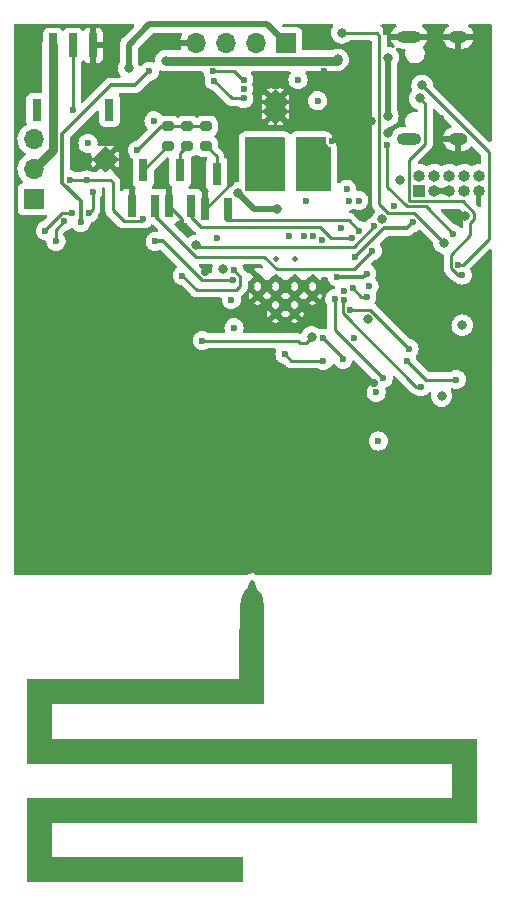
<source format=gbl>
G04 #@! TF.GenerationSoftware,KiCad,Pcbnew,(6.0.8)*
G04 #@! TF.CreationDate,2022-11-18T14:33:26-05:00*
G04 #@! TF.ProjectId,Emrick,456d7269-636b-42e6-9b69-6361645f7063,2*
G04 #@! TF.SameCoordinates,Original*
G04 #@! TF.FileFunction,Copper,L4,Bot*
G04 #@! TF.FilePolarity,Positive*
%FSLAX46Y46*%
G04 Gerber Fmt 4.6, Leading zero omitted, Abs format (unit mm)*
G04 Created by KiCad (PCBNEW (6.0.8)) date 2022-11-18 14:33:26*
%MOMM*%
%LPD*%
G01*
G04 APERTURE LIST*
G04 Aperture macros list*
%AMRoundRect*
0 Rectangle with rounded corners*
0 $1 Rounding radius*
0 $2 $3 $4 $5 $6 $7 $8 $9 X,Y pos of 4 corners*
0 Add a 4 corners polygon primitive as box body*
4,1,4,$2,$3,$4,$5,$6,$7,$8,$9,$2,$3,0*
0 Add four circle primitives for the rounded corners*
1,1,$1+$1,$2,$3*
1,1,$1+$1,$4,$5*
1,1,$1+$1,$6,$7*
1,1,$1+$1,$8,$9*
0 Add four rect primitives between the rounded corners*
20,1,$1+$1,$2,$3,$4,$5,0*
20,1,$1+$1,$4,$5,$6,$7,0*
20,1,$1+$1,$6,$7,$8,$9,0*
20,1,$1+$1,$8,$9,$2,$3,0*%
G04 Aperture macros list end*
G04 #@! TA.AperFunction,ComponentPad*
%ADD10C,0.508000*%
G04 #@! TD*
G04 #@! TA.AperFunction,ComponentPad*
%ADD11C,0.499999*%
G04 #@! TD*
G04 #@! TA.AperFunction,ComponentPad*
%ADD12R,1.000000X1.000000*%
G04 #@! TD*
G04 #@! TA.AperFunction,ComponentPad*
%ADD13O,1.000000X1.000000*%
G04 #@! TD*
G04 #@! TA.AperFunction,ComponentPad*
%ADD14R,1.700000X1.700000*%
G04 #@! TD*
G04 #@! TA.AperFunction,ComponentPad*
%ADD15O,1.700000X1.700000*%
G04 #@! TD*
G04 #@! TA.AperFunction,ComponentPad*
%ADD16O,1.600000X1.000000*%
G04 #@! TD*
G04 #@! TA.AperFunction,ComponentPad*
%ADD17O,2.100000X1.000000*%
G04 #@! TD*
G04 #@! TA.AperFunction,SMDPad,CuDef*
%ADD18R,2.500000X2.500000*%
G04 #@! TD*
G04 #@! TA.AperFunction,SMDPad,CuDef*
%ADD19RoundRect,0.200000X-0.275000X0.200000X-0.275000X-0.200000X0.275000X-0.200000X0.275000X0.200000X0*%
G04 #@! TD*
G04 #@! TA.AperFunction,SMDPad,CuDef*
%ADD20R,0.660400X2.000000*%
G04 #@! TD*
G04 #@! TA.AperFunction,SMDPad,CuDef*
%ADD21R,0.762000X1.854200*%
G04 #@! TD*
G04 #@! TA.AperFunction,SMDPad,CuDef*
%ADD22R,0.800000X1.900000*%
G04 #@! TD*
G04 #@! TA.AperFunction,ViaPad*
%ADD23C,0.600000*%
G04 #@! TD*
G04 #@! TA.AperFunction,ViaPad*
%ADD24C,0.700000*%
G04 #@! TD*
G04 #@! TA.AperFunction,ViaPad*
%ADD25C,0.800000*%
G04 #@! TD*
G04 #@! TA.AperFunction,Conductor*
%ADD26C,0.250000*%
G04 #@! TD*
G04 #@! TA.AperFunction,Conductor*
%ADD27C,0.300000*%
G04 #@! TD*
G04 #@! TA.AperFunction,Conductor*
%ADD28C,0.500000*%
G04 #@! TD*
G04 #@! TA.AperFunction,Conductor*
%ADD29C,0.800000*%
G04 #@! TD*
G04 APERTURE END LIST*
G36*
X102640125Y-64679783D02*
G01*
X102664584Y-64832395D01*
X102851244Y-65296085D01*
X103061459Y-65526250D01*
X103209949Y-65737580D01*
X103317671Y-66136404D01*
X103390471Y-66795289D01*
X103434194Y-67786798D01*
X103454684Y-69183496D01*
X103458334Y-70453439D01*
X103458334Y-75051251D01*
X85466667Y-75051251D01*
X85466667Y-77961667D01*
X121450000Y-77961667D01*
X121450000Y-85105417D01*
X85466667Y-85105417D01*
X85466667Y-88015834D01*
X101606250Y-88015834D01*
X101606250Y-90132500D01*
X83350000Y-90132500D01*
X83350000Y-82988751D01*
X119333334Y-82988751D01*
X119333334Y-80078334D01*
X83350000Y-80078334D01*
X83350000Y-72934584D01*
X101341667Y-72934584D01*
X101341667Y-69395106D01*
X101353469Y-67885659D01*
X101394473Y-66823085D01*
X101473081Y-66125502D01*
X101597691Y-65711025D01*
X101738542Y-65526250D01*
X102074763Y-65075789D01*
X102135417Y-64832395D01*
X102289215Y-64501610D01*
X102400000Y-64467917D01*
X102640125Y-64679783D01*
G37*
D10*
X89571300Y-29293700D03*
X90358700Y-28506300D03*
X90358700Y-29293700D03*
X89571300Y-28506300D03*
D11*
X107524999Y-38846499D03*
X102875001Y-40453501D03*
X106003501Y-37325001D03*
X106003501Y-41974999D03*
X102875001Y-38846499D03*
X104396499Y-41974999D03*
X104396499Y-40453501D03*
X107524999Y-40453501D03*
X104396499Y-38846499D03*
X104396499Y-37325001D03*
X106003501Y-38846499D03*
X106003501Y-40453501D03*
D12*
X116550000Y-31575000D03*
D13*
X116550000Y-30305000D03*
X117820000Y-31575000D03*
X117820000Y-30305000D03*
X119090000Y-31575000D03*
X119090000Y-30305000D03*
X120360000Y-31575000D03*
X120360000Y-30305000D03*
X121630000Y-31575000D03*
X121630000Y-30305000D03*
D14*
X83907000Y-32281000D03*
D15*
X83907000Y-29741000D03*
X83907000Y-27201000D03*
D14*
X105300000Y-19075000D03*
D15*
X102760000Y-19075000D03*
X100220000Y-19075000D03*
X97680000Y-19075000D03*
D16*
X119875000Y-27170000D03*
D17*
X115695000Y-18530000D03*
X115695000Y-27170000D03*
D16*
X119875000Y-18530000D03*
D10*
X104793700Y-24450000D03*
X104006300Y-25237400D03*
X104006300Y-23662600D03*
X104793700Y-23662600D03*
X104006300Y-24450000D03*
X104793700Y-25237400D03*
D18*
X107800000Y-29850000D03*
X103100000Y-29850000D03*
D19*
X98517500Y-26117500D03*
X98517500Y-27767500D03*
D20*
X88949999Y-19262000D03*
X87250000Y-19262000D03*
X85550001Y-19262000D03*
D21*
X90325000Y-24727400D03*
X84175000Y-24727400D03*
D22*
X94150000Y-32850000D03*
X92250000Y-32850000D03*
X93200000Y-29850000D03*
X100350000Y-33150000D03*
X98450000Y-33150000D03*
X99400000Y-30150000D03*
D19*
X96917500Y-26117500D03*
X96917500Y-27767500D03*
D22*
X97250000Y-32850000D03*
X95350000Y-32850000D03*
X96300000Y-29850000D03*
D19*
X95317500Y-26117500D03*
X95317500Y-27767500D03*
D23*
X120900000Y-84532500D03*
X90600000Y-88432500D03*
X111900000Y-78332500D03*
X93100000Y-89632500D03*
X111200000Y-83432500D03*
X121000000Y-78432500D03*
X109200000Y-79732500D03*
X95800000Y-74632500D03*
X102600000Y-79632500D03*
X97000000Y-88432500D03*
X90800000Y-84532500D03*
X108500000Y-84632500D03*
X106200000Y-78332500D03*
X92400000Y-73332500D03*
X94300000Y-83432500D03*
X83900000Y-84732500D03*
X105600000Y-83432500D03*
X83700000Y-73332500D03*
X102900000Y-74532500D03*
X87500000Y-83432500D03*
X119700000Y-81532500D03*
X97200000Y-84732500D03*
X99900000Y-73332500D03*
X101800000Y-66432500D03*
X116900000Y-83432500D03*
X83700000Y-79732500D03*
X95600000Y-79732500D03*
X83900000Y-89232500D03*
X86900000Y-89732500D03*
X88500000Y-79632500D03*
X89300000Y-74632500D03*
X118700000Y-79632500D03*
X103000000Y-69332500D03*
X101800000Y-72032500D03*
X83700000Y-77032500D03*
X102800000Y-84632500D03*
X114600000Y-84632500D03*
X114500000Y-79732500D03*
X85000000Y-86832500D03*
X117400000Y-78432500D03*
X86000000Y-78432500D03*
X84700000Y-75032500D03*
X91700000Y-78432500D03*
X100500000Y-89732500D03*
X100200000Y-83432500D03*
X86900000Y-73432500D03*
X99200000Y-78332500D03*
X83500000Y-48650000D03*
D24*
X99250000Y-46450000D03*
D25*
X120450000Y-33700000D03*
D23*
X93600000Y-43250000D03*
X93900000Y-57150000D03*
X84200000Y-51300000D03*
X113711515Y-18105387D03*
X99500000Y-56950000D03*
X92500000Y-52250000D03*
D24*
X98450000Y-38450000D03*
D23*
X88300000Y-55450000D03*
D24*
X112729962Y-47808742D03*
D25*
X113950000Y-26700000D03*
D23*
X92000000Y-25950000D03*
X121550000Y-20350000D03*
X95500000Y-53400000D03*
X95300000Y-48800000D03*
X94900000Y-18850000D03*
X122200000Y-51850000D03*
X86200000Y-51400000D03*
X118000000Y-45200000D03*
X121600000Y-60950000D03*
X122300000Y-46200000D03*
X89150000Y-51600000D03*
X105300000Y-60450000D03*
X94750000Y-45950000D03*
X83500000Y-44850000D03*
X98200000Y-51650000D03*
D25*
X115200000Y-37450000D03*
D23*
X85000000Y-53200000D03*
X98300000Y-46950000D03*
D25*
X116025000Y-50875000D03*
D23*
X121550000Y-24350000D03*
X94300000Y-38750000D03*
X86300000Y-38250000D03*
X114500000Y-60250000D03*
D25*
X111700000Y-29950000D03*
D23*
X85400000Y-57550000D03*
X89600000Y-59850000D03*
X109200000Y-22450000D03*
X121000000Y-52950000D03*
X117700000Y-60650000D03*
X94900000Y-60050000D03*
X105000000Y-50200000D03*
D25*
X117200000Y-39200000D03*
D23*
X109200000Y-27350000D03*
X97600000Y-60150000D03*
X108500000Y-21450000D03*
D24*
X103700000Y-49200000D03*
D23*
X114900000Y-58050000D03*
D25*
X117200000Y-37450000D03*
D23*
X106900000Y-52950000D03*
X109950000Y-51600000D03*
D24*
X104700000Y-53650000D03*
D23*
X109950000Y-34700000D03*
X91350000Y-48750000D03*
X112300000Y-58450000D03*
X111000000Y-44050000D03*
X94900000Y-30581254D03*
X83400000Y-59850000D03*
X118300000Y-20900000D03*
X118400000Y-25400000D03*
X96450000Y-34750000D03*
X96080500Y-22099500D03*
X105900000Y-54600000D03*
D25*
X112450500Y-25700000D03*
D23*
X106100000Y-58450000D03*
X88600000Y-49000000D03*
D25*
X115200000Y-39200000D03*
D23*
X88600000Y-46050000D03*
X109850000Y-53750000D03*
X85500000Y-47200000D03*
X89500000Y-38850000D03*
X100800000Y-27650000D03*
X84700000Y-39950000D03*
X110600000Y-60550000D03*
X108800000Y-58050000D03*
X122000000Y-59150000D03*
X95200000Y-37550000D03*
X119650000Y-51600000D03*
D25*
X108250000Y-18075500D03*
D24*
X100450000Y-51200000D03*
D23*
X121900000Y-53850000D03*
D25*
X99950000Y-38200000D03*
D23*
X88599251Y-33450749D03*
X87124500Y-33450000D03*
X88900000Y-31650000D03*
X99477086Y-35550000D03*
X111158411Y-37208411D03*
X112300000Y-39650000D03*
D25*
X112200000Y-42450000D03*
D23*
X84900000Y-34950000D03*
X88509266Y-27559266D03*
X116000000Y-34250000D03*
D25*
X118450000Y-48950000D03*
X120200000Y-42950000D03*
D23*
X108450000Y-45950000D03*
X105200451Y-45424500D03*
D25*
X91950000Y-21200000D03*
D23*
X112768267Y-34574500D03*
X94100000Y-25650000D03*
D25*
X97700000Y-36200000D03*
X95100000Y-20550000D03*
X113900000Y-25250000D03*
X113955000Y-20300000D03*
X109700000Y-20450000D03*
D23*
X101700000Y-22950000D03*
X106300000Y-22150000D03*
X100880000Y-43170000D03*
X107000000Y-32397502D03*
X100658411Y-40791589D03*
X115500000Y-45950000D03*
X110100000Y-45850000D03*
X108400000Y-44050000D03*
X119700000Y-47550000D03*
X85800000Y-35850000D03*
X86500000Y-34150000D03*
X93200000Y-33950000D03*
X100847950Y-38252821D03*
X87000000Y-30650000D03*
X96500000Y-38750000D03*
X88400000Y-30650000D03*
X100800000Y-39150000D03*
X94200000Y-35850000D03*
X113100000Y-52750000D03*
D25*
X101200000Y-31750000D03*
D23*
X114424156Y-32825500D03*
D25*
X104500000Y-33147002D03*
D23*
X93700000Y-21450000D03*
X87900000Y-34250000D03*
D25*
X114950000Y-30700000D03*
X113437701Y-33962299D03*
D23*
X108325501Y-35700000D03*
X111450000Y-32397502D03*
X110650497Y-32397502D03*
X107583099Y-35403277D03*
X110423339Y-31423339D03*
X106784108Y-35431875D03*
X87247499Y-24750000D03*
D25*
X116600000Y-23750000D03*
D23*
X120200000Y-38700000D03*
X119875734Y-37849500D03*
D25*
X116800000Y-22650000D03*
D23*
X112912254Y-48638453D03*
X105500000Y-35400000D03*
X107200000Y-28050000D03*
X107900000Y-28050000D03*
X106500000Y-28050000D03*
X104400000Y-28050000D03*
X103000000Y-28050000D03*
X103700000Y-28050000D03*
X99200000Y-22250000D03*
X101700000Y-23750000D03*
X101700000Y-22150000D03*
X99100000Y-21449500D03*
X98200000Y-44250000D03*
D25*
X107450000Y-43950000D03*
D23*
X110700000Y-41650000D03*
X115700000Y-44950000D03*
X116700000Y-48150000D03*
X110200000Y-40850000D03*
X109414683Y-40700062D03*
X113500000Y-47450000D03*
X113858420Y-27675500D03*
X119400000Y-35200000D03*
X112099500Y-40550000D03*
X110958728Y-39843088D03*
X109614558Y-38857499D03*
X112099500Y-38577378D03*
X92700000Y-28150000D03*
D25*
X110000000Y-18200000D03*
X118650000Y-36000000D03*
D23*
X111483531Y-34933531D03*
X110833531Y-35583531D03*
X112600000Y-36650000D03*
X107950000Y-23950000D03*
X110186629Y-40050609D03*
D26*
X96450000Y-34750000D02*
X96450000Y-33950000D01*
X96450000Y-33950000D02*
X95350000Y-32850000D01*
X98450000Y-33150000D02*
X100750000Y-30850000D01*
X100750000Y-30850000D02*
X100750000Y-30700000D01*
X88900000Y-31650000D02*
X88900000Y-33150000D01*
X84900000Y-34866116D02*
X86316116Y-33450000D01*
D27*
X111158411Y-37208411D02*
X111158411Y-37172350D01*
X113580761Y-34750000D02*
X113900000Y-34750000D01*
D26*
X84900000Y-34950000D02*
X84900000Y-34866116D01*
D27*
X111158411Y-37172350D02*
X113580761Y-34750000D01*
X113900000Y-34750000D02*
X115500000Y-34750000D01*
X115500000Y-34750000D02*
X116000000Y-34250000D01*
D26*
X86316116Y-33450000D02*
X87124500Y-33450000D01*
X88900000Y-33150000D02*
X88599251Y-33450749D01*
X108450000Y-45950000D02*
X105725951Y-45950000D01*
X105725951Y-45950000D02*
X105200451Y-45424500D01*
D28*
X91950000Y-19200000D02*
X93700000Y-17450000D01*
X103675000Y-17450000D02*
X105300000Y-19075000D01*
D29*
X105300000Y-19075000D02*
X105300000Y-19300000D01*
D28*
X91950000Y-21200000D02*
X91950000Y-19200000D01*
X93700000Y-17450000D02*
X103675000Y-17450000D01*
D26*
X97825000Y-36325000D02*
X97700000Y-36200000D01*
X112768267Y-34574500D02*
X111017767Y-36325000D01*
X111017767Y-36325000D02*
X97825000Y-36325000D01*
D29*
X109600000Y-20550000D02*
X95100000Y-20550000D01*
D28*
X113900000Y-20355000D02*
X113955000Y-20300000D01*
D29*
X109700000Y-20450000D02*
X109600000Y-20550000D01*
D28*
X113900000Y-25250000D02*
X113900000Y-20355000D01*
D26*
X115500000Y-45950000D02*
X117100000Y-47550000D01*
X110100000Y-45750000D02*
X110100000Y-45850000D01*
X108400000Y-44050000D02*
X110100000Y-45750000D01*
X117100000Y-47550000D02*
X119700000Y-47550000D01*
X91525000Y-34125000D02*
X90600000Y-33200000D01*
X90600000Y-33200000D02*
X90600000Y-30850000D01*
X90600000Y-30850000D02*
X90400000Y-30650000D01*
X101085842Y-39964159D02*
X97714159Y-39964159D01*
X85800000Y-35850000D02*
X85800000Y-34850000D01*
X97714159Y-39964159D02*
X96500000Y-38750000D01*
X101425000Y-38829871D02*
X101425000Y-39625001D01*
X93200000Y-33950000D02*
X93025000Y-34125000D01*
X90400000Y-30650000D02*
X88400000Y-30650000D01*
X87000000Y-30650000D02*
X88400000Y-30650000D01*
X85800000Y-34850000D02*
X86500000Y-34150000D01*
X100847950Y-38252821D02*
X101425000Y-38829871D01*
X101425000Y-39625001D02*
X101085842Y-39964159D01*
X93025000Y-34125000D02*
X91525000Y-34125000D01*
X100800000Y-39150000D02*
X98195405Y-39150000D01*
D27*
X94892291Y-35850000D02*
X94893848Y-35848443D01*
D26*
X98195405Y-39150000D02*
X94893848Y-35848443D01*
D27*
X94200000Y-35850000D02*
X94892291Y-35850000D01*
D28*
X104500000Y-33147002D02*
X102597002Y-33147002D01*
X102597002Y-33147002D02*
X101200000Y-31750000D01*
D27*
X90450300Y-22650000D02*
X92500000Y-22650000D01*
X86350000Y-30919239D02*
X86350000Y-26750300D01*
X87900000Y-32469239D02*
X86350000Y-30919239D01*
X87900000Y-34250000D02*
X87900000Y-32469239D01*
X92500000Y-22650000D02*
X93700000Y-21450000D01*
X86350000Y-26750300D02*
X90450300Y-22650000D01*
D29*
X85550001Y-19262000D02*
X85550001Y-28097999D01*
X85550001Y-28097999D02*
X83907000Y-29741000D01*
D26*
X87247499Y-24750000D02*
X87250000Y-24747499D01*
X87250000Y-24747499D02*
X87250000Y-19262000D01*
X87247499Y-24750000D02*
X87147000Y-24750000D01*
X119250734Y-36999266D02*
X120900000Y-35350000D01*
X120225305Y-32450000D02*
X115674695Y-32450000D01*
X120900000Y-35350000D02*
X120900000Y-34275305D01*
X120200000Y-38700000D02*
X119842350Y-38700000D01*
X121200000Y-33424695D02*
X120225305Y-32450000D01*
X117070000Y-27580000D02*
X117070000Y-24220000D01*
X119842350Y-38700000D02*
X119250734Y-38108384D01*
X117070000Y-24220000D02*
X116600000Y-23750000D01*
X120900000Y-34275305D02*
X121200000Y-33975305D01*
X115674695Y-28975305D02*
X117070000Y-27580000D01*
X115674695Y-32450000D02*
X115674695Y-28975305D01*
X119250734Y-38108384D02*
X119250734Y-36999266D01*
X121200000Y-33975305D02*
X121200000Y-33424695D01*
X122455000Y-28283274D02*
X116821726Y-22650000D01*
X119875734Y-37849500D02*
X120255095Y-37849500D01*
X116821726Y-22650000D02*
X116800000Y-22650000D01*
X120255095Y-37849500D02*
X122455000Y-35649595D01*
X122455000Y-35649595D02*
X122455000Y-28283274D01*
X100700000Y-23750000D02*
X99200000Y-22250000D01*
X101700000Y-23750000D02*
X100700000Y-23750000D01*
X99100000Y-21449500D02*
X100899500Y-21449500D01*
X100899500Y-21449500D02*
X101600000Y-22150000D01*
X101600000Y-22150000D02*
X101700000Y-22150000D01*
X98225000Y-44275000D02*
X98200000Y-44250000D01*
X106450000Y-44450000D02*
X106275000Y-44275000D01*
X107450000Y-43950000D02*
X106950000Y-44450000D01*
X106275000Y-44275000D02*
X98225000Y-44275000D01*
X106950000Y-44450000D02*
X106450000Y-44450000D01*
X110700000Y-41650000D02*
X112425305Y-41650000D01*
X115700000Y-44924695D02*
X115700000Y-44950000D01*
X112425305Y-41650000D02*
X115700000Y-44924695D01*
X110075000Y-41925000D02*
X116300000Y-48150000D01*
X116300000Y-48150000D02*
X116700000Y-48150000D01*
X110075000Y-40975000D02*
X110075000Y-41925000D01*
X110200000Y-40850000D02*
X110075000Y-40975000D01*
X109414683Y-43364683D02*
X113500000Y-47450000D01*
X109414683Y-40700062D02*
X109414683Y-43364683D01*
X119400000Y-35200000D02*
X117100000Y-32900000D01*
X113858420Y-31270121D02*
X113858420Y-27675500D01*
X115488299Y-32900000D02*
X113858420Y-31270121D01*
X117100000Y-32900000D02*
X115488299Y-32900000D01*
X111665640Y-40550000D02*
X112099500Y-40550000D01*
X110958728Y-39843088D02*
X111665640Y-40550000D01*
D27*
X111819379Y-38857499D02*
X112099500Y-38577378D01*
X109614558Y-38857499D02*
X111819379Y-38857499D01*
D26*
X95317500Y-26117500D02*
X96917500Y-26117500D01*
X94732500Y-26117500D02*
X95317500Y-26117500D01*
X92700000Y-28150000D02*
X94732500Y-26117500D01*
X96917500Y-26117500D02*
X98517500Y-26117500D01*
X118650000Y-36000000D02*
X116100000Y-33450000D01*
X113175000Y-18425000D02*
X112950000Y-18200000D01*
X116100000Y-33450000D02*
X113950000Y-33450000D01*
X112950000Y-18200000D02*
X110000000Y-18200000D01*
X113950000Y-33450000D02*
X113175000Y-32675000D01*
X113175000Y-32675000D02*
X113175000Y-18425000D01*
X111483531Y-34933531D02*
X110625000Y-34075000D01*
X110625000Y-34075000D02*
X100193150Y-34075000D01*
X108176327Y-34666942D02*
X98116942Y-34666942D01*
X110833531Y-35583531D02*
X109092916Y-35583531D01*
X109092916Y-35583531D02*
X108176327Y-34666942D01*
X97250000Y-33800000D02*
X97250000Y-32850000D01*
X98116942Y-34666942D02*
X97250000Y-33800000D01*
X112600000Y-36650000D02*
X111017001Y-38232999D01*
X97624695Y-37150000D02*
X94150000Y-33675305D01*
X94150000Y-33675305D02*
X94150000Y-32850000D01*
X104491325Y-38232999D02*
X103408326Y-37150000D01*
X103408326Y-37150000D02*
X97624695Y-37150000D01*
X111017001Y-38232999D02*
X104491325Y-38232999D01*
X96300000Y-29850000D02*
X96300000Y-28385000D01*
X96635500Y-27699500D02*
X96682500Y-27652500D01*
X96300000Y-28385000D02*
X96917500Y-27767500D01*
X95282500Y-27767500D02*
X95317500Y-27767500D01*
X93200000Y-29850000D02*
X95282500Y-27767500D01*
X99400000Y-28650000D02*
X98517500Y-27767500D01*
X99400000Y-30150000D02*
X99400000Y-28650000D01*
G04 #@! TA.AperFunction,Conductor*
G36*
X92382750Y-17478502D02*
G01*
X92429243Y-17532158D01*
X92439347Y-17602432D01*
X92409853Y-17667012D01*
X92403724Y-17673595D01*
X91461089Y-18616230D01*
X91446677Y-18628616D01*
X91435082Y-18637149D01*
X91435077Y-18637154D01*
X91429182Y-18641492D01*
X91424443Y-18647070D01*
X91424440Y-18647073D01*
X91394965Y-18681768D01*
X91388035Y-18689284D01*
X91382340Y-18694979D01*
X91380060Y-18697861D01*
X91364719Y-18717251D01*
X91361928Y-18720655D01*
X91343920Y-18741852D01*
X91314667Y-18776285D01*
X91311339Y-18782801D01*
X91307972Y-18787850D01*
X91304805Y-18792979D01*
X91300266Y-18798716D01*
X91269345Y-18864875D01*
X91267442Y-18868769D01*
X91234231Y-18933808D01*
X91232492Y-18940916D01*
X91230393Y-18946559D01*
X91228476Y-18952322D01*
X91225378Y-18958950D01*
X91223888Y-18966112D01*
X91223888Y-18966113D01*
X91210514Y-19030412D01*
X91209544Y-19034696D01*
X91192192Y-19105610D01*
X91191500Y-19116764D01*
X91191464Y-19116762D01*
X91191225Y-19120755D01*
X91190851Y-19124947D01*
X91189360Y-19132115D01*
X91189558Y-19139432D01*
X91191454Y-19209521D01*
X91191500Y-19212928D01*
X91191500Y-20663001D01*
X91174619Y-20726000D01*
X91150877Y-20767123D01*
X91123931Y-20813795D01*
X91115473Y-20828444D01*
X91056458Y-21010072D01*
X91055768Y-21016633D01*
X91055768Y-21016635D01*
X91042540Y-21142495D01*
X91036496Y-21200000D01*
X91037186Y-21206565D01*
X91052829Y-21355396D01*
X91056458Y-21389928D01*
X91115473Y-21571556D01*
X91210960Y-21736944D01*
X91250801Y-21781192D01*
X91281517Y-21845198D01*
X91272752Y-21915651D01*
X91227289Y-21970182D01*
X91157163Y-21991500D01*
X90532359Y-21991500D01*
X90520503Y-21990941D01*
X90512763Y-21989211D01*
X90504837Y-21989460D01*
X90504836Y-21989460D01*
X90441911Y-21991438D01*
X90437953Y-21991500D01*
X90408868Y-21991500D01*
X90404937Y-21991997D01*
X90404930Y-21991997D01*
X90404479Y-21992054D01*
X90392643Y-21992986D01*
X90346469Y-21994438D01*
X90325879Y-22000420D01*
X90306518Y-22004430D01*
X90299530Y-22005312D01*
X90293096Y-22006125D01*
X90293095Y-22006125D01*
X90285236Y-22007118D01*
X90277871Y-22010034D01*
X90277867Y-22010035D01*
X90242279Y-22024126D01*
X90231069Y-22027965D01*
X90186700Y-22040855D01*
X90168235Y-22051775D01*
X90150495Y-22060466D01*
X90130544Y-22068365D01*
X90093174Y-22095516D01*
X90083252Y-22102033D01*
X90050323Y-22121507D01*
X90050319Y-22121510D01*
X90043493Y-22125547D01*
X90028329Y-22140711D01*
X90013296Y-22153551D01*
X89995943Y-22166159D01*
X89978421Y-22187340D01*
X89966498Y-22201752D01*
X89958508Y-22210532D01*
X88098595Y-24070445D01*
X88036283Y-24104471D01*
X87965468Y-24099406D01*
X87908632Y-24056859D01*
X87883821Y-23990339D01*
X87883500Y-23981350D01*
X87883500Y-20733226D01*
X87903502Y-20665105D01*
X87933935Y-20632401D01*
X87943461Y-20625261D01*
X87999486Y-20550507D01*
X88056345Y-20507992D01*
X88127164Y-20502966D01*
X88189457Y-20537026D01*
X88201139Y-20550507D01*
X88251518Y-20617728D01*
X88264075Y-20630285D01*
X88366150Y-20706786D01*
X88381745Y-20715324D01*
X88502193Y-20760478D01*
X88517448Y-20764105D01*
X88568313Y-20769631D01*
X88575127Y-20770000D01*
X88677884Y-20770000D01*
X88693123Y-20765525D01*
X88694328Y-20764135D01*
X88695999Y-20756452D01*
X88695999Y-20751884D01*
X89203999Y-20751884D01*
X89208474Y-20767123D01*
X89209864Y-20768328D01*
X89217547Y-20769999D01*
X89324868Y-20769999D01*
X89331689Y-20769629D01*
X89382551Y-20764105D01*
X89397803Y-20760479D01*
X89518253Y-20715324D01*
X89533848Y-20706786D01*
X89635923Y-20630285D01*
X89648484Y-20617724D01*
X89724985Y-20515649D01*
X89733523Y-20500054D01*
X89778677Y-20379606D01*
X89782304Y-20364351D01*
X89787830Y-20313486D01*
X89788199Y-20306672D01*
X89788199Y-19534115D01*
X89783724Y-19518876D01*
X89782334Y-19517671D01*
X89774651Y-19516000D01*
X89222114Y-19516000D01*
X89206875Y-19520475D01*
X89205670Y-19521865D01*
X89203999Y-19529548D01*
X89203999Y-20751884D01*
X88695999Y-20751884D01*
X88695999Y-18989885D01*
X89203999Y-18989885D01*
X89208474Y-19005124D01*
X89209864Y-19006329D01*
X89217547Y-19008000D01*
X89770083Y-19008000D01*
X89785322Y-19003525D01*
X89786527Y-19002135D01*
X89788198Y-18994452D01*
X89788198Y-18217331D01*
X89787828Y-18210510D01*
X89782304Y-18159648D01*
X89778678Y-18144396D01*
X89733523Y-18023946D01*
X89724985Y-18008351D01*
X89648484Y-17906276D01*
X89635923Y-17893715D01*
X89533848Y-17817214D01*
X89518253Y-17808676D01*
X89397805Y-17763522D01*
X89382550Y-17759895D01*
X89331685Y-17754369D01*
X89324871Y-17754000D01*
X89222114Y-17754000D01*
X89206875Y-17758475D01*
X89205670Y-17759865D01*
X89203999Y-17767548D01*
X89203999Y-18989885D01*
X88695999Y-18989885D01*
X88695999Y-17772116D01*
X88691524Y-17756877D01*
X88690134Y-17755672D01*
X88682451Y-17754001D01*
X88575130Y-17754001D01*
X88568309Y-17754371D01*
X88517447Y-17759895D01*
X88502195Y-17763521D01*
X88381745Y-17808676D01*
X88366150Y-17817214D01*
X88264075Y-17893715D01*
X88251518Y-17906272D01*
X88201139Y-17973493D01*
X88144279Y-18016008D01*
X88073461Y-18021034D01*
X88011167Y-17986974D01*
X87999486Y-17973493D01*
X87943461Y-17898739D01*
X87826905Y-17811385D01*
X87690516Y-17760255D01*
X87628334Y-17753500D01*
X86871666Y-17753500D01*
X86809484Y-17760255D01*
X86673095Y-17811385D01*
X86556539Y-17898739D01*
X86500824Y-17973079D01*
X86443968Y-18015591D01*
X86373150Y-18020617D01*
X86310856Y-17986557D01*
X86299175Y-17973076D01*
X86248844Y-17905920D01*
X86248843Y-17905919D01*
X86243462Y-17898739D01*
X86126906Y-17811385D01*
X85990517Y-17760255D01*
X85928335Y-17753500D01*
X85171667Y-17753500D01*
X85109485Y-17760255D01*
X84973096Y-17811385D01*
X84856540Y-17898739D01*
X84769186Y-18015295D01*
X84718056Y-18151684D01*
X84711301Y-18213866D01*
X84711301Y-18883331D01*
X84705134Y-18922267D01*
X84656459Y-19072072D01*
X84655769Y-19078633D01*
X84655769Y-19078635D01*
X84652630Y-19108500D01*
X84641501Y-19214390D01*
X84641501Y-23165800D01*
X84621499Y-23233921D01*
X84567843Y-23280414D01*
X84515501Y-23291800D01*
X83745866Y-23291800D01*
X83683684Y-23298555D01*
X83547295Y-23349685D01*
X83430739Y-23437039D01*
X83343385Y-23553595D01*
X83292255Y-23689984D01*
X83285500Y-23752166D01*
X83285500Y-25702634D01*
X83292255Y-25764816D01*
X83323531Y-25848244D01*
X83328714Y-25919051D01*
X83294793Y-25981420D01*
X83263736Y-26004233D01*
X83180607Y-26047507D01*
X83176474Y-26050610D01*
X83176471Y-26050612D01*
X83006100Y-26178530D01*
X83001965Y-26181635D01*
X82847629Y-26343138D01*
X82721743Y-26527680D01*
X82699203Y-26576238D01*
X82630934Y-26723313D01*
X82627688Y-26730305D01*
X82567989Y-26945570D01*
X82544251Y-27167695D01*
X82544548Y-27172848D01*
X82544548Y-27172851D01*
X82556200Y-27374941D01*
X82557110Y-27390715D01*
X82558247Y-27395761D01*
X82558248Y-27395767D01*
X82580667Y-27495245D01*
X82606222Y-27608639D01*
X82659292Y-27739335D01*
X82685105Y-27802905D01*
X82690266Y-27815616D01*
X82702558Y-27835675D01*
X82801202Y-27996647D01*
X82806987Y-28006088D01*
X82953250Y-28174938D01*
X83125126Y-28317632D01*
X83191237Y-28356264D01*
X83198445Y-28360476D01*
X83247169Y-28412114D01*
X83260240Y-28481897D01*
X83233509Y-28547669D01*
X83193055Y-28581027D01*
X83180607Y-28587507D01*
X83176474Y-28590610D01*
X83176471Y-28590612D01*
X83006100Y-28718530D01*
X83001965Y-28721635D01*
X82965430Y-28759867D01*
X82868117Y-28861699D01*
X82847629Y-28883138D01*
X82844715Y-28887410D01*
X82844714Y-28887411D01*
X82840744Y-28893231D01*
X82721743Y-29067680D01*
X82714964Y-29082285D01*
X82641146Y-29241313D01*
X82627688Y-29270305D01*
X82567989Y-29485570D01*
X82544251Y-29707695D01*
X82544548Y-29712848D01*
X82544548Y-29712851D01*
X82553047Y-29860243D01*
X82557110Y-29930715D01*
X82558247Y-29935761D01*
X82558248Y-29935767D01*
X82576443Y-30016500D01*
X82606222Y-30148639D01*
X82690266Y-30355616D01*
X82806987Y-30546088D01*
X82953250Y-30714938D01*
X82957230Y-30718242D01*
X82961981Y-30722187D01*
X83001616Y-30781090D01*
X83003113Y-30852071D01*
X82965997Y-30912593D01*
X82925725Y-30937112D01*
X82852441Y-30964585D01*
X82810295Y-30980385D01*
X82693739Y-31067739D01*
X82606385Y-31184295D01*
X82555255Y-31320684D01*
X82548500Y-31382866D01*
X82548500Y-33179134D01*
X82555255Y-33241316D01*
X82606385Y-33377705D01*
X82693739Y-33494261D01*
X82810295Y-33581615D01*
X82946684Y-33632745D01*
X83008866Y-33639500D01*
X84805134Y-33639500D01*
X84867316Y-33632745D01*
X84914904Y-33614905D01*
X84985712Y-33609722D01*
X85048081Y-33643643D01*
X85082210Y-33705898D01*
X85077263Y-33776722D01*
X85048229Y-33821982D01*
X84730192Y-34140019D01*
X84681703Y-34170202D01*
X84553579Y-34213818D01*
X84493767Y-34250615D01*
X84405095Y-34305166D01*
X84405092Y-34305168D01*
X84399088Y-34308862D01*
X84394053Y-34313793D01*
X84394050Y-34313795D01*
X84287393Y-34418242D01*
X84269493Y-34435771D01*
X84171235Y-34588238D01*
X84168826Y-34594858D01*
X84168824Y-34594861D01*
X84119588Y-34730137D01*
X84109197Y-34758685D01*
X84086463Y-34938640D01*
X84104163Y-35119160D01*
X84161418Y-35291273D01*
X84165065Y-35297295D01*
X84165066Y-35297297D01*
X84245452Y-35430030D01*
X84255380Y-35446424D01*
X84260269Y-35451487D01*
X84260270Y-35451488D01*
X84297694Y-35490241D01*
X84381382Y-35576902D01*
X84387278Y-35580760D01*
X84513093Y-35663091D01*
X84533159Y-35676222D01*
X84539763Y-35678678D01*
X84539765Y-35678679D01*
X84696558Y-35736990D01*
X84696560Y-35736990D01*
X84703168Y-35739448D01*
X84710153Y-35740380D01*
X84710157Y-35740381D01*
X84804988Y-35753034D01*
X84881375Y-35763226D01*
X84946251Y-35792062D01*
X84985239Y-35851395D01*
X84990109Y-35875823D01*
X85004163Y-36019160D01*
X85061418Y-36191273D01*
X85065065Y-36197295D01*
X85065066Y-36197297D01*
X85132715Y-36308999D01*
X85155380Y-36346424D01*
X85160269Y-36351487D01*
X85160270Y-36351488D01*
X85185719Y-36377841D01*
X85281382Y-36476902D01*
X85433159Y-36576222D01*
X85439763Y-36578678D01*
X85439765Y-36578679D01*
X85596558Y-36636990D01*
X85596560Y-36636990D01*
X85603168Y-36639448D01*
X85682250Y-36650000D01*
X85775980Y-36662507D01*
X85775984Y-36662507D01*
X85782961Y-36663438D01*
X85789972Y-36662800D01*
X85789976Y-36662800D01*
X85932459Y-36649832D01*
X85963600Y-36646998D01*
X85970302Y-36644820D01*
X85970304Y-36644820D01*
X86129409Y-36593124D01*
X86129412Y-36593123D01*
X86136108Y-36590947D01*
X86291912Y-36498069D01*
X86423266Y-36372982D01*
X86523643Y-36221902D01*
X86588055Y-36052338D01*
X86589035Y-36045366D01*
X86612748Y-35876639D01*
X86612748Y-35876636D01*
X86613299Y-35872717D01*
X86613616Y-35850000D01*
X86593397Y-35669745D01*
X86591068Y-35663056D01*
X86536064Y-35505106D01*
X86536062Y-35505103D01*
X86533745Y-35498448D01*
X86523662Y-35482312D01*
X86452646Y-35368661D01*
X86433500Y-35301892D01*
X86433500Y-35164594D01*
X86453502Y-35096473D01*
X86470405Y-35075499D01*
X86560177Y-34985727D01*
X86622489Y-34951701D01*
X86637837Y-34949343D01*
X86663600Y-34946998D01*
X86670302Y-34944820D01*
X86670304Y-34944820D01*
X86829409Y-34893124D01*
X86829412Y-34893123D01*
X86836108Y-34890947D01*
X86991912Y-34798069D01*
X87066089Y-34727431D01*
X87129214Y-34694939D01*
X87199885Y-34701732D01*
X87252385Y-34741478D01*
X87255380Y-34746424D01*
X87260271Y-34751489D01*
X87260272Y-34751490D01*
X87275357Y-34767111D01*
X87381382Y-34876902D01*
X87411892Y-34896867D01*
X87520109Y-34967682D01*
X87533159Y-34976222D01*
X87539763Y-34978678D01*
X87539765Y-34978679D01*
X87696558Y-35036990D01*
X87696560Y-35036990D01*
X87703168Y-35039448D01*
X87781763Y-35049935D01*
X87875980Y-35062507D01*
X87875984Y-35062507D01*
X87882961Y-35063438D01*
X87889972Y-35062800D01*
X87889976Y-35062800D01*
X88037987Y-35049329D01*
X88063600Y-35046998D01*
X88070302Y-35044820D01*
X88070304Y-35044820D01*
X88229409Y-34993124D01*
X88229412Y-34993123D01*
X88236108Y-34990947D01*
X88391912Y-34898069D01*
X88523266Y-34772982D01*
X88623643Y-34621902D01*
X88680978Y-34470969D01*
X88685555Y-34458920D01*
X88685556Y-34458918D01*
X88688055Y-34452338D01*
X88689035Y-34445366D01*
X88703648Y-34341390D01*
X88732936Y-34276716D01*
X88789486Y-34239093D01*
X88928660Y-34193873D01*
X88928663Y-34193872D01*
X88935359Y-34191696D01*
X89076517Y-34107549D01*
X89085111Y-34102426D01*
X89085113Y-34102425D01*
X89091163Y-34098818D01*
X89222517Y-33973731D01*
X89322894Y-33822651D01*
X89387306Y-33653087D01*
X89388842Y-33642158D01*
X89398469Y-33573658D01*
X89417741Y-33525954D01*
X89416587Y-33525319D01*
X89426346Y-33507568D01*
X89437199Y-33491045D01*
X89444754Y-33481305D01*
X89449613Y-33475041D01*
X89467176Y-33434457D01*
X89472383Y-33423827D01*
X89493695Y-33385060D01*
X89495666Y-33377383D01*
X89495668Y-33377378D01*
X89498732Y-33365442D01*
X89505138Y-33346730D01*
X89510033Y-33335419D01*
X89513181Y-33328145D01*
X89514421Y-33320317D01*
X89514423Y-33320310D01*
X89520099Y-33284476D01*
X89522505Y-33272856D01*
X89531528Y-33237711D01*
X89531528Y-33237710D01*
X89533500Y-33230030D01*
X89533500Y-33209776D01*
X89535051Y-33190065D01*
X89535795Y-33185371D01*
X89538220Y-33170057D01*
X89534059Y-33126038D01*
X89533500Y-33114181D01*
X89533500Y-32195620D01*
X89554552Y-32125893D01*
X89578609Y-32089684D01*
X89623643Y-32021902D01*
X89665423Y-31911917D01*
X89685555Y-31858920D01*
X89685556Y-31858918D01*
X89688055Y-31852338D01*
X89689188Y-31844276D01*
X89712748Y-31676639D01*
X89712748Y-31676636D01*
X89713299Y-31672717D01*
X89713616Y-31650000D01*
X89693397Y-31469745D01*
X89686847Y-31450935D01*
X89683333Y-31380030D01*
X89718713Y-31318477D01*
X89781755Y-31285823D01*
X89805838Y-31283500D01*
X89840500Y-31283500D01*
X89908621Y-31303502D01*
X89955114Y-31357158D01*
X89966500Y-31409500D01*
X89966500Y-33121233D01*
X89965973Y-33132416D01*
X89964298Y-33139909D01*
X89964547Y-33147835D01*
X89964547Y-33147836D01*
X89966438Y-33207986D01*
X89966500Y-33211945D01*
X89966500Y-33239856D01*
X89966997Y-33243790D01*
X89966997Y-33243791D01*
X89967005Y-33243856D01*
X89967938Y-33255693D01*
X89969327Y-33299889D01*
X89974978Y-33319339D01*
X89978987Y-33338700D01*
X89980002Y-33346730D01*
X89981526Y-33358797D01*
X89984445Y-33366168D01*
X89984445Y-33366170D01*
X89997804Y-33399912D01*
X90001649Y-33411142D01*
X90008427Y-33434473D01*
X90013982Y-33453593D01*
X90018015Y-33460412D01*
X90018017Y-33460417D01*
X90024293Y-33471028D01*
X90032988Y-33488776D01*
X90040448Y-33507617D01*
X90045110Y-33514033D01*
X90045110Y-33514034D01*
X90066436Y-33543387D01*
X90072952Y-33553307D01*
X90089694Y-33581615D01*
X90095458Y-33591362D01*
X90109779Y-33605683D01*
X90122619Y-33620716D01*
X90134528Y-33637107D01*
X90161809Y-33659676D01*
X90168605Y-33665298D01*
X90177384Y-33673288D01*
X91021343Y-34517247D01*
X91028887Y-34525537D01*
X91033000Y-34532018D01*
X91038777Y-34537443D01*
X91082667Y-34578658D01*
X91085509Y-34581413D01*
X91105231Y-34601135D01*
X91108355Y-34603558D01*
X91108359Y-34603562D01*
X91108424Y-34603612D01*
X91117445Y-34611317D01*
X91149679Y-34641586D01*
X91156627Y-34645405D01*
X91156629Y-34645407D01*
X91167432Y-34651346D01*
X91183959Y-34662202D01*
X91193698Y-34669757D01*
X91193700Y-34669758D01*
X91199960Y-34674614D01*
X91240540Y-34692174D01*
X91251188Y-34697391D01*
X91259085Y-34701732D01*
X91289940Y-34718695D01*
X91297616Y-34720666D01*
X91297619Y-34720667D01*
X91309562Y-34723733D01*
X91328267Y-34730137D01*
X91346855Y-34738181D01*
X91354678Y-34739420D01*
X91354688Y-34739423D01*
X91390524Y-34745099D01*
X91402144Y-34747505D01*
X91437289Y-34756528D01*
X91444970Y-34758500D01*
X91465224Y-34758500D01*
X91484934Y-34760051D01*
X91504943Y-34763220D01*
X91512835Y-34762474D01*
X91531580Y-34760702D01*
X91548962Y-34759059D01*
X91560819Y-34758500D01*
X92946233Y-34758500D01*
X92957416Y-34759027D01*
X92964909Y-34760702D01*
X92972835Y-34760453D01*
X92972836Y-34760453D01*
X93032986Y-34758562D01*
X93036945Y-34758500D01*
X93064856Y-34758500D01*
X93068791Y-34758003D01*
X93068856Y-34757995D01*
X93080695Y-34757062D01*
X93090903Y-34756741D01*
X93114439Y-34756002D01*
X93135060Y-34757047D01*
X93175979Y-34762507D01*
X93175985Y-34762507D01*
X93182961Y-34763438D01*
X93189972Y-34762800D01*
X93189976Y-34762800D01*
X93332459Y-34749832D01*
X93363600Y-34746998D01*
X93370302Y-34744820D01*
X93370304Y-34744820D01*
X93529409Y-34693124D01*
X93529412Y-34693123D01*
X93536108Y-34690947D01*
X93651932Y-34621902D01*
X93685860Y-34601677D01*
X93685862Y-34601676D01*
X93691912Y-34598069D01*
X93823266Y-34472982D01*
X93829293Y-34463910D01*
X93831189Y-34462318D01*
X93831691Y-34461719D01*
X93831796Y-34461807D01*
X93883649Y-34418242D01*
X93954068Y-34409209D01*
X94023335Y-34444544D01*
X94413346Y-34834555D01*
X94447372Y-34896867D01*
X94442307Y-34967682D01*
X94399760Y-35024518D01*
X94333240Y-35049329D01*
X94309333Y-35048764D01*
X94205680Y-35036404D01*
X94198677Y-35037140D01*
X94198676Y-35037140D01*
X94032288Y-35054628D01*
X94032286Y-35054629D01*
X94025288Y-35055364D01*
X93853579Y-35113818D01*
X93834031Y-35125844D01*
X93705095Y-35205166D01*
X93705092Y-35205168D01*
X93699088Y-35208862D01*
X93694053Y-35213793D01*
X93694050Y-35213795D01*
X93574525Y-35330843D01*
X93569493Y-35335771D01*
X93471235Y-35488238D01*
X93468826Y-35494858D01*
X93468824Y-35494861D01*
X93435994Y-35585060D01*
X93409197Y-35658685D01*
X93386463Y-35838640D01*
X93404163Y-36019160D01*
X93461418Y-36191273D01*
X93465065Y-36197295D01*
X93465066Y-36197297D01*
X93532715Y-36308999D01*
X93555380Y-36346424D01*
X93560269Y-36351487D01*
X93560270Y-36351488D01*
X93585719Y-36377841D01*
X93681382Y-36476902D01*
X93833159Y-36576222D01*
X93839763Y-36578678D01*
X93839765Y-36578679D01*
X93996558Y-36636990D01*
X93996560Y-36636990D01*
X94003168Y-36639448D01*
X94082250Y-36650000D01*
X94175980Y-36662507D01*
X94175984Y-36662507D01*
X94182961Y-36663438D01*
X94189972Y-36662800D01*
X94189976Y-36662800D01*
X94332459Y-36649832D01*
X94363600Y-36646998D01*
X94370302Y-36644820D01*
X94370304Y-36644820D01*
X94529409Y-36593124D01*
X94529412Y-36593123D01*
X94536108Y-36590947D01*
X94556688Y-36578679D01*
X94579878Y-36564855D01*
X94648633Y-36547155D01*
X94716042Y-36569437D01*
X94733490Y-36583989D01*
X96046796Y-37897295D01*
X96080822Y-37959607D01*
X96075757Y-38030422D01*
X96033210Y-38087258D01*
X96023743Y-38093694D01*
X95999088Y-38108862D01*
X95994053Y-38113793D01*
X95994050Y-38113795D01*
X95899317Y-38206565D01*
X95869493Y-38235771D01*
X95771235Y-38388238D01*
X95768826Y-38394858D01*
X95768824Y-38394861D01*
X95720697Y-38527089D01*
X95709197Y-38558685D01*
X95686463Y-38738640D01*
X95704163Y-38919160D01*
X95761418Y-39091273D01*
X95765065Y-39097295D01*
X95765066Y-39097297D01*
X95846582Y-39231896D01*
X95855380Y-39246424D01*
X95860269Y-39251487D01*
X95860270Y-39251488D01*
X95908276Y-39301199D01*
X95981382Y-39376902D01*
X95987278Y-39380760D01*
X96113093Y-39463091D01*
X96133159Y-39476222D01*
X96139763Y-39478678D01*
X96139765Y-39478679D01*
X96296558Y-39536990D01*
X96296560Y-39536990D01*
X96303168Y-39539448D01*
X96310153Y-39540380D01*
X96310157Y-39540381D01*
X96347824Y-39545407D01*
X96365186Y-39547723D01*
X96430062Y-39576559D01*
X96437616Y-39583521D01*
X97210507Y-40356412D01*
X97218047Y-40364698D01*
X97222159Y-40371177D01*
X97227936Y-40376602D01*
X97271810Y-40417802D01*
X97274652Y-40420557D01*
X97294389Y-40440294D01*
X97297586Y-40442774D01*
X97306606Y-40450477D01*
X97338838Y-40480745D01*
X97345784Y-40484564D01*
X97345787Y-40484566D01*
X97356593Y-40490507D01*
X97373112Y-40501358D01*
X97389118Y-40513773D01*
X97396387Y-40516918D01*
X97396391Y-40516921D01*
X97429696Y-40531333D01*
X97440346Y-40536550D01*
X97479099Y-40557854D01*
X97486774Y-40559825D01*
X97486775Y-40559825D01*
X97498721Y-40562892D01*
X97517425Y-40569296D01*
X97525331Y-40572717D01*
X97536014Y-40577340D01*
X97543837Y-40578579D01*
X97543847Y-40578582D01*
X97579683Y-40584258D01*
X97591303Y-40586664D01*
X97626448Y-40595687D01*
X97634129Y-40597659D01*
X97654383Y-40597659D01*
X97674093Y-40599210D01*
X97694102Y-40602379D01*
X97701994Y-40601633D01*
X97738120Y-40598218D01*
X97749978Y-40597659D01*
X99725020Y-40597659D01*
X99793141Y-40617661D01*
X99839634Y-40671317D01*
X99850026Y-40739450D01*
X99844874Y-40780229D01*
X99862574Y-40960749D01*
X99919829Y-41132862D01*
X99923476Y-41138884D01*
X99923477Y-41138886D01*
X99990145Y-41248968D01*
X100013791Y-41288013D01*
X100018680Y-41293076D01*
X100018681Y-41293077D01*
X100026911Y-41301599D01*
X100139793Y-41418491D01*
X100291570Y-41517811D01*
X100298174Y-41520267D01*
X100298176Y-41520268D01*
X100454969Y-41578579D01*
X100454971Y-41578579D01*
X100461579Y-41581037D01*
X100545406Y-41592222D01*
X100634391Y-41604096D01*
X100634395Y-41604096D01*
X100641372Y-41605027D01*
X100648383Y-41604389D01*
X100648387Y-41604389D01*
X100790870Y-41591421D01*
X100822011Y-41588587D01*
X100828713Y-41586409D01*
X100828715Y-41586409D01*
X100987820Y-41534713D01*
X100987823Y-41534712D01*
X100994519Y-41532536D01*
X101150323Y-41439658D01*
X101281677Y-41314571D01*
X101298678Y-41288983D01*
X104069787Y-41288983D01*
X104074182Y-41299131D01*
X104383691Y-41608639D01*
X104397629Y-41616250D01*
X104399465Y-41616118D01*
X104406077Y-41611869D01*
X104716348Y-41301599D01*
X104723107Y-41289221D01*
X104722929Y-41288983D01*
X105676789Y-41288983D01*
X105681184Y-41299131D01*
X105990693Y-41608639D01*
X106004631Y-41616250D01*
X106006467Y-41616118D01*
X106013079Y-41611869D01*
X106323350Y-41301599D01*
X106330109Y-41289221D01*
X106329670Y-41288635D01*
X106304859Y-41222115D01*
X106319950Y-41152740D01*
X106329552Y-41139397D01*
X106329616Y-41139035D01*
X106329366Y-41138434D01*
X107199237Y-41138434D01*
X107202020Y-41142152D01*
X107333856Y-41191181D01*
X107347447Y-41194570D01*
X107502043Y-41215197D01*
X107516039Y-41215491D01*
X107671359Y-41201355D01*
X107685084Y-41198538D01*
X107833414Y-41150343D01*
X107842054Y-41146424D01*
X107850429Y-41137391D01*
X107846924Y-41128978D01*
X107537811Y-40819865D01*
X107523867Y-40812251D01*
X107522032Y-40812382D01*
X107515422Y-40816630D01*
X107205996Y-41126055D01*
X107199237Y-41138434D01*
X106329366Y-41138434D01*
X106325426Y-41128978D01*
X106016313Y-40819865D01*
X106002369Y-40812251D01*
X106000534Y-40812382D01*
X105993924Y-40816630D01*
X105684498Y-41126055D01*
X105677696Y-41138512D01*
X105702407Y-41204760D01*
X105687316Y-41274135D01*
X105676789Y-41288983D01*
X104722929Y-41288983D01*
X104722668Y-41288635D01*
X104697857Y-41222115D01*
X104712948Y-41152740D01*
X104722550Y-41139397D01*
X104722614Y-41139035D01*
X104718424Y-41128978D01*
X104409311Y-40819865D01*
X104395367Y-40812251D01*
X104393532Y-40812382D01*
X104386922Y-40816630D01*
X104077496Y-41126055D01*
X104070694Y-41138512D01*
X104095405Y-41204760D01*
X104080314Y-41274135D01*
X104069787Y-41288983D01*
X101298678Y-41288983D01*
X101382054Y-41163491D01*
X101391572Y-41138434D01*
X102549239Y-41138434D01*
X102552022Y-41142152D01*
X102683858Y-41191181D01*
X102697449Y-41194570D01*
X102852045Y-41215197D01*
X102866041Y-41215491D01*
X103021361Y-41201355D01*
X103035086Y-41198538D01*
X103183416Y-41150343D01*
X103192056Y-41146424D01*
X103200431Y-41137391D01*
X103196926Y-41128978D01*
X102887813Y-40819865D01*
X102873869Y-40812251D01*
X102872034Y-40812382D01*
X102865424Y-40816630D01*
X102555998Y-41126055D01*
X102549239Y-41138434D01*
X101391572Y-41138434D01*
X101437891Y-41016500D01*
X101443966Y-41000509D01*
X101443967Y-41000507D01*
X101446466Y-40993927D01*
X101447446Y-40986955D01*
X101471159Y-40818228D01*
X101471159Y-40818225D01*
X101471710Y-40814306D01*
X101472027Y-40791589D01*
X101451808Y-40611334D01*
X101447521Y-40599023D01*
X101444005Y-40528117D01*
X101477416Y-40468490D01*
X101491527Y-40454379D01*
X101496814Y-40449863D01*
X102112968Y-40449863D01*
X102128188Y-40605086D01*
X102131099Y-40618781D01*
X102180330Y-40766775D01*
X102182729Y-40771967D01*
X102190721Y-40779274D01*
X102199338Y-40775613D01*
X102508641Y-40466309D01*
X102515018Y-40454631D01*
X103233750Y-40454631D01*
X103233882Y-40456467D01*
X103238131Y-40463079D01*
X103547179Y-40772128D01*
X103559558Y-40778887D01*
X103559736Y-40778754D01*
X103626257Y-40753944D01*
X103695630Y-40769036D01*
X103710805Y-40779875D01*
X103720836Y-40775613D01*
X104030139Y-40466309D01*
X104036516Y-40454631D01*
X104755248Y-40454631D01*
X104755380Y-40456467D01*
X104759629Y-40463079D01*
X105068677Y-40772128D01*
X105081056Y-40778887D01*
X105085063Y-40775887D01*
X105088774Y-40769140D01*
X105139128Y-40719090D01*
X105208547Y-40704208D01*
X105274992Y-40729219D01*
X105304589Y-40765895D01*
X105319221Y-40779274D01*
X105327838Y-40775613D01*
X105637141Y-40466309D01*
X105643518Y-40454631D01*
X106362250Y-40454631D01*
X106362382Y-40456467D01*
X106366631Y-40463079D01*
X106675679Y-40772128D01*
X106688058Y-40778887D01*
X106688236Y-40778754D01*
X106754757Y-40753944D01*
X106824130Y-40769036D01*
X106839305Y-40779875D01*
X106849336Y-40775613D01*
X107158639Y-40466309D01*
X107165016Y-40454631D01*
X107883748Y-40454631D01*
X107883880Y-40456467D01*
X107888129Y-40463079D01*
X108197177Y-40772128D01*
X108209556Y-40778887D01*
X108213372Y-40776030D01*
X108261327Y-40649786D01*
X108264809Y-40636225D01*
X108286946Y-40478721D01*
X108287552Y-40470838D01*
X108287739Y-40457463D01*
X108287352Y-40449563D01*
X108269623Y-40291504D01*
X108266521Y-40277851D01*
X108215698Y-40131908D01*
X108210139Y-40126967D01*
X108201089Y-40130962D01*
X107891359Y-40440693D01*
X107883748Y-40454631D01*
X107165016Y-40454631D01*
X107166250Y-40452371D01*
X107166118Y-40450535D01*
X107161869Y-40443923D01*
X106852038Y-40134091D01*
X106839420Y-40127201D01*
X106773727Y-40151704D01*
X106704353Y-40136613D01*
X106689873Y-40126423D01*
X106679591Y-40130962D01*
X106369861Y-40440693D01*
X106362250Y-40454631D01*
X105643518Y-40454631D01*
X105644752Y-40452371D01*
X105644620Y-40450535D01*
X105640371Y-40443923D01*
X105330540Y-40134091D01*
X105318161Y-40127332D01*
X105314522Y-40130056D01*
X105311226Y-40136150D01*
X105261223Y-40186551D01*
X105191909Y-40201917D01*
X105125291Y-40177369D01*
X105089490Y-40133946D01*
X105081639Y-40126967D01*
X105072589Y-40130962D01*
X104762859Y-40440693D01*
X104755248Y-40454631D01*
X104036516Y-40454631D01*
X104037750Y-40452371D01*
X104037618Y-40450535D01*
X104033369Y-40443923D01*
X103723538Y-40134091D01*
X103710920Y-40127201D01*
X103645227Y-40151704D01*
X103575853Y-40136613D01*
X103561373Y-40126423D01*
X103551091Y-40130962D01*
X103241361Y-40440693D01*
X103233750Y-40454631D01*
X102515018Y-40454631D01*
X102516252Y-40452371D01*
X102516120Y-40450535D01*
X102511871Y-40443923D01*
X102202040Y-40134091D01*
X102189661Y-40127332D01*
X102186040Y-40130043D01*
X102136003Y-40267517D01*
X102132711Y-40281126D01*
X102113164Y-40435857D01*
X102112968Y-40449863D01*
X101496814Y-40449863D01*
X101506561Y-40441538D01*
X101516537Y-40434290D01*
X101516538Y-40434289D01*
X101522949Y-40429631D01*
X101551130Y-40395566D01*
X101559120Y-40386785D01*
X101817258Y-40128648D01*
X101825537Y-40121114D01*
X101832018Y-40117001D01*
X101878645Y-40067348D01*
X101881399Y-40064507D01*
X101901135Y-40044771D01*
X101903615Y-40041574D01*
X101911320Y-40032552D01*
X101921321Y-40021902D01*
X101941586Y-40000322D01*
X101945405Y-39993376D01*
X101945407Y-39993373D01*
X101951348Y-39982567D01*
X101962199Y-39966048D01*
X101969758Y-39956302D01*
X101974614Y-39950042D01*
X101977759Y-39942773D01*
X101977762Y-39942769D01*
X101992174Y-39909464D01*
X101997391Y-39898814D01*
X102018695Y-39860061D01*
X102023733Y-39840438D01*
X102030137Y-39821735D01*
X102035033Y-39810421D01*
X102035033Y-39810420D01*
X102038181Y-39803146D01*
X102039420Y-39795323D01*
X102039423Y-39795313D01*
X102043622Y-39768804D01*
X102548860Y-39768804D01*
X102552684Y-39777633D01*
X102862193Y-40087141D01*
X102876131Y-40094752D01*
X102877967Y-40094620D01*
X102884579Y-40090371D01*
X103194850Y-39780101D01*
X103201018Y-39768804D01*
X104070358Y-39768804D01*
X104074182Y-39777633D01*
X104383691Y-40087141D01*
X104397629Y-40094752D01*
X104399465Y-40094620D01*
X104406077Y-40090371D01*
X104716348Y-39780101D01*
X104722516Y-39768804D01*
X105677360Y-39768804D01*
X105681184Y-39777633D01*
X105990693Y-40087141D01*
X106004631Y-40094752D01*
X106006467Y-40094620D01*
X106013079Y-40090371D01*
X106323350Y-39780101D01*
X106329518Y-39768804D01*
X107198858Y-39768804D01*
X107202682Y-39777633D01*
X107512191Y-40087141D01*
X107526129Y-40094752D01*
X107527965Y-40094620D01*
X107534577Y-40090371D01*
X107844848Y-39780101D01*
X107851607Y-39767722D01*
X107849022Y-39764268D01*
X107843333Y-39761217D01*
X107792758Y-39711390D01*
X107777149Y-39642131D01*
X107801463Y-39575427D01*
X107830403Y-39551987D01*
X107840240Y-39541378D01*
X107840113Y-39541164D01*
X107840841Y-39540730D01*
X107850429Y-39530389D01*
X107846924Y-39521976D01*
X107537811Y-39212863D01*
X107523867Y-39205249D01*
X107522032Y-39205380D01*
X107515422Y-39209628D01*
X107205996Y-39519053D01*
X107199237Y-39531432D01*
X107202099Y-39535255D01*
X107208546Y-39538771D01*
X107258773Y-39588948D01*
X107273898Y-39658315D01*
X107249120Y-39724847D01*
X107208934Y-39757628D01*
X107198858Y-39768804D01*
X106329518Y-39768804D01*
X106330109Y-39767722D01*
X106327524Y-39764268D01*
X106321835Y-39761217D01*
X106271260Y-39711390D01*
X106255651Y-39642131D01*
X106279965Y-39575427D01*
X106308905Y-39551987D01*
X106318742Y-39541378D01*
X106318615Y-39541164D01*
X106319343Y-39540730D01*
X106328931Y-39530389D01*
X106325426Y-39521976D01*
X106016313Y-39212863D01*
X106002369Y-39205249D01*
X106000534Y-39205380D01*
X105993924Y-39209628D01*
X105684498Y-39519053D01*
X105677739Y-39531432D01*
X105680601Y-39535255D01*
X105687048Y-39538771D01*
X105737275Y-39588948D01*
X105752400Y-39658315D01*
X105727622Y-39724847D01*
X105687436Y-39757628D01*
X105677360Y-39768804D01*
X104722516Y-39768804D01*
X104723107Y-39767722D01*
X104720522Y-39764268D01*
X104714833Y-39761217D01*
X104664258Y-39711390D01*
X104648649Y-39642131D01*
X104672963Y-39575427D01*
X104701903Y-39551987D01*
X104711740Y-39541378D01*
X104711613Y-39541164D01*
X104712341Y-39540730D01*
X104721929Y-39530389D01*
X104718424Y-39521976D01*
X104409311Y-39212863D01*
X104395367Y-39205249D01*
X104393532Y-39205380D01*
X104386922Y-39209628D01*
X104077496Y-39519053D01*
X104070737Y-39531432D01*
X104073599Y-39535255D01*
X104080046Y-39538771D01*
X104130273Y-39588948D01*
X104145398Y-39658315D01*
X104120620Y-39724847D01*
X104080434Y-39757628D01*
X104070358Y-39768804D01*
X103201018Y-39768804D01*
X103201609Y-39767722D01*
X103199024Y-39764268D01*
X103193335Y-39761217D01*
X103142760Y-39711390D01*
X103127151Y-39642131D01*
X103151465Y-39575427D01*
X103180405Y-39551987D01*
X103190242Y-39541378D01*
X103190115Y-39541164D01*
X103190843Y-39540730D01*
X103200431Y-39530389D01*
X103196926Y-39521976D01*
X102887813Y-39212863D01*
X102873869Y-39205249D01*
X102872034Y-39205380D01*
X102865424Y-39209628D01*
X102555998Y-39519053D01*
X102549239Y-39531432D01*
X102552101Y-39535255D01*
X102558548Y-39538771D01*
X102608775Y-39588948D01*
X102623900Y-39658315D01*
X102599122Y-39724847D01*
X102558936Y-39757628D01*
X102548860Y-39768804D01*
X102043622Y-39768804D01*
X102045099Y-39759477D01*
X102047505Y-39747857D01*
X102056528Y-39712712D01*
X102056528Y-39712711D01*
X102058500Y-39705031D01*
X102058500Y-39684777D01*
X102060051Y-39665066D01*
X102061980Y-39652887D01*
X102063220Y-39645058D01*
X102059059Y-39601039D01*
X102058500Y-39589182D01*
X102058500Y-39300017D01*
X102078502Y-39231896D01*
X102132158Y-39185403D01*
X102172030Y-39180212D01*
X102199338Y-39168611D01*
X102508641Y-38859307D01*
X102516252Y-38845369D01*
X102516120Y-38843533D01*
X102511871Y-38836921D01*
X102202040Y-38527089D01*
X102189661Y-38520330D01*
X102163870Y-38539637D01*
X102162934Y-38538387D01*
X102145469Y-38555993D01*
X102076156Y-38571363D01*
X102009536Y-38546819D01*
X101982703Y-38519709D01*
X101958564Y-38486484D01*
X101952048Y-38476564D01*
X101933580Y-38445336D01*
X101933578Y-38445333D01*
X101929542Y-38438509D01*
X101915221Y-38424188D01*
X101902380Y-38409154D01*
X101895132Y-38399178D01*
X101890472Y-38392764D01*
X101856406Y-38364582D01*
X101847628Y-38356594D01*
X101758214Y-38267181D01*
X101682370Y-38191336D01*
X101648346Y-38129026D01*
X101646251Y-38116286D01*
X101644847Y-38103769D01*
X101641347Y-38072566D01*
X101598991Y-37950936D01*
X101595477Y-37880028D01*
X101630858Y-37818475D01*
X101693901Y-37785823D01*
X101717982Y-37783500D01*
X103093731Y-37783500D01*
X103161852Y-37803502D01*
X103182826Y-37820405D01*
X103301583Y-37939162D01*
X103335609Y-38001474D01*
X103330544Y-38072289D01*
X103287997Y-38129125D01*
X103221477Y-38153936D01*
X103170222Y-38146956D01*
X103055824Y-38106221D01*
X103042196Y-38103024D01*
X102887319Y-38084557D01*
X102873322Y-38084459D01*
X102718210Y-38100761D01*
X102704531Y-38103769D01*
X102556886Y-38154031D01*
X102555115Y-38154865D01*
X102548860Y-38161802D01*
X102552684Y-38170631D01*
X102875001Y-38492947D01*
X103547182Y-39165129D01*
X103559556Y-39171886D01*
X103559734Y-39171753D01*
X103626255Y-39146942D01*
X103695629Y-39162033D01*
X103710805Y-39172873D01*
X103720836Y-39168611D01*
X104064240Y-38825206D01*
X104126553Y-38791181D01*
X104203389Y-38798670D01*
X104205115Y-38799417D01*
X104206876Y-38800179D01*
X104217512Y-38805390D01*
X104256265Y-38826694D01*
X104263940Y-38828665D01*
X104263941Y-38828665D01*
X104275887Y-38831732D01*
X104294592Y-38838136D01*
X104313180Y-38846180D01*
X104321003Y-38847419D01*
X104321013Y-38847422D01*
X104356849Y-38853098D01*
X104368469Y-38855504D01*
X104403614Y-38864527D01*
X104411295Y-38866499D01*
X104431549Y-38866499D01*
X104451259Y-38868050D01*
X104471268Y-38871219D01*
X104479160Y-38870473D01*
X104515286Y-38867058D01*
X104527144Y-38866499D01*
X104717860Y-38866499D01*
X104785981Y-38886501D01*
X104806955Y-38903404D01*
X105068676Y-39165125D01*
X105081056Y-39171885D01*
X105085063Y-39168885D01*
X105088774Y-39162138D01*
X105139128Y-39112088D01*
X105208547Y-39097206D01*
X105274992Y-39122217D01*
X105304589Y-39158893D01*
X105319221Y-39172272D01*
X105327838Y-39168611D01*
X105593045Y-38903404D01*
X105655357Y-38869378D01*
X105682140Y-38866499D01*
X106324862Y-38866499D01*
X106392983Y-38886501D01*
X106413957Y-38903404D01*
X106675678Y-39165125D01*
X106688058Y-39171885D01*
X106688236Y-39171752D01*
X106754757Y-39146942D01*
X106824130Y-39162034D01*
X106839305Y-39172873D01*
X106849336Y-39168611D01*
X107114543Y-38903404D01*
X107176855Y-38869378D01*
X107203638Y-38866499D01*
X107846360Y-38866499D01*
X107914481Y-38886501D01*
X107935455Y-38903404D01*
X108197176Y-39165125D01*
X108209556Y-39171885D01*
X108213372Y-39169028D01*
X108261327Y-39042784D01*
X108264809Y-39029223D01*
X108272435Y-38974963D01*
X108301723Y-38910289D01*
X108361327Y-38871716D01*
X108397209Y-38866499D01*
X108688767Y-38866499D01*
X108756888Y-38886501D01*
X108803381Y-38940157D01*
X108814166Y-38980204D01*
X108818721Y-39026659D01*
X108820945Y-39033344D01*
X108820945Y-39033345D01*
X108837992Y-39084590D01*
X108875976Y-39198772D01*
X108879623Y-39204794D01*
X108879624Y-39204796D01*
X108963451Y-39343211D01*
X108969938Y-39353923D01*
X108974827Y-39358986D01*
X108974828Y-39358987D01*
X109050493Y-39437340D01*
X109095940Y-39484401D01*
X109116167Y-39497637D01*
X109201327Y-39553364D01*
X109247717Y-39583721D01*
X109349239Y-39621477D01*
X109406111Y-39663967D01*
X109430985Y-39730463D01*
X109423716Y-39782668D01*
X109411495Y-39816244D01*
X109369400Y-39873415D01*
X109306265Y-39898458D01*
X109246971Y-39904690D01*
X109246969Y-39904690D01*
X109239971Y-39905426D01*
X109068262Y-39963880D01*
X109062258Y-39967574D01*
X108919778Y-40055228D01*
X108919775Y-40055230D01*
X108913771Y-40058924D01*
X108908736Y-40063855D01*
X108908733Y-40063857D01*
X108819027Y-40151704D01*
X108784176Y-40185833D01*
X108685918Y-40338300D01*
X108683509Y-40344920D01*
X108683507Y-40344923D01*
X108626569Y-40501358D01*
X108623880Y-40508747D01*
X108601146Y-40688702D01*
X108618846Y-40869222D01*
X108676101Y-41041335D01*
X108679748Y-41047357D01*
X108679749Y-41047359D01*
X108762959Y-41184756D01*
X108781183Y-41250027D01*
X108781183Y-43148841D01*
X108761181Y-43216962D01*
X108707525Y-43263455D01*
X108637251Y-43273559D01*
X108612917Y-43267540D01*
X108592428Y-43260244D01*
X108592422Y-43260243D01*
X108585790Y-43257881D01*
X108578802Y-43257048D01*
X108578799Y-43257047D01*
X108445212Y-43241118D01*
X108405680Y-43236404D01*
X108398677Y-43237140D01*
X108398676Y-43237140D01*
X108232288Y-43254628D01*
X108232286Y-43254629D01*
X108225288Y-43255364D01*
X108160636Y-43277373D01*
X108089705Y-43280391D01*
X108045971Y-43260031D01*
X108042671Y-43257633D01*
X107922055Y-43170000D01*
X107912094Y-43162763D01*
X107912093Y-43162762D01*
X107906752Y-43158882D01*
X107900724Y-43156198D01*
X107900722Y-43156197D01*
X107738319Y-43083891D01*
X107738318Y-43083891D01*
X107732288Y-43081206D01*
X107638888Y-43061353D01*
X107551944Y-43042872D01*
X107551939Y-43042872D01*
X107545487Y-43041500D01*
X107354513Y-43041500D01*
X107348061Y-43042872D01*
X107348056Y-43042872D01*
X107261113Y-43061353D01*
X107167712Y-43081206D01*
X107161682Y-43083891D01*
X107161681Y-43083891D01*
X106999278Y-43156197D01*
X106999276Y-43156198D01*
X106993248Y-43158882D01*
X106987907Y-43162762D01*
X106987906Y-43162763D01*
X106977945Y-43170000D01*
X106838747Y-43271134D01*
X106834326Y-43276044D01*
X106834325Y-43276045D01*
X106747623Y-43372338D01*
X106710960Y-43413056D01*
X106685080Y-43457881D01*
X106633813Y-43546679D01*
X106615473Y-43578444D01*
X106613431Y-43584728D01*
X106610747Y-43590757D01*
X106609044Y-43589999D01*
X106574059Y-43641153D01*
X106508659Y-43668783D01*
X106459670Y-43664643D01*
X106453145Y-43661819D01*
X106445322Y-43660580D01*
X106445312Y-43660577D01*
X106409476Y-43654901D01*
X106397856Y-43652495D01*
X106362711Y-43643472D01*
X106362710Y-43643472D01*
X106355030Y-43641500D01*
X106334776Y-43641500D01*
X106315065Y-43639949D01*
X106312237Y-43639501D01*
X106295057Y-43636780D01*
X106287165Y-43637526D01*
X106251039Y-43640941D01*
X106239181Y-43641500D01*
X101748457Y-43641500D01*
X101680336Y-43621498D01*
X101633843Y-43567842D01*
X101623739Y-43497568D01*
X101630669Y-43470756D01*
X101665555Y-43378920D01*
X101665556Y-43378918D01*
X101668055Y-43372338D01*
X101670980Y-43351527D01*
X101692748Y-43196639D01*
X101692748Y-43196636D01*
X101693299Y-43192717D01*
X101693616Y-43170000D01*
X101673397Y-42989745D01*
X101671080Y-42983091D01*
X101616064Y-42825106D01*
X101616062Y-42825103D01*
X101613745Y-42818448D01*
X101552251Y-42720036D01*
X101521359Y-42670598D01*
X101517626Y-42664624D01*
X101512967Y-42659932D01*
X104070737Y-42659932D01*
X104073520Y-42663650D01*
X104205356Y-42712679D01*
X104218947Y-42716068D01*
X104373543Y-42736695D01*
X104387539Y-42736989D01*
X104542859Y-42722853D01*
X104556584Y-42720036D01*
X104704914Y-42671841D01*
X104713554Y-42667922D01*
X104720962Y-42659932D01*
X105677739Y-42659932D01*
X105680522Y-42663650D01*
X105812358Y-42712679D01*
X105825949Y-42716068D01*
X105980545Y-42736695D01*
X105994541Y-42736989D01*
X106149861Y-42722853D01*
X106163586Y-42720036D01*
X106311916Y-42671841D01*
X106320556Y-42667922D01*
X106328931Y-42658889D01*
X106325426Y-42650476D01*
X106016313Y-42341363D01*
X106002369Y-42333749D01*
X106000534Y-42333880D01*
X105993924Y-42338128D01*
X105684498Y-42647553D01*
X105677739Y-42659932D01*
X104720962Y-42659932D01*
X104721929Y-42658889D01*
X104718424Y-42650476D01*
X104409311Y-42341363D01*
X104395367Y-42333749D01*
X104393532Y-42333880D01*
X104386922Y-42338128D01*
X104077496Y-42647553D01*
X104070737Y-42659932D01*
X101512967Y-42659932D01*
X101503941Y-42650843D01*
X101394778Y-42540915D01*
X101394774Y-42540912D01*
X101389815Y-42535918D01*
X101378697Y-42528862D01*
X101330538Y-42498300D01*
X101236666Y-42438727D01*
X101207463Y-42428328D01*
X101072425Y-42380243D01*
X101072420Y-42380242D01*
X101065790Y-42377881D01*
X101058802Y-42377048D01*
X101058799Y-42377047D01*
X100935698Y-42362368D01*
X100885680Y-42356404D01*
X100878677Y-42357140D01*
X100878676Y-42357140D01*
X100712288Y-42374628D01*
X100712286Y-42374629D01*
X100705288Y-42375364D01*
X100533579Y-42433818D01*
X100527575Y-42437512D01*
X100385095Y-42525166D01*
X100385092Y-42525168D01*
X100379088Y-42528862D01*
X100374053Y-42533793D01*
X100374050Y-42533795D01*
X100257885Y-42647553D01*
X100249493Y-42655771D01*
X100151235Y-42808238D01*
X100148826Y-42814858D01*
X100148824Y-42814861D01*
X100097248Y-42956565D01*
X100089197Y-42978685D01*
X100066463Y-43158640D01*
X100084163Y-43339160D01*
X100127940Y-43470756D01*
X100129594Y-43475728D01*
X100132117Y-43546679D01*
X100095881Y-43607732D01*
X100032389Y-43639501D01*
X100010036Y-43641500D01*
X98784751Y-43641500D01*
X98716630Y-43621498D01*
X98712157Y-43618276D01*
X98709815Y-43615918D01*
X98698697Y-43608862D01*
X98593184Y-43541902D01*
X98556666Y-43518727D01*
X98527463Y-43508328D01*
X98392425Y-43460243D01*
X98392420Y-43460242D01*
X98385790Y-43457881D01*
X98378802Y-43457048D01*
X98378799Y-43457047D01*
X98255698Y-43442368D01*
X98205680Y-43436404D01*
X98198677Y-43437140D01*
X98198676Y-43437140D01*
X98032288Y-43454628D01*
X98032286Y-43454629D01*
X98025288Y-43455364D01*
X97853579Y-43513818D01*
X97791109Y-43552250D01*
X97705095Y-43605166D01*
X97705092Y-43605168D01*
X97699088Y-43608862D01*
X97694053Y-43613793D01*
X97694050Y-43613795D01*
X97600438Y-43705467D01*
X97569493Y-43735771D01*
X97471235Y-43888238D01*
X97409197Y-44058685D01*
X97386463Y-44238640D01*
X97404163Y-44419160D01*
X97461418Y-44591273D01*
X97465065Y-44597295D01*
X97465066Y-44597297D01*
X97551700Y-44740347D01*
X97555380Y-44746424D01*
X97560269Y-44751487D01*
X97560270Y-44751488D01*
X97625267Y-44818794D01*
X97681382Y-44876902D01*
X97687278Y-44880760D01*
X97818434Y-44966586D01*
X97833159Y-44976222D01*
X97839763Y-44978678D01*
X97839765Y-44978679D01*
X97996558Y-45036990D01*
X97996560Y-45036990D01*
X98003168Y-45039448D01*
X98069892Y-45048351D01*
X98175980Y-45062507D01*
X98175984Y-45062507D01*
X98182961Y-45063438D01*
X98189972Y-45062800D01*
X98189976Y-45062800D01*
X98344547Y-45048732D01*
X98363600Y-45046998D01*
X98370302Y-45044820D01*
X98370304Y-45044820D01*
X98529409Y-44993124D01*
X98529412Y-44993123D01*
X98536108Y-44990947D01*
X98644603Y-44926271D01*
X98709120Y-44908500D01*
X104347877Y-44908500D01*
X104415998Y-44928502D01*
X104462491Y-44982158D01*
X104472595Y-45052432D01*
X104466278Y-45077594D01*
X104412058Y-45226563D01*
X104409648Y-45233185D01*
X104386914Y-45413140D01*
X104404614Y-45593660D01*
X104461869Y-45765773D01*
X104465516Y-45771795D01*
X104465517Y-45771797D01*
X104536205Y-45888517D01*
X104555831Y-45920924D01*
X104560720Y-45925987D01*
X104560721Y-45925988D01*
X104605847Y-45972717D01*
X104681833Y-46051402D01*
X104833610Y-46150722D01*
X104840214Y-46153178D01*
X104840216Y-46153179D01*
X104997009Y-46211490D01*
X104997011Y-46211490D01*
X105003619Y-46213948D01*
X105010604Y-46214880D01*
X105010608Y-46214881D01*
X105045538Y-46219541D01*
X105065638Y-46222223D01*
X105130514Y-46251058D01*
X105138068Y-46258021D01*
X105222294Y-46342247D01*
X105229838Y-46350537D01*
X105233951Y-46357018D01*
X105239728Y-46362443D01*
X105283618Y-46403658D01*
X105286460Y-46406413D01*
X105306181Y-46426134D01*
X105309376Y-46428612D01*
X105318398Y-46436318D01*
X105350630Y-46466586D01*
X105357579Y-46470406D01*
X105368383Y-46476346D01*
X105384907Y-46487199D01*
X105400910Y-46499613D01*
X105441494Y-46517176D01*
X105452124Y-46522383D01*
X105490891Y-46543695D01*
X105498568Y-46545666D01*
X105498573Y-46545668D01*
X105510509Y-46548732D01*
X105529217Y-46555137D01*
X105547806Y-46563181D01*
X105555634Y-46564421D01*
X105555641Y-46564423D01*
X105591475Y-46570099D01*
X105603095Y-46572505D01*
X105638240Y-46581528D01*
X105645921Y-46583500D01*
X105666175Y-46583500D01*
X105685885Y-46585051D01*
X105705894Y-46588220D01*
X105713786Y-46587474D01*
X105749912Y-46584059D01*
X105761770Y-46583500D01*
X107903903Y-46583500D01*
X107972896Y-46604068D01*
X108039477Y-46647637D01*
X108083159Y-46676222D01*
X108089763Y-46678678D01*
X108089765Y-46678679D01*
X108246558Y-46736990D01*
X108246560Y-46736990D01*
X108253168Y-46739448D01*
X108336995Y-46750633D01*
X108425980Y-46762507D01*
X108425984Y-46762507D01*
X108432961Y-46763438D01*
X108439972Y-46762800D01*
X108439976Y-46762800D01*
X108582459Y-46749832D01*
X108613600Y-46746998D01*
X108620302Y-46744820D01*
X108620304Y-46744820D01*
X108779409Y-46693124D01*
X108779412Y-46693123D01*
X108786108Y-46690947D01*
X108941912Y-46598069D01*
X109073266Y-46472982D01*
X109173643Y-46321902D01*
X109176144Y-46315317D01*
X109176147Y-46315312D01*
X109184779Y-46292587D01*
X109227667Y-46236009D01*
X109294336Y-46211599D01*
X109363618Y-46227108D01*
X109410343Y-46272059D01*
X109444085Y-46327773D01*
X109455380Y-46346424D01*
X109460269Y-46351487D01*
X109460270Y-46351488D01*
X109470849Y-46362443D01*
X109581382Y-46476902D01*
X109650895Y-46522390D01*
X109708420Y-46560033D01*
X109733159Y-46576222D01*
X109739763Y-46578678D01*
X109739765Y-46578679D01*
X109896558Y-46636990D01*
X109896560Y-46636990D01*
X109903168Y-46639448D01*
X109986995Y-46650633D01*
X110075980Y-46662507D01*
X110075984Y-46662507D01*
X110082961Y-46663438D01*
X110089972Y-46662800D01*
X110089976Y-46662800D01*
X110232459Y-46649832D01*
X110263600Y-46646998D01*
X110270302Y-46644820D01*
X110270304Y-46644820D01*
X110429409Y-46593124D01*
X110429412Y-46593123D01*
X110436108Y-46590947D01*
X110559873Y-46517168D01*
X110585860Y-46501677D01*
X110585862Y-46501676D01*
X110591912Y-46498069D01*
X110723266Y-46372982D01*
X110823643Y-46221902D01*
X110888055Y-46052338D01*
X110892115Y-46023449D01*
X110921402Y-45958774D01*
X110981006Y-45920201D01*
X111052002Y-45919974D01*
X111105984Y-45951888D01*
X112664750Y-47510654D01*
X112698776Y-47572966D01*
X112701054Y-47587453D01*
X112704163Y-47619160D01*
X112712881Y-47645366D01*
X112735195Y-47712444D01*
X112737718Y-47783395D01*
X112701482Y-47844448D01*
X112656244Y-47871493D01*
X112565833Y-47902271D01*
X112524380Y-47927773D01*
X112417349Y-47993619D01*
X112417346Y-47993621D01*
X112411342Y-47997315D01*
X112406307Y-48002246D01*
X112406304Y-48002248D01*
X112304771Y-48101677D01*
X112281747Y-48124224D01*
X112183489Y-48276691D01*
X112181080Y-48283311D01*
X112181078Y-48283314D01*
X112151915Y-48363438D01*
X112121451Y-48447138D01*
X112098717Y-48627093D01*
X112116417Y-48807613D01*
X112173672Y-48979726D01*
X112177319Y-48985748D01*
X112177320Y-48985750D01*
X112188232Y-49003767D01*
X112267634Y-49134877D01*
X112393636Y-49265355D01*
X112545413Y-49364675D01*
X112552017Y-49367131D01*
X112552019Y-49367132D01*
X112708812Y-49425443D01*
X112708814Y-49425443D01*
X112715422Y-49427901D01*
X112799249Y-49439086D01*
X112888234Y-49450960D01*
X112888238Y-49450960D01*
X112895215Y-49451891D01*
X112902226Y-49451253D01*
X112902230Y-49451253D01*
X113044713Y-49438285D01*
X113075854Y-49435451D01*
X113082556Y-49433273D01*
X113082558Y-49433273D01*
X113241663Y-49381577D01*
X113241666Y-49381576D01*
X113248362Y-49379400D01*
X113404166Y-49286522D01*
X113535520Y-49161435D01*
X113635897Y-49010355D01*
X113686850Y-48876222D01*
X113697809Y-48847373D01*
X113697810Y-48847371D01*
X113700309Y-48840791D01*
X113701289Y-48833819D01*
X113725002Y-48665092D01*
X113725002Y-48665089D01*
X113725553Y-48661170D01*
X113725870Y-48638453D01*
X113705651Y-48458198D01*
X113701800Y-48447138D01*
X113687004Y-48404651D01*
X113677619Y-48377701D01*
X113674105Y-48306793D01*
X113709486Y-48245241D01*
X113757674Y-48216432D01*
X113829408Y-48193124D01*
X113836108Y-48190947D01*
X113948037Y-48124224D01*
X113985860Y-48101677D01*
X113985862Y-48101676D01*
X113991912Y-48098069D01*
X114123266Y-47972982D01*
X114223643Y-47821902D01*
X114288055Y-47652338D01*
X114289035Y-47645366D01*
X114312748Y-47476639D01*
X114312748Y-47476636D01*
X114313299Y-47472717D01*
X114313616Y-47450000D01*
X114304389Y-47367742D01*
X114316673Y-47297818D01*
X114364812Y-47245633D01*
X114433521Y-47227759D01*
X114500987Y-47249869D01*
X114518699Y-47264603D01*
X115796343Y-48542247D01*
X115803887Y-48550537D01*
X115808000Y-48557018D01*
X115813777Y-48562443D01*
X115857667Y-48603658D01*
X115860509Y-48606413D01*
X115880230Y-48626134D01*
X115883425Y-48628612D01*
X115892447Y-48636318D01*
X115924679Y-48666586D01*
X115931628Y-48670406D01*
X115942432Y-48676346D01*
X115958956Y-48687199D01*
X115974959Y-48699613D01*
X116015543Y-48717176D01*
X116026173Y-48722383D01*
X116064940Y-48743695D01*
X116072617Y-48745666D01*
X116072622Y-48745668D01*
X116084558Y-48748732D01*
X116103266Y-48755137D01*
X116121855Y-48763181D01*
X116129680Y-48764420D01*
X116129682Y-48764421D01*
X116146049Y-48767013D01*
X116195331Y-48786030D01*
X116279015Y-48840791D01*
X116333159Y-48876222D01*
X116339763Y-48878678D01*
X116339765Y-48878679D01*
X116496558Y-48936990D01*
X116496560Y-48936990D01*
X116503168Y-48939448D01*
X116582250Y-48950000D01*
X116675980Y-48962507D01*
X116675984Y-48962507D01*
X116682961Y-48963438D01*
X116689972Y-48962800D01*
X116689976Y-48962800D01*
X116832459Y-48949832D01*
X116863600Y-48946998D01*
X116870302Y-48944820D01*
X116870304Y-48944820D01*
X117029409Y-48893124D01*
X117029412Y-48893123D01*
X117036108Y-48890947D01*
X117132513Y-48833478D01*
X117185860Y-48801677D01*
X117185862Y-48801676D01*
X117191912Y-48798069D01*
X117323266Y-48672982D01*
X117328892Y-48664514D01*
X117330430Y-48663222D01*
X117331691Y-48661719D01*
X117331955Y-48661941D01*
X117383250Y-48618845D01*
X117453670Y-48609813D01*
X117517794Y-48640288D01*
X117555262Y-48700592D01*
X117557021Y-48758339D01*
X117556458Y-48760072D01*
X117536496Y-48950000D01*
X117537186Y-48956565D01*
X117543457Y-49016226D01*
X117556458Y-49139928D01*
X117615473Y-49321556D01*
X117710960Y-49486944D01*
X117838747Y-49628866D01*
X117993248Y-49741118D01*
X117999276Y-49743802D01*
X117999278Y-49743803D01*
X118161681Y-49816109D01*
X118167712Y-49818794D01*
X118261112Y-49838647D01*
X118348056Y-49857128D01*
X118348061Y-49857128D01*
X118354513Y-49858500D01*
X118545487Y-49858500D01*
X118551939Y-49857128D01*
X118551944Y-49857128D01*
X118638888Y-49838647D01*
X118732288Y-49818794D01*
X118738319Y-49816109D01*
X118900722Y-49743803D01*
X118900724Y-49743802D01*
X118906752Y-49741118D01*
X119061253Y-49628866D01*
X119189040Y-49486944D01*
X119284527Y-49321556D01*
X119343542Y-49139928D01*
X119356544Y-49016226D01*
X119362814Y-48956565D01*
X119363504Y-48950000D01*
X119345311Y-48776902D01*
X119344232Y-48766635D01*
X119344232Y-48766633D01*
X119343542Y-48760072D01*
X119284527Y-48578444D01*
X119263629Y-48542247D01*
X119224022Y-48473646D01*
X119207284Y-48404651D01*
X119230505Y-48337559D01*
X119286312Y-48293672D01*
X119356987Y-48286923D01*
X119377060Y-48292549D01*
X119401822Y-48301758D01*
X119496558Y-48336990D01*
X119496560Y-48336990D01*
X119503168Y-48339448D01*
X119586995Y-48350633D01*
X119675980Y-48362507D01*
X119675984Y-48362507D01*
X119682961Y-48363438D01*
X119689972Y-48362800D01*
X119689976Y-48362800D01*
X119832459Y-48349832D01*
X119863600Y-48346998D01*
X119870302Y-48344820D01*
X119870304Y-48344820D01*
X120029409Y-48293124D01*
X120029412Y-48293123D01*
X120036108Y-48290947D01*
X120191912Y-48198069D01*
X120323266Y-48072982D01*
X120423643Y-47921902D01*
X120473265Y-47791273D01*
X120485555Y-47758920D01*
X120485556Y-47758918D01*
X120488055Y-47752338D01*
X120513299Y-47572717D01*
X120513616Y-47550000D01*
X120493397Y-47369745D01*
X120491080Y-47363091D01*
X120436064Y-47205106D01*
X120436062Y-47205103D01*
X120433745Y-47198448D01*
X120337626Y-47044624D01*
X120332664Y-47039627D01*
X120214778Y-46920915D01*
X120214774Y-46920912D01*
X120209815Y-46915918D01*
X120198697Y-46908862D01*
X120150538Y-46878300D01*
X120056666Y-46818727D01*
X120027463Y-46808328D01*
X119892425Y-46760243D01*
X119892420Y-46760242D01*
X119885790Y-46757881D01*
X119878802Y-46757048D01*
X119878799Y-46757047D01*
X119739023Y-46740380D01*
X119705680Y-46736404D01*
X119698677Y-46737140D01*
X119698676Y-46737140D01*
X119532288Y-46754628D01*
X119532286Y-46754629D01*
X119525288Y-46755364D01*
X119353579Y-46813818D01*
X119217039Y-46897819D01*
X119151019Y-46916500D01*
X117414594Y-46916500D01*
X117346473Y-46896498D01*
X117325499Y-46879595D01*
X116849562Y-46403658D01*
X116334420Y-45888515D01*
X116300395Y-45826205D01*
X116298301Y-45813466D01*
X116294182Y-45776746D01*
X116293397Y-45769745D01*
X116249932Y-45644930D01*
X116246418Y-45574023D01*
X116282032Y-45512249D01*
X116318159Y-45477846D01*
X116318162Y-45477843D01*
X116323266Y-45472982D01*
X116423643Y-45321902D01*
X116488055Y-45152338D01*
X116489035Y-45145366D01*
X116512748Y-44976639D01*
X116512748Y-44976636D01*
X116513299Y-44972717D01*
X116513616Y-44950000D01*
X116493397Y-44769745D01*
X116483428Y-44741118D01*
X116436064Y-44605106D01*
X116436062Y-44605103D01*
X116433745Y-44598448D01*
X116337626Y-44444624D01*
X116305379Y-44412151D01*
X116214778Y-44320915D01*
X116214774Y-44320912D01*
X116209815Y-44315918D01*
X116056666Y-44218727D01*
X115885790Y-44157881D01*
X115878795Y-44157047D01*
X115878791Y-44157046D01*
X115864739Y-44155371D01*
X115799465Y-44127445D01*
X115790561Y-44119352D01*
X114621209Y-42950000D01*
X119286496Y-42950000D01*
X119287186Y-42956565D01*
X119304780Y-43123958D01*
X119306458Y-43139928D01*
X119365473Y-43321556D01*
X119460960Y-43486944D01*
X119465378Y-43491851D01*
X119465379Y-43491852D01*
X119582113Y-43621498D01*
X119588747Y-43628866D01*
X119660923Y-43681305D01*
X119735889Y-43735771D01*
X119743248Y-43741118D01*
X119749276Y-43743802D01*
X119749278Y-43743803D01*
X119911681Y-43816109D01*
X119917712Y-43818794D01*
X120011112Y-43838647D01*
X120098056Y-43857128D01*
X120098061Y-43857128D01*
X120104513Y-43858500D01*
X120295487Y-43858500D01*
X120301939Y-43857128D01*
X120301944Y-43857128D01*
X120388888Y-43838647D01*
X120482288Y-43818794D01*
X120488319Y-43816109D01*
X120650722Y-43743803D01*
X120650724Y-43743802D01*
X120656752Y-43741118D01*
X120664112Y-43735771D01*
X120739077Y-43681305D01*
X120811253Y-43628866D01*
X120817887Y-43621498D01*
X120934621Y-43491852D01*
X120934622Y-43491851D01*
X120939040Y-43486944D01*
X121034527Y-43321556D01*
X121093542Y-43139928D01*
X121095221Y-43123958D01*
X121112814Y-42956565D01*
X121113504Y-42950000D01*
X121100377Y-42825106D01*
X121094232Y-42766635D01*
X121094232Y-42766633D01*
X121093542Y-42760072D01*
X121034527Y-42578444D01*
X120939040Y-42413056D01*
X120906618Y-42377047D01*
X120815675Y-42276045D01*
X120815674Y-42276044D01*
X120811253Y-42271134D01*
X120656752Y-42158882D01*
X120650724Y-42156198D01*
X120650722Y-42156197D01*
X120488319Y-42083891D01*
X120488318Y-42083891D01*
X120482288Y-42081206D01*
X120388888Y-42061353D01*
X120301944Y-42042872D01*
X120301939Y-42042872D01*
X120295487Y-42041500D01*
X120104513Y-42041500D01*
X120098061Y-42042872D01*
X120098056Y-42042872D01*
X120011112Y-42061353D01*
X119917712Y-42081206D01*
X119911682Y-42083891D01*
X119911681Y-42083891D01*
X119749278Y-42156197D01*
X119749276Y-42156198D01*
X119743248Y-42158882D01*
X119588747Y-42271134D01*
X119584326Y-42276044D01*
X119584325Y-42276045D01*
X119493383Y-42377047D01*
X119460960Y-42413056D01*
X119365473Y-42578444D01*
X119306458Y-42760072D01*
X119305768Y-42766633D01*
X119305768Y-42766635D01*
X119299623Y-42825106D01*
X119286496Y-42950000D01*
X114621209Y-42950000D01*
X112928957Y-41257747D01*
X112921417Y-41249461D01*
X112917305Y-41242982D01*
X112867653Y-41196356D01*
X112864812Y-41193602D01*
X112845075Y-41173865D01*
X112841878Y-41171385D01*
X112832857Y-41163681D01*
X112821206Y-41152740D01*
X112805574Y-41138061D01*
X112769609Y-41076850D01*
X112772446Y-41005910D01*
X112786879Y-40976484D01*
X112819242Y-40927773D01*
X112823143Y-40921902D01*
X112877470Y-40778887D01*
X112885055Y-40758920D01*
X112885056Y-40758918D01*
X112887555Y-40752338D01*
X112895513Y-40695715D01*
X112912248Y-40576639D01*
X112912248Y-40576636D01*
X112912799Y-40572717D01*
X112912979Y-40559825D01*
X112913061Y-40553962D01*
X112913061Y-40553957D01*
X112913116Y-40550000D01*
X112892897Y-40369745D01*
X112875708Y-40320385D01*
X112872194Y-40249476D01*
X112907806Y-40187704D01*
X112923266Y-40172982D01*
X113023643Y-40021902D01*
X113070404Y-39898803D01*
X113085555Y-39858920D01*
X113085556Y-39858918D01*
X113088055Y-39852338D01*
X113093946Y-39810421D01*
X113112748Y-39676639D01*
X113112748Y-39676636D01*
X113113299Y-39672717D01*
X113113500Y-39658315D01*
X113113561Y-39653962D01*
X113113561Y-39653957D01*
X113113616Y-39650000D01*
X113093397Y-39469745D01*
X113084127Y-39443124D01*
X113036064Y-39305106D01*
X113036062Y-39305103D01*
X113033745Y-39298448D01*
X112984979Y-39220406D01*
X112941359Y-39150598D01*
X112937626Y-39144624D01*
X112878010Y-39084590D01*
X112865410Y-39071902D01*
X112858363Y-39064806D01*
X112824556Y-39002376D01*
X112829981Y-38931278D01*
X112832046Y-38925844D01*
X112872291Y-38819899D01*
X112885055Y-38786298D01*
X112885056Y-38786296D01*
X112887555Y-38779716D01*
X112894545Y-38729982D01*
X112912248Y-38604017D01*
X112912248Y-38604014D01*
X112912799Y-38600095D01*
X112913116Y-38577378D01*
X112892897Y-38397123D01*
X112890580Y-38390469D01*
X112835564Y-38232484D01*
X112835562Y-38232481D01*
X112833245Y-38225826D01*
X112821210Y-38206565D01*
X112740859Y-38077976D01*
X112737126Y-38072002D01*
X112732164Y-38067005D01*
X112614278Y-37948293D01*
X112614274Y-37948290D01*
X112609315Y-37943296D01*
X112493293Y-37869666D01*
X112446498Y-37816281D01*
X112435992Y-37746066D01*
X112465115Y-37681317D01*
X112471715Y-37674189D01*
X112660177Y-37485727D01*
X112722489Y-37451701D01*
X112737837Y-37449343D01*
X112763600Y-37446998D01*
X112770302Y-37444820D01*
X112770304Y-37444820D01*
X112929409Y-37393124D01*
X112929412Y-37393123D01*
X112936108Y-37390947D01*
X113091912Y-37298069D01*
X113223266Y-37172982D01*
X113323643Y-37021902D01*
X113388055Y-36852338D01*
X113413299Y-36672717D01*
X113413616Y-36650000D01*
X113393397Y-36469745D01*
X113357656Y-36367111D01*
X113336064Y-36305106D01*
X113336062Y-36305103D01*
X113333745Y-36298448D01*
X113244499Y-36155623D01*
X113225364Y-36087258D01*
X113246229Y-36019396D01*
X113262259Y-35999762D01*
X113816616Y-35445405D01*
X113878928Y-35411379D01*
X113905711Y-35408500D01*
X115417944Y-35408500D01*
X115429800Y-35409059D01*
X115429803Y-35409059D01*
X115437537Y-35410788D01*
X115508369Y-35408562D01*
X115512327Y-35408500D01*
X115541432Y-35408500D01*
X115545832Y-35407944D01*
X115557664Y-35407012D01*
X115603831Y-35405562D01*
X115624421Y-35399580D01*
X115643782Y-35395570D01*
X115650770Y-35394688D01*
X115657204Y-35393875D01*
X115657205Y-35393875D01*
X115665064Y-35392882D01*
X115672429Y-35389966D01*
X115672433Y-35389965D01*
X115708021Y-35375874D01*
X115719231Y-35372035D01*
X115763600Y-35359145D01*
X115782065Y-35348225D01*
X115799805Y-35339534D01*
X115819756Y-35331635D01*
X115857129Y-35304482D01*
X115867048Y-35297967D01*
X115899977Y-35278493D01*
X115899981Y-35278490D01*
X115906807Y-35274453D01*
X115921971Y-35259289D01*
X115937005Y-35246448D01*
X115947943Y-35238501D01*
X115954357Y-35233841D01*
X115983803Y-35198247D01*
X115991792Y-35189468D01*
X116100962Y-35080298D01*
X116162640Y-35047085D01*
X116163600Y-35046998D01*
X116252463Y-35018125D01*
X116329409Y-34993124D01*
X116329412Y-34993123D01*
X116336108Y-34990947D01*
X116491912Y-34898069D01*
X116495617Y-34894541D01*
X116561257Y-34869560D01*
X116630730Y-34884189D01*
X116660177Y-34906081D01*
X117702878Y-35948782D01*
X117736904Y-36011094D01*
X117739092Y-36024703D01*
X117756458Y-36189928D01*
X117815473Y-36371556D01*
X117818776Y-36377278D01*
X117818777Y-36377279D01*
X117852686Y-36436010D01*
X117910960Y-36536944D01*
X117915378Y-36541851D01*
X117915379Y-36541852D01*
X118029645Y-36668757D01*
X118038747Y-36678866D01*
X118193248Y-36791118D01*
X118199276Y-36793802D01*
X118199278Y-36793803D01*
X118361681Y-36866109D01*
X118367712Y-36868794D01*
X118502134Y-36897366D01*
X118516349Y-36900388D01*
X118578822Y-36934117D01*
X118613144Y-36996266D01*
X118615593Y-37011781D01*
X118616675Y-37023231D01*
X118617234Y-37035085D01*
X118617234Y-38029617D01*
X118616707Y-38040800D01*
X118615032Y-38048293D01*
X118615281Y-38056219D01*
X118615281Y-38056220D01*
X118617172Y-38116370D01*
X118617234Y-38120329D01*
X118617234Y-38148240D01*
X118617731Y-38152174D01*
X118617731Y-38152175D01*
X118617739Y-38152240D01*
X118618672Y-38164077D01*
X118620061Y-38208273D01*
X118623424Y-38219847D01*
X118625712Y-38227723D01*
X118629721Y-38247084D01*
X118632260Y-38267181D01*
X118635179Y-38274552D01*
X118635179Y-38274554D01*
X118648538Y-38308296D01*
X118652383Y-38319526D01*
X118662505Y-38354367D01*
X118664716Y-38361977D01*
X118668749Y-38368796D01*
X118668751Y-38368801D01*
X118675027Y-38379412D01*
X118683722Y-38397160D01*
X118691182Y-38416001D01*
X118695844Y-38422417D01*
X118695844Y-38422418D01*
X118717170Y-38451771D01*
X118723686Y-38461691D01*
X118738349Y-38486484D01*
X118746192Y-38499746D01*
X118760513Y-38514067D01*
X118773353Y-38529100D01*
X118785262Y-38545491D01*
X118791368Y-38550542D01*
X118819339Y-38573682D01*
X118828118Y-38581672D01*
X119338693Y-39092247D01*
X119346237Y-39100537D01*
X119350350Y-39107018D01*
X119356127Y-39112443D01*
X119400017Y-39153658D01*
X119402859Y-39156413D01*
X119422580Y-39176134D01*
X119425775Y-39178612D01*
X119434797Y-39186318D01*
X119467029Y-39216586D01*
X119473978Y-39220406D01*
X119484782Y-39226346D01*
X119501306Y-39237199D01*
X119517309Y-39249613D01*
X119557893Y-39267176D01*
X119568523Y-39272383D01*
X119607290Y-39293695D01*
X119614967Y-39295666D01*
X119614972Y-39295668D01*
X119626908Y-39298732D01*
X119645617Y-39305137D01*
X119651572Y-39307714D01*
X119679205Y-39324648D01*
X119681382Y-39326902D01*
X119687281Y-39330762D01*
X119687282Y-39330763D01*
X119763686Y-39380760D01*
X119833159Y-39426222D01*
X119839763Y-39428678D01*
X119839765Y-39428679D01*
X119996558Y-39486990D01*
X119996560Y-39486990D01*
X120003168Y-39489448D01*
X120086995Y-39500633D01*
X120175980Y-39512507D01*
X120175984Y-39512507D01*
X120182961Y-39513438D01*
X120189972Y-39512800D01*
X120189976Y-39512800D01*
X120332459Y-39499832D01*
X120363600Y-39496998D01*
X120370302Y-39494820D01*
X120370304Y-39494820D01*
X120529409Y-39443124D01*
X120529412Y-39443123D01*
X120536108Y-39440947D01*
X120691912Y-39348069D01*
X120823266Y-39222982D01*
X120923643Y-39071902D01*
X120981665Y-38919160D01*
X120985555Y-38908920D01*
X120985556Y-38908918D01*
X120988055Y-38902338D01*
X120992359Y-38871716D01*
X121012748Y-38726639D01*
X121012748Y-38726636D01*
X121013299Y-38722717D01*
X121013616Y-38700000D01*
X120993397Y-38519745D01*
X120980141Y-38481679D01*
X120936064Y-38355106D01*
X120936062Y-38355103D01*
X120933745Y-38348448D01*
X120912104Y-38313815D01*
X120878526Y-38260078D01*
X120859390Y-38191709D01*
X120880256Y-38123848D01*
X120896285Y-38104214D01*
X122476405Y-36524094D01*
X122538717Y-36490068D01*
X122609532Y-36495133D01*
X122666368Y-36537680D01*
X122691179Y-36604200D01*
X122691500Y-36613189D01*
X122691500Y-63963162D01*
X122671498Y-64031283D01*
X122617842Y-64077776D01*
X122565653Y-64089162D01*
X106704176Y-64108459D01*
X102814338Y-64113191D01*
X102746193Y-64093272D01*
X102730823Y-64081673D01*
X102712403Y-64065421D01*
X102709047Y-64062460D01*
X102707425Y-64061396D01*
X102706075Y-64060299D01*
X102684208Y-64041402D01*
X102677415Y-64035531D01*
X102660125Y-64027639D01*
X102655271Y-64025423D01*
X102638467Y-64016146D01*
X102632310Y-64012106D01*
X102618106Y-64002785D01*
X102588546Y-63993763D01*
X102573017Y-63987879D01*
X102544909Y-63975049D01*
X102536026Y-63973764D01*
X102536024Y-63973763D01*
X102520812Y-63971562D01*
X102502079Y-63967374D01*
X102487377Y-63962887D01*
X102487376Y-63962887D01*
X102478792Y-63960267D01*
X102447900Y-63959905D01*
X102431341Y-63958616D01*
X102400753Y-63954189D01*
X102391869Y-63955448D01*
X102391861Y-63955448D01*
X102376643Y-63957605D01*
X102357484Y-63958843D01*
X102333145Y-63958557D01*
X102318339Y-63962699D01*
X102299549Y-63967954D01*
X102294253Y-63969281D01*
X102289941Y-63969892D01*
X102285285Y-63971308D01*
X102285276Y-63971310D01*
X102260556Y-63978828D01*
X102257851Y-63979618D01*
X102192871Y-63997794D01*
X102192809Y-63997574D01*
X102168138Y-64004437D01*
X102161149Y-64005334D01*
X102161141Y-64005336D01*
X102152238Y-64006479D01*
X102117825Y-64021524D01*
X102112508Y-64023705D01*
X102110623Y-64024428D01*
X102106323Y-64025736D01*
X102102260Y-64027636D01*
X102102253Y-64027639D01*
X102081018Y-64037571D01*
X102078127Y-64038879D01*
X102018777Y-64064826D01*
X102013743Y-64069037D01*
X102007795Y-64071819D01*
X102001055Y-64077754D01*
X102001052Y-64077756D01*
X101995266Y-64082851D01*
X101930923Y-64112859D01*
X101912157Y-64114288D01*
X82334651Y-64138105D01*
X82266508Y-64118187D01*
X82219950Y-64064588D01*
X82208500Y-64012106D01*
X82208500Y-52738640D01*
X112286463Y-52738640D01*
X112304163Y-52919160D01*
X112361418Y-53091273D01*
X112365065Y-53097295D01*
X112365066Y-53097297D01*
X112375978Y-53115314D01*
X112455380Y-53246424D01*
X112581382Y-53376902D01*
X112733159Y-53476222D01*
X112739763Y-53478678D01*
X112739765Y-53478679D01*
X112896558Y-53536990D01*
X112896560Y-53536990D01*
X112903168Y-53539448D01*
X112986995Y-53550633D01*
X113075980Y-53562507D01*
X113075984Y-53562507D01*
X113082961Y-53563438D01*
X113089972Y-53562800D01*
X113089976Y-53562800D01*
X113232459Y-53549832D01*
X113263600Y-53546998D01*
X113270302Y-53544820D01*
X113270304Y-53544820D01*
X113429409Y-53493124D01*
X113429412Y-53493123D01*
X113436108Y-53490947D01*
X113591912Y-53398069D01*
X113723266Y-53272982D01*
X113823643Y-53121902D01*
X113888055Y-52952338D01*
X113889035Y-52945366D01*
X113912748Y-52776639D01*
X113912748Y-52776636D01*
X113913299Y-52772717D01*
X113913616Y-52750000D01*
X113893397Y-52569745D01*
X113891080Y-52563091D01*
X113836064Y-52405106D01*
X113836062Y-52405103D01*
X113833745Y-52398448D01*
X113737626Y-52244624D01*
X113723941Y-52230843D01*
X113614778Y-52120915D01*
X113614774Y-52120912D01*
X113609815Y-52115918D01*
X113598697Y-52108862D01*
X113550538Y-52078300D01*
X113456666Y-52018727D01*
X113427463Y-52008328D01*
X113292425Y-51960243D01*
X113292420Y-51960242D01*
X113285790Y-51957881D01*
X113278802Y-51957048D01*
X113278799Y-51957047D01*
X113155698Y-51942368D01*
X113105680Y-51936404D01*
X113098677Y-51937140D01*
X113098676Y-51937140D01*
X112932288Y-51954628D01*
X112932286Y-51954629D01*
X112925288Y-51955364D01*
X112753579Y-52013818D01*
X112747575Y-52017512D01*
X112605095Y-52105166D01*
X112605092Y-52105168D01*
X112599088Y-52108862D01*
X112594053Y-52113793D01*
X112594050Y-52113795D01*
X112474525Y-52230843D01*
X112469493Y-52235771D01*
X112371235Y-52388238D01*
X112368826Y-52394858D01*
X112368824Y-52394861D01*
X112311606Y-52552066D01*
X112309197Y-52558685D01*
X112286463Y-52738640D01*
X82208500Y-52738640D01*
X82208500Y-41971361D01*
X103634466Y-41971361D01*
X103649686Y-42126584D01*
X103652597Y-42140279D01*
X103701828Y-42288273D01*
X103704227Y-42293465D01*
X103712219Y-42300772D01*
X103720836Y-42297111D01*
X104030139Y-41987807D01*
X104036516Y-41976129D01*
X104755248Y-41976129D01*
X104755380Y-41977965D01*
X104759629Y-41984577D01*
X105068677Y-42293626D01*
X105081056Y-42300385D01*
X105085063Y-42297385D01*
X105088774Y-42290638D01*
X105139128Y-42240588D01*
X105208547Y-42225706D01*
X105274992Y-42250717D01*
X105304589Y-42287393D01*
X105319221Y-42300772D01*
X105327838Y-42297111D01*
X105637141Y-41987807D01*
X105643518Y-41976129D01*
X106362250Y-41976129D01*
X106362382Y-41977965D01*
X106366631Y-41984577D01*
X106675679Y-42293626D01*
X106688058Y-42300385D01*
X106691874Y-42297528D01*
X106739829Y-42171284D01*
X106743311Y-42157723D01*
X106765448Y-42000219D01*
X106766054Y-41992336D01*
X106766241Y-41978961D01*
X106765854Y-41971061D01*
X106748125Y-41813002D01*
X106745023Y-41799349D01*
X106694200Y-41653406D01*
X106688641Y-41648465D01*
X106679591Y-41652460D01*
X106369861Y-41962191D01*
X106362250Y-41976129D01*
X105643518Y-41976129D01*
X105644752Y-41973869D01*
X105644620Y-41972033D01*
X105640371Y-41965421D01*
X105330540Y-41655589D01*
X105318161Y-41648830D01*
X105314522Y-41651554D01*
X105311226Y-41657648D01*
X105261223Y-41708049D01*
X105191909Y-41723415D01*
X105125291Y-41698867D01*
X105089490Y-41655444D01*
X105081639Y-41648465D01*
X105072589Y-41652460D01*
X104762859Y-41962191D01*
X104755248Y-41976129D01*
X104036516Y-41976129D01*
X104037750Y-41973869D01*
X104037618Y-41972033D01*
X104033369Y-41965421D01*
X103723538Y-41655589D01*
X103711159Y-41648830D01*
X103707538Y-41651541D01*
X103657501Y-41789015D01*
X103654209Y-41802624D01*
X103634662Y-41957355D01*
X103634466Y-41971361D01*
X82208500Y-41971361D01*
X82208500Y-17584500D01*
X82228502Y-17516379D01*
X82282158Y-17469886D01*
X82334500Y-17458500D01*
X92314629Y-17458500D01*
X92382750Y-17478502D01*
G37*
G04 #@! TD.AperFunction*
G04 #@! TA.AperFunction,Conductor*
G36*
X99024773Y-37803502D02*
G01*
X99071266Y-37857158D01*
X99081370Y-37927432D01*
X99076486Y-37948433D01*
X99056458Y-38010072D01*
X99055768Y-38016633D01*
X99055768Y-38016635D01*
X99045286Y-38116370D01*
X99036496Y-38200000D01*
X99054238Y-38368801D01*
X99055134Y-38377330D01*
X99042362Y-38447168D01*
X98993860Y-38499015D01*
X98929824Y-38516500D01*
X98509999Y-38516500D01*
X98441878Y-38496498D01*
X98420904Y-38479595D01*
X97939904Y-37998595D01*
X97905878Y-37936283D01*
X97910943Y-37865468D01*
X97953490Y-37808632D01*
X98020010Y-37783821D01*
X98028999Y-37783500D01*
X98956652Y-37783500D01*
X99024773Y-37803502D01*
G37*
G04 #@! TD.AperFunction*
G04 #@! TA.AperFunction,Conductor*
G36*
X96388832Y-34034730D02*
G01*
X96400513Y-34048209D01*
X96486739Y-34163261D01*
X96603295Y-34250615D01*
X96739684Y-34301745D01*
X96801866Y-34308500D01*
X96810406Y-34308500D01*
X96878527Y-34328502D01*
X96899501Y-34345405D01*
X97613285Y-35059189D01*
X97620829Y-35067479D01*
X97624942Y-35073960D01*
X97630719Y-35079385D01*
X97634377Y-35082820D01*
X97670342Y-35144032D01*
X97667505Y-35214972D01*
X97626764Y-35273116D01*
X97574321Y-35297916D01*
X97424178Y-35329831D01*
X97424173Y-35329833D01*
X97417712Y-35331206D01*
X97411682Y-35333891D01*
X97411681Y-35333891D01*
X97249278Y-35406197D01*
X97249276Y-35406198D01*
X97243248Y-35408882D01*
X97237907Y-35412762D01*
X97237906Y-35412763D01*
X97222309Y-35424095D01*
X97088747Y-35521134D01*
X97084240Y-35526140D01*
X97084177Y-35526179D01*
X97079423Y-35530459D01*
X97078640Y-35529589D01*
X97023792Y-35563374D01*
X96952808Y-35562017D01*
X96901516Y-35530916D01*
X95861591Y-34490991D01*
X95827565Y-34428679D01*
X95832630Y-34357864D01*
X95875177Y-34301028D01*
X95906456Y-34283914D01*
X95988054Y-34253324D01*
X96003649Y-34244786D01*
X96105724Y-34168285D01*
X96118285Y-34155724D01*
X96198861Y-34048211D01*
X96255720Y-34005696D01*
X96326538Y-34000670D01*
X96388832Y-34034730D01*
G37*
G04 #@! TD.AperFunction*
G04 #@! TA.AperFunction,Conductor*
G36*
X119978831Y-33103502D02*
G01*
X119999806Y-33120405D01*
X120488838Y-33609438D01*
X120522863Y-33671750D01*
X120517798Y-33742566D01*
X120491593Y-33784784D01*
X120458489Y-33820037D01*
X120446356Y-33832957D01*
X120443601Y-33835799D01*
X120423865Y-33855535D01*
X120421385Y-33858732D01*
X120413682Y-33867752D01*
X120383414Y-33899984D01*
X120379595Y-33906930D01*
X120379593Y-33906933D01*
X120373652Y-33917739D01*
X120362801Y-33934258D01*
X120350386Y-33950264D01*
X120347241Y-33957533D01*
X120347238Y-33957537D01*
X120332826Y-33990842D01*
X120327609Y-34001492D01*
X120306305Y-34040245D01*
X120304334Y-34047920D01*
X120304334Y-34047921D01*
X120301267Y-34059867D01*
X120294863Y-34078571D01*
X120286819Y-34097160D01*
X120285580Y-34104983D01*
X120285577Y-34104993D01*
X120279901Y-34140829D01*
X120277495Y-34152449D01*
X120273338Y-34168642D01*
X120266500Y-34195275D01*
X120266500Y-34215529D01*
X120264949Y-34235239D01*
X120261780Y-34255248D01*
X120262526Y-34263140D01*
X120265941Y-34299266D01*
X120266500Y-34311124D01*
X120266500Y-34622833D01*
X120246498Y-34690954D01*
X120192842Y-34737447D01*
X120122568Y-34747551D01*
X120057988Y-34718057D01*
X120041753Y-34701096D01*
X120041361Y-34700602D01*
X120037626Y-34694624D01*
X120030393Y-34687340D01*
X119914778Y-34570915D01*
X119914774Y-34570912D01*
X119909815Y-34565918D01*
X119864946Y-34537443D01*
X119840263Y-34521779D01*
X119756666Y-34468727D01*
X119710640Y-34452338D01*
X119592425Y-34410243D01*
X119592420Y-34410242D01*
X119585790Y-34407881D01*
X119578802Y-34407048D01*
X119578799Y-34407047D01*
X119536008Y-34401945D01*
X119470734Y-34374018D01*
X119461831Y-34365926D01*
X118394500Y-33298595D01*
X118360474Y-33236283D01*
X118365539Y-33165468D01*
X118408086Y-33108632D01*
X118474606Y-33083821D01*
X118483595Y-33083500D01*
X119910710Y-33083500D01*
X119978831Y-33103502D01*
G37*
G04 #@! TD.AperFunction*
G04 #@! TA.AperFunction,Conductor*
G36*
X109231264Y-17478502D02*
G01*
X109277757Y-17532158D01*
X109287861Y-17602432D01*
X109265138Y-17658416D01*
X109260960Y-17663056D01*
X109257659Y-17668774D01*
X109257658Y-17668775D01*
X109171957Y-17817214D01*
X109165473Y-17828444D01*
X109106458Y-18010072D01*
X109105768Y-18016633D01*
X109105768Y-18016635D01*
X109093635Y-18132076D01*
X109086496Y-18200000D01*
X109087186Y-18206565D01*
X109105542Y-18381209D01*
X109106458Y-18389928D01*
X109165473Y-18571556D01*
X109260960Y-18736944D01*
X109265378Y-18741851D01*
X109265379Y-18741852D01*
X109319640Y-18802115D01*
X109388747Y-18878866D01*
X109543248Y-18991118D01*
X109549276Y-18993802D01*
X109549278Y-18993803D01*
X109711681Y-19066109D01*
X109717712Y-19068794D01*
X109811113Y-19088647D01*
X109898056Y-19107128D01*
X109898061Y-19107128D01*
X109904513Y-19108500D01*
X110095487Y-19108500D01*
X110101939Y-19107128D01*
X110101944Y-19107128D01*
X110188887Y-19088647D01*
X110282288Y-19068794D01*
X110288319Y-19066109D01*
X110450722Y-18993803D01*
X110450724Y-18993802D01*
X110456752Y-18991118D01*
X110491169Y-18966113D01*
X110605107Y-18883331D01*
X110611253Y-18878866D01*
X110615668Y-18873963D01*
X110620580Y-18869540D01*
X110621705Y-18870789D01*
X110675014Y-18837949D01*
X110708200Y-18833500D01*
X112415500Y-18833500D01*
X112483621Y-18853502D01*
X112530114Y-18907158D01*
X112541500Y-18959500D01*
X112541500Y-32596233D01*
X112540973Y-32607416D01*
X112539298Y-32614909D01*
X112539547Y-32622835D01*
X112539547Y-32622836D01*
X112541438Y-32682986D01*
X112541500Y-32686945D01*
X112541500Y-32714856D01*
X112541997Y-32718790D01*
X112541997Y-32718791D01*
X112542005Y-32718856D01*
X112542938Y-32730693D01*
X112544327Y-32774889D01*
X112549978Y-32794339D01*
X112553987Y-32813700D01*
X112556526Y-32833797D01*
X112559445Y-32841168D01*
X112559445Y-32841170D01*
X112572804Y-32874912D01*
X112576649Y-32886142D01*
X112585448Y-32916428D01*
X112588982Y-32928593D01*
X112593015Y-32935412D01*
X112593017Y-32935417D01*
X112599293Y-32946028D01*
X112607988Y-32963776D01*
X112615448Y-32982617D01*
X112620110Y-32989033D01*
X112620110Y-32989034D01*
X112641436Y-33018387D01*
X112647952Y-33028307D01*
X112649156Y-33030342D01*
X112670458Y-33066362D01*
X112684779Y-33080683D01*
X112697619Y-33095716D01*
X112709528Y-33112107D01*
X112723571Y-33123724D01*
X112743605Y-33140298D01*
X112752384Y-33148288D01*
X112770840Y-33166744D01*
X112804866Y-33229056D01*
X112799801Y-33299871D01*
X112775383Y-33340146D01*
X112698661Y-33425355D01*
X112603174Y-33590743D01*
X112554776Y-33739696D01*
X112514702Y-33798301D01*
X112475547Y-33820037D01*
X112428519Y-33836046D01*
X112428516Y-33836047D01*
X112421846Y-33838318D01*
X112373999Y-33867754D01*
X112273362Y-33929666D01*
X112273359Y-33929668D01*
X112267355Y-33933362D01*
X112262320Y-33938293D01*
X112262317Y-33938295D01*
X112158210Y-34040245D01*
X112137760Y-34060271D01*
X112054223Y-34189896D01*
X112000510Y-34236319D01*
X111930223Y-34246334D01*
X111880800Y-34228025D01*
X111869539Y-34220879D01*
X111840197Y-34202258D01*
X111780888Y-34181139D01*
X111675956Y-34143774D01*
X111675951Y-34143773D01*
X111669321Y-34141412D01*
X111662333Y-34140579D01*
X111662330Y-34140578D01*
X111619539Y-34135476D01*
X111554265Y-34107549D01*
X111545362Y-34099457D01*
X111128652Y-33682747D01*
X111121112Y-33674461D01*
X111117000Y-33667982D01*
X111067348Y-33621356D01*
X111064507Y-33618602D01*
X111044770Y-33598865D01*
X111041573Y-33596385D01*
X111032551Y-33588680D01*
X111000321Y-33558414D01*
X110993375Y-33554595D01*
X110993372Y-33554593D01*
X110982566Y-33548652D01*
X110966047Y-33537801D01*
X110965583Y-33537441D01*
X110950041Y-33525386D01*
X110942772Y-33522241D01*
X110942768Y-33522238D01*
X110909463Y-33507826D01*
X110898813Y-33502609D01*
X110860060Y-33481305D01*
X110840437Y-33476267D01*
X110821734Y-33469863D01*
X110810420Y-33464967D01*
X110810419Y-33464967D01*
X110803145Y-33461819D01*
X110795322Y-33460580D01*
X110795312Y-33460577D01*
X110759476Y-33454901D01*
X110747859Y-33452496D01*
X110742148Y-33451030D01*
X110729869Y-33447877D01*
X110668862Y-33411566D01*
X110637171Y-33348035D01*
X110644858Y-33277455D01*
X110689483Y-33222236D01*
X110749779Y-33200354D01*
X110807076Y-33195139D01*
X110814097Y-33194500D01*
X110820799Y-33192322D01*
X110820801Y-33192322D01*
X110979906Y-33140626D01*
X110979909Y-33140625D01*
X110986605Y-33138449D01*
X110992653Y-33134844D01*
X110999074Y-33131931D01*
X111000349Y-33134742D01*
X111055904Y-33120483D01*
X111095491Y-33128310D01*
X111253168Y-33186950D01*
X111336995Y-33198135D01*
X111425980Y-33210009D01*
X111425984Y-33210009D01*
X111432961Y-33210940D01*
X111439972Y-33210302D01*
X111439976Y-33210302D01*
X111582459Y-33197334D01*
X111613600Y-33194500D01*
X111620302Y-33192322D01*
X111620304Y-33192322D01*
X111779409Y-33140626D01*
X111779412Y-33140625D01*
X111786108Y-33138449D01*
X111916612Y-33060653D01*
X111935860Y-33049179D01*
X111935862Y-33049178D01*
X111941912Y-33045571D01*
X112073266Y-32920484D01*
X112173643Y-32769404D01*
X112223871Y-32637179D01*
X112235555Y-32606422D01*
X112235556Y-32606420D01*
X112238055Y-32599840D01*
X112240649Y-32581381D01*
X112262748Y-32424141D01*
X112262748Y-32424138D01*
X112263299Y-32420219D01*
X112263616Y-32397502D01*
X112243397Y-32217247D01*
X112239955Y-32207362D01*
X112186064Y-32052608D01*
X112186062Y-32052605D01*
X112183745Y-32045950D01*
X112162396Y-32011784D01*
X112091359Y-31898100D01*
X112087626Y-31892126D01*
X112078612Y-31883049D01*
X111964778Y-31768417D01*
X111964774Y-31768414D01*
X111959815Y-31763420D01*
X111951171Y-31757934D01*
X111875821Y-31710116D01*
X111806666Y-31666229D01*
X111770343Y-31653295D01*
X111642425Y-31607745D01*
X111642420Y-31607744D01*
X111635790Y-31605383D01*
X111628802Y-31604550D01*
X111628799Y-31604549D01*
X111505698Y-31589870D01*
X111455680Y-31583906D01*
X111448677Y-31584642D01*
X111448676Y-31584642D01*
X111432941Y-31586296D01*
X111374078Y-31592483D01*
X111304242Y-31579711D01*
X111252395Y-31531210D01*
X111235000Y-31462377D01*
X111235974Y-31451440D01*
X111236086Y-31449983D01*
X111236638Y-31446056D01*
X111236955Y-31423339D01*
X111216736Y-31243084D01*
X111213442Y-31233624D01*
X111159403Y-31078445D01*
X111159401Y-31078442D01*
X111157084Y-31071787D01*
X111146056Y-31054139D01*
X111064698Y-30923937D01*
X111060965Y-30917963D01*
X111056003Y-30912966D01*
X110938117Y-30794254D01*
X110938113Y-30794251D01*
X110933154Y-30789257D01*
X110926420Y-30784983D01*
X110840818Y-30730659D01*
X110780005Y-30692066D01*
X110750802Y-30681667D01*
X110615764Y-30633582D01*
X110615759Y-30633581D01*
X110609129Y-30631220D01*
X110602141Y-30630387D01*
X110602138Y-30630386D01*
X110479037Y-30615707D01*
X110429019Y-30609743D01*
X110422016Y-30610479D01*
X110422015Y-30610479D01*
X110255627Y-30627967D01*
X110255625Y-30627968D01*
X110248627Y-30628703D01*
X110076918Y-30687157D01*
X110019978Y-30722187D01*
X109928434Y-30778505D01*
X109928431Y-30778507D01*
X109922427Y-30782201D01*
X109917392Y-30787132D01*
X109917389Y-30787134D01*
X109827658Y-30875006D01*
X109764993Y-30908377D01*
X109694234Y-30902571D01*
X109637847Y-30859432D01*
X109613734Y-30792655D01*
X109613500Y-30784983D01*
X109613500Y-27935056D01*
X109613050Y-27913572D01*
X109594808Y-27815903D01*
X109587042Y-27774322D01*
X109587042Y-27774321D01*
X109586216Y-27769900D01*
X109576078Y-27740054D01*
X109546182Y-27669722D01*
X109470281Y-27563228D01*
X109466586Y-27558043D01*
X109466585Y-27558042D01*
X109461353Y-27550701D01*
X109346428Y-27460400D01*
X109342526Y-27458150D01*
X109342518Y-27458144D01*
X109337733Y-27455384D01*
X109336733Y-27454791D01*
X109329912Y-27449157D01*
X109321633Y-27445610D01*
X109321628Y-27445607D01*
X109267163Y-27422274D01*
X109251988Y-27413869D01*
X109252796Y-27411917D01*
X109240280Y-27406733D01*
X109238323Y-27405374D01*
X109193775Y-27350093D01*
X109186185Y-27279503D01*
X109189608Y-27265299D01*
X109203976Y-27217935D01*
X109207706Y-27199184D01*
X109214631Y-27044105D01*
X109178485Y-26902488D01*
X109164133Y-26867840D01*
X109111524Y-26771495D01*
X109011931Y-26664522D01*
X109004186Y-26659927D01*
X109004184Y-26659925D01*
X108890110Y-26592241D01*
X108886234Y-26589941D01*
X108851586Y-26575589D01*
X108850008Y-26575032D01*
X108850002Y-26575030D01*
X108805575Y-26559357D01*
X108805574Y-26559357D01*
X108799744Y-26557300D01*
X108781772Y-26554716D01*
X108659522Y-26537139D01*
X108659515Y-26537138D01*
X108655074Y-26536500D01*
X106149000Y-26536500D01*
X106118469Y-26538137D01*
X106100292Y-26539111D01*
X106100289Y-26539111D01*
X106094105Y-26539443D01*
X105952488Y-26575589D01*
X105917840Y-26589941D01*
X105821495Y-26642550D01*
X105815727Y-26647920D01*
X105815723Y-26647923D01*
X105734746Y-26723313D01*
X105671259Y-26755091D01*
X105600669Y-26747501D01*
X105556669Y-26716951D01*
X105513993Y-26671113D01*
X105507857Y-26664522D01*
X105500112Y-26659927D01*
X105500110Y-26659925D01*
X105386036Y-26592241D01*
X105382160Y-26589941D01*
X105347512Y-26575589D01*
X105345934Y-26575032D01*
X105345928Y-26575030D01*
X105301501Y-26559357D01*
X105301500Y-26559357D01*
X105295670Y-26557300D01*
X105277698Y-26554716D01*
X105155448Y-26537139D01*
X105155441Y-26537138D01*
X105151000Y-26536500D01*
X101849000Y-26536500D01*
X101818469Y-26538137D01*
X101800292Y-26539111D01*
X101800289Y-26539111D01*
X101794105Y-26539443D01*
X101652488Y-26575589D01*
X101617840Y-26589941D01*
X101521495Y-26642550D01*
X101414522Y-26742143D01*
X101409927Y-26749888D01*
X101409925Y-26749890D01*
X101379449Y-26801254D01*
X101339941Y-26867840D01*
X101325589Y-26902488D01*
X101307300Y-26954330D01*
X101306420Y-26960451D01*
X101287139Y-27094552D01*
X101287138Y-27094559D01*
X101286500Y-27099000D01*
X101286500Y-30715500D01*
X101266498Y-30783621D01*
X101212842Y-30830114D01*
X101160500Y-30841500D01*
X101104513Y-30841500D01*
X101098061Y-30842872D01*
X101098056Y-30842872D01*
X101032645Y-30856776D01*
X100917712Y-30881206D01*
X100911682Y-30883891D01*
X100911681Y-30883891D01*
X100749278Y-30956197D01*
X100749276Y-30956198D01*
X100743248Y-30958882D01*
X100737907Y-30962762D01*
X100737906Y-30962763D01*
X100734747Y-30965058D01*
X100588747Y-31071134D01*
X100528135Y-31138451D01*
X100467690Y-31175689D01*
X100396706Y-31174337D01*
X100337722Y-31134823D01*
X100309464Y-31069693D01*
X100308500Y-31054139D01*
X100308500Y-29151866D01*
X100301745Y-29089684D01*
X100250615Y-28953295D01*
X100163261Y-28836739D01*
X100085170Y-28778213D01*
X100042656Y-28721353D01*
X100034798Y-28681347D01*
X100033562Y-28642035D01*
X100033500Y-28638075D01*
X100033500Y-28610144D01*
X100032994Y-28606138D01*
X100032061Y-28594292D01*
X100031946Y-28590612D01*
X100030673Y-28550110D01*
X100025022Y-28530658D01*
X100021014Y-28511306D01*
X100019468Y-28499068D01*
X100019467Y-28499066D01*
X100018474Y-28491203D01*
X100002194Y-28450086D01*
X99998359Y-28438885D01*
X99986018Y-28396406D01*
X99981985Y-28389587D01*
X99981983Y-28389582D01*
X99975707Y-28378971D01*
X99967010Y-28361221D01*
X99959552Y-28342383D01*
X99950380Y-28329758D01*
X99933572Y-28306625D01*
X99927053Y-28296701D01*
X99908578Y-28265460D01*
X99908574Y-28265455D01*
X99904542Y-28258637D01*
X99890218Y-28244313D01*
X99877376Y-28229278D01*
X99871449Y-28221120D01*
X99865472Y-28212893D01*
X99831406Y-28184711D01*
X99822627Y-28176722D01*
X99537905Y-27892000D01*
X99503879Y-27829688D01*
X99501000Y-27802905D01*
X99500999Y-27513749D01*
X99500999Y-27510866D01*
X99500476Y-27505166D01*
X99496618Y-27463183D01*
X99494253Y-27437438D01*
X99490943Y-27426876D01*
X99445244Y-27281050D01*
X99445243Y-27281048D01*
X99442972Y-27273801D01*
X99354139Y-27127119D01*
X99258615Y-27031595D01*
X99224589Y-26969283D01*
X99229654Y-26898468D01*
X99258615Y-26853405D01*
X99354139Y-26757881D01*
X99442972Y-26611199D01*
X99450041Y-26588644D01*
X99491248Y-26457150D01*
X99494253Y-26447562D01*
X99501000Y-26374135D01*
X99500999Y-25926979D01*
X103681551Y-25926979D01*
X103684334Y-25930697D01*
X103814179Y-25978986D01*
X103827777Y-25982376D01*
X103983260Y-26003123D01*
X103997256Y-26003416D01*
X104153470Y-25989199D01*
X104167195Y-25986382D01*
X104316379Y-25937909D01*
X104329129Y-25932125D01*
X104336718Y-25927601D01*
X104347602Y-25924799D01*
X104343597Y-25922225D01*
X104450619Y-25922225D01*
X104461568Y-25925214D01*
X104471376Y-25930564D01*
X104601579Y-25978986D01*
X104615177Y-25982376D01*
X104770660Y-26003123D01*
X104784656Y-26003416D01*
X104940870Y-25989199D01*
X104954595Y-25986382D01*
X105103779Y-25937909D01*
X105110652Y-25934791D01*
X105118504Y-25926322D01*
X105115000Y-25917910D01*
X104806512Y-25609422D01*
X104792568Y-25601808D01*
X104790735Y-25601939D01*
X104784120Y-25606190D01*
X104489095Y-25901215D01*
X104450619Y-25922225D01*
X104343597Y-25922225D01*
X104310905Y-25901215D01*
X104019112Y-25609422D01*
X104005168Y-25601808D01*
X104003335Y-25601939D01*
X103996720Y-25606190D01*
X103688311Y-25914599D01*
X103681551Y-25926979D01*
X99500999Y-25926979D01*
X99500999Y-25860866D01*
X99499840Y-25848244D01*
X99494864Y-25794092D01*
X99494253Y-25787438D01*
X99470154Y-25710539D01*
X99445244Y-25631050D01*
X99445243Y-25631048D01*
X99442972Y-25623801D01*
X99354139Y-25477119D01*
X99232881Y-25355861D01*
X99086199Y-25267028D01*
X99078952Y-25264757D01*
X99078950Y-25264756D01*
X99001118Y-25240365D01*
X98979869Y-25233706D01*
X103240241Y-25233706D01*
X103255548Y-25389822D01*
X103258459Y-25403516D01*
X103307972Y-25552358D01*
X103309553Y-25555781D01*
X103316970Y-25562562D01*
X103325591Y-25558899D01*
X103634278Y-25250212D01*
X103640656Y-25238532D01*
X104370708Y-25238532D01*
X104370839Y-25240365D01*
X104375090Y-25246980D01*
X104387188Y-25259078D01*
X104401132Y-25266692D01*
X104402965Y-25266561D01*
X104409580Y-25262310D01*
X104421678Y-25250212D01*
X104428056Y-25238532D01*
X105158108Y-25238532D01*
X105158239Y-25240365D01*
X105162490Y-25246980D01*
X105470537Y-25555027D01*
X105482917Y-25561787D01*
X105486733Y-25558930D01*
X105533931Y-25434683D01*
X105537411Y-25421129D01*
X105559672Y-25262734D01*
X105560278Y-25254850D01*
X105560467Y-25241362D01*
X105560080Y-25233461D01*
X105542251Y-25074511D01*
X105539149Y-25060858D01*
X105487556Y-24912704D01*
X105480244Y-24897429D01*
X105457515Y-24932795D01*
X105165722Y-25224588D01*
X105158108Y-25238532D01*
X104428056Y-25238532D01*
X104429292Y-25236268D01*
X104429161Y-25234435D01*
X104424910Y-25227820D01*
X104412812Y-25215722D01*
X104398868Y-25208108D01*
X104397035Y-25208239D01*
X104390420Y-25212490D01*
X104378322Y-25224588D01*
X104370708Y-25238532D01*
X103640656Y-25238532D01*
X103641892Y-25236268D01*
X103641761Y-25234435D01*
X103637510Y-25227820D01*
X103342485Y-24932795D01*
X103321132Y-24893691D01*
X103318128Y-24904927D01*
X103312728Y-24914910D01*
X103263388Y-25050469D01*
X103260096Y-25064078D01*
X103240437Y-25219699D01*
X103240241Y-25233706D01*
X98979869Y-25233706D01*
X98922562Y-25215747D01*
X98849135Y-25209000D01*
X98846237Y-25209000D01*
X98516640Y-25209001D01*
X98185866Y-25209001D01*
X98183008Y-25209264D01*
X98182999Y-25209264D01*
X98147889Y-25212490D01*
X98112438Y-25215747D01*
X98106060Y-25217746D01*
X98106059Y-25217746D01*
X97956050Y-25264756D01*
X97956048Y-25264757D01*
X97948801Y-25267028D01*
X97802119Y-25355861D01*
X97796748Y-25361232D01*
X97795247Y-25362409D01*
X97729299Y-25388702D01*
X97659604Y-25375167D01*
X97639753Y-25362409D01*
X97638252Y-25361232D01*
X97632881Y-25355861D01*
X97486199Y-25267028D01*
X97478952Y-25264757D01*
X97478950Y-25264756D01*
X97401118Y-25240365D01*
X97322562Y-25215747D01*
X97249135Y-25209000D01*
X97246237Y-25209000D01*
X96916640Y-25209001D01*
X96585866Y-25209001D01*
X96583008Y-25209264D01*
X96582999Y-25209264D01*
X96547889Y-25212490D01*
X96512438Y-25215747D01*
X96506060Y-25217746D01*
X96506059Y-25217746D01*
X96356050Y-25264756D01*
X96356048Y-25264757D01*
X96348801Y-25267028D01*
X96202119Y-25355861D01*
X96196748Y-25361232D01*
X96195247Y-25362409D01*
X96129299Y-25388702D01*
X96059604Y-25375167D01*
X96039753Y-25362409D01*
X96038252Y-25361232D01*
X96032881Y-25355861D01*
X95886199Y-25267028D01*
X95878952Y-25264757D01*
X95878950Y-25264756D01*
X95801118Y-25240365D01*
X95722562Y-25215747D01*
X95649135Y-25209000D01*
X95646237Y-25209000D01*
X95316640Y-25209001D01*
X94985866Y-25209001D01*
X94983008Y-25209264D01*
X94982999Y-25209264D01*
X94947889Y-25212490D01*
X94912438Y-25215747D01*
X94896342Y-25220791D01*
X94825358Y-25222074D01*
X94764948Y-25184776D01*
X94751812Y-25167327D01*
X94737626Y-25144624D01*
X94657640Y-25064078D01*
X94614778Y-25020915D01*
X94614774Y-25020912D01*
X94609815Y-25015918D01*
X94598697Y-25008862D01*
X94548061Y-24976728D01*
X94456666Y-24918727D01*
X94427463Y-24908328D01*
X94292425Y-24860243D01*
X94292420Y-24860242D01*
X94285790Y-24857881D01*
X94278802Y-24857048D01*
X94278799Y-24857047D01*
X94176362Y-24844832D01*
X103977008Y-24844832D01*
X103977139Y-24846665D01*
X103981390Y-24853280D01*
X103993488Y-24865378D01*
X104007432Y-24872992D01*
X104009265Y-24872861D01*
X104015880Y-24868610D01*
X104027978Y-24856512D01*
X104034356Y-24844832D01*
X104764408Y-24844832D01*
X104764539Y-24846665D01*
X104768790Y-24853280D01*
X104780888Y-24865378D01*
X104794832Y-24872992D01*
X104796665Y-24872861D01*
X104803280Y-24868610D01*
X104815378Y-24856512D01*
X104822992Y-24842568D01*
X104822861Y-24840735D01*
X104818610Y-24834120D01*
X104806512Y-24822022D01*
X104792568Y-24814408D01*
X104790735Y-24814539D01*
X104784120Y-24818790D01*
X104772022Y-24830888D01*
X104764408Y-24844832D01*
X104034356Y-24844832D01*
X104035592Y-24842568D01*
X104035461Y-24840735D01*
X104031210Y-24834120D01*
X104019112Y-24822022D01*
X104005168Y-24814408D01*
X104003335Y-24814539D01*
X103996720Y-24818790D01*
X103984622Y-24830888D01*
X103977008Y-24844832D01*
X94176362Y-24844832D01*
X94155698Y-24842368D01*
X94105680Y-24836404D01*
X94098677Y-24837140D01*
X94098676Y-24837140D01*
X93932288Y-24854628D01*
X93932286Y-24854629D01*
X93925288Y-24855364D01*
X93753579Y-24913818D01*
X93711478Y-24939719D01*
X93605095Y-25005166D01*
X93605092Y-25005168D01*
X93599088Y-25008862D01*
X93594053Y-25013793D01*
X93594050Y-25013795D01*
X93474525Y-25130843D01*
X93469493Y-25135771D01*
X93371235Y-25288238D01*
X93368826Y-25294858D01*
X93368824Y-25294861D01*
X93334669Y-25388702D01*
X93309197Y-25458685D01*
X93286463Y-25638640D01*
X93304163Y-25819160D01*
X93361418Y-25991273D01*
X93365065Y-25997295D01*
X93365066Y-25997297D01*
X93439478Y-26120166D01*
X93455380Y-26146424D01*
X93460269Y-26151487D01*
X93460270Y-26151488D01*
X93470712Y-26162301D01*
X93542440Y-26236576D01*
X93575372Y-26299472D01*
X93569073Y-26370188D01*
X93540900Y-26413196D01*
X92638906Y-27315189D01*
X92576596Y-27349213D01*
X92562986Y-27351402D01*
X92554210Y-27352324D01*
X92532288Y-27354628D01*
X92532286Y-27354628D01*
X92525288Y-27355364D01*
X92353579Y-27413818D01*
X92307583Y-27442115D01*
X92205095Y-27505166D01*
X92205092Y-27505168D01*
X92199088Y-27508862D01*
X92194053Y-27513793D01*
X92194050Y-27513795D01*
X92075531Y-27629858D01*
X92069493Y-27635771D01*
X91971235Y-27788238D01*
X91968826Y-27794858D01*
X91968824Y-27794861D01*
X91925617Y-27913572D01*
X91909197Y-27958685D01*
X91886463Y-28138640D01*
X91904163Y-28319160D01*
X91961418Y-28491273D01*
X91965065Y-28497295D01*
X91965066Y-28497297D01*
X92051526Y-28640060D01*
X92055380Y-28646424D01*
X92060269Y-28651487D01*
X92060270Y-28651488D01*
X92110578Y-28703583D01*
X92181382Y-28776902D01*
X92187273Y-28780757D01*
X92187278Y-28780761D01*
X92234493Y-28811657D01*
X92280542Y-28865694D01*
X92291500Y-28917089D01*
X92291500Y-30848134D01*
X92298255Y-30910316D01*
X92349385Y-31046705D01*
X92436739Y-31163261D01*
X92443919Y-31168642D01*
X92493544Y-31205834D01*
X92536059Y-31262693D01*
X92541085Y-31333512D01*
X92513203Y-31389173D01*
X92505671Y-31397865D01*
X92504000Y-31405548D01*
X92504000Y-32978000D01*
X92483998Y-33046121D01*
X92430342Y-33092614D01*
X92378000Y-33104000D01*
X92122000Y-33104000D01*
X92053879Y-33083998D01*
X92007386Y-33030342D01*
X91996000Y-32978000D01*
X91996000Y-31410116D01*
X91991525Y-31394877D01*
X91990135Y-31393672D01*
X91982452Y-31392001D01*
X91805331Y-31392001D01*
X91798510Y-31392371D01*
X91747648Y-31397895D01*
X91732396Y-31401521D01*
X91611946Y-31446676D01*
X91596351Y-31455214D01*
X91494276Y-31531715D01*
X91481714Y-31544277D01*
X91460326Y-31572815D01*
X91403467Y-31615330D01*
X91332648Y-31620356D01*
X91270355Y-31586296D01*
X91236365Y-31523965D01*
X91233500Y-31497250D01*
X91233500Y-30928768D01*
X91234027Y-30917585D01*
X91235702Y-30910092D01*
X91233862Y-30851531D01*
X91233562Y-30842002D01*
X91233500Y-30838044D01*
X91233500Y-30810144D01*
X91232996Y-30806153D01*
X91232063Y-30794311D01*
X91232062Y-30794254D01*
X91230674Y-30750111D01*
X91228462Y-30742497D01*
X91228461Y-30742492D01*
X91225023Y-30730659D01*
X91221012Y-30711295D01*
X91219467Y-30699064D01*
X91218474Y-30691203D01*
X91215557Y-30683836D01*
X91215556Y-30683831D01*
X91202198Y-30650092D01*
X91198354Y-30638865D01*
X91195237Y-30628137D01*
X91186018Y-30596407D01*
X91175707Y-30578972D01*
X91167012Y-30561224D01*
X91159552Y-30542383D01*
X91133564Y-30506613D01*
X91127048Y-30496693D01*
X91108580Y-30465465D01*
X91108578Y-30465462D01*
X91104542Y-30458638D01*
X91090218Y-30444314D01*
X91077383Y-30429287D01*
X91065472Y-30412893D01*
X91031403Y-30384708D01*
X91022625Y-30376720D01*
X90903648Y-30257744D01*
X90896112Y-30249462D01*
X90892000Y-30242982D01*
X90842347Y-30196355D01*
X90839506Y-30193601D01*
X90819770Y-30173865D01*
X90816573Y-30171385D01*
X90807551Y-30163680D01*
X90775321Y-30133414D01*
X90768375Y-30129595D01*
X90768372Y-30129593D01*
X90757566Y-30123652D01*
X90741055Y-30112808D01*
X90731156Y-30105129D01*
X90689588Y-30047578D01*
X90684453Y-29984898D01*
X90680000Y-29974210D01*
X90371512Y-29665722D01*
X90357568Y-29658108D01*
X90355735Y-29658239D01*
X90349120Y-29662490D01*
X90054095Y-29957515D01*
X89991783Y-29991541D01*
X89920968Y-29986476D01*
X89875905Y-29957515D01*
X89584112Y-29665722D01*
X89570168Y-29658108D01*
X89568335Y-29658239D01*
X89561720Y-29662490D01*
X89244615Y-29979595D01*
X89182303Y-30013621D01*
X89155520Y-30016500D01*
X88947338Y-30016500D01*
X88879824Y-29996885D01*
X88817786Y-29957515D01*
X88756666Y-29918727D01*
X88674851Y-29889594D01*
X88592425Y-29860243D01*
X88592420Y-29860242D01*
X88585790Y-29857881D01*
X88578802Y-29857048D01*
X88578799Y-29857047D01*
X88455698Y-29842368D01*
X88405680Y-29836404D01*
X88398677Y-29837140D01*
X88398676Y-29837140D01*
X88232288Y-29854628D01*
X88232286Y-29854629D01*
X88225288Y-29855364D01*
X88053579Y-29913818D01*
X87917039Y-29997819D01*
X87851019Y-30016500D01*
X87547338Y-30016500D01*
X87479824Y-29996885D01*
X87417786Y-29957515D01*
X87356666Y-29918727D01*
X87274851Y-29889594D01*
X87192425Y-29860243D01*
X87192420Y-29860242D01*
X87185790Y-29857881D01*
X87178802Y-29857048D01*
X87178799Y-29857047D01*
X87133784Y-29851680D01*
X87119581Y-29849986D01*
X87054308Y-29822058D01*
X87014495Y-29763275D01*
X87008500Y-29724872D01*
X87008500Y-29290006D01*
X88805241Y-29290006D01*
X88820548Y-29446122D01*
X88823459Y-29459816D01*
X88872972Y-29608658D01*
X88874553Y-29612081D01*
X88881970Y-29618862D01*
X88890591Y-29615199D01*
X89199278Y-29306512D01*
X89205656Y-29294832D01*
X89935708Y-29294832D01*
X89935839Y-29296665D01*
X89940090Y-29303280D01*
X89952188Y-29315378D01*
X89966132Y-29322992D01*
X89967965Y-29322861D01*
X89974580Y-29318610D01*
X89986678Y-29306512D01*
X89993056Y-29294832D01*
X90723108Y-29294832D01*
X90723239Y-29296665D01*
X90727490Y-29303280D01*
X91035537Y-29611327D01*
X91047917Y-29618087D01*
X91051733Y-29615230D01*
X91098931Y-29490983D01*
X91102411Y-29477429D01*
X91124672Y-29319034D01*
X91125278Y-29311150D01*
X91125467Y-29297662D01*
X91125080Y-29289761D01*
X91107251Y-29130811D01*
X91104149Y-29117158D01*
X91052556Y-28969004D01*
X91045244Y-28953729D01*
X91022515Y-28989095D01*
X90730722Y-29280888D01*
X90723108Y-29294832D01*
X89993056Y-29294832D01*
X89994292Y-29292568D01*
X89994161Y-29290735D01*
X89989910Y-29284120D01*
X89977812Y-29272022D01*
X89963868Y-29264408D01*
X89962035Y-29264539D01*
X89955420Y-29268790D01*
X89943322Y-29280888D01*
X89935708Y-29294832D01*
X89205656Y-29294832D01*
X89206892Y-29292568D01*
X89206761Y-29290735D01*
X89202510Y-29284120D01*
X88907485Y-28989095D01*
X88886132Y-28949991D01*
X88883128Y-28961227D01*
X88877728Y-28971210D01*
X88828388Y-29106769D01*
X88825096Y-29120378D01*
X88805437Y-29275999D01*
X88805241Y-29290006D01*
X87008500Y-29290006D01*
X87008500Y-28901132D01*
X89542008Y-28901132D01*
X89542139Y-28902965D01*
X89546390Y-28909580D01*
X89558488Y-28921678D01*
X89572432Y-28929292D01*
X89574265Y-28929161D01*
X89580880Y-28924910D01*
X89592978Y-28912812D01*
X89599356Y-28901132D01*
X90329408Y-28901132D01*
X90329539Y-28902965D01*
X90333790Y-28909580D01*
X90345888Y-28921678D01*
X90359832Y-28929292D01*
X90361665Y-28929161D01*
X90368280Y-28924910D01*
X90380378Y-28912812D01*
X90387992Y-28898868D01*
X90387861Y-28897035D01*
X90383610Y-28890420D01*
X90371512Y-28878322D01*
X90357568Y-28870708D01*
X90355735Y-28870839D01*
X90349120Y-28875090D01*
X90337022Y-28887188D01*
X90329408Y-28901132D01*
X89599356Y-28901132D01*
X89600592Y-28898868D01*
X89600461Y-28897035D01*
X89596210Y-28890420D01*
X89584112Y-28878322D01*
X89570168Y-28870708D01*
X89568335Y-28870839D01*
X89561720Y-28875090D01*
X89549622Y-28887188D01*
X89542008Y-28901132D01*
X87008500Y-28901132D01*
X87008500Y-27547906D01*
X87695729Y-27547906D01*
X87713429Y-27728426D01*
X87770684Y-27900539D01*
X87774331Y-27906561D01*
X87774332Y-27906563D01*
X87859627Y-28047402D01*
X87864646Y-28055690D01*
X87869535Y-28060753D01*
X87869536Y-28060754D01*
X87923986Y-28117138D01*
X87990648Y-28186168D01*
X88031488Y-28212893D01*
X88076577Y-28242398D01*
X88142425Y-28285488D01*
X88149029Y-28287944D01*
X88149031Y-28287945D01*
X88305824Y-28346256D01*
X88305826Y-28346256D01*
X88312434Y-28348714D01*
X88396261Y-28359899D01*
X88485246Y-28371773D01*
X88485250Y-28371773D01*
X88492227Y-28372704D01*
X88499238Y-28372066D01*
X88499242Y-28372066D01*
X88618498Y-28361212D01*
X88668095Y-28356698D01*
X88737747Y-28370443D01*
X88788912Y-28419664D01*
X88805502Y-28483943D01*
X88805241Y-28502606D01*
X88820548Y-28658722D01*
X88823459Y-28672416D01*
X88872972Y-28821258D01*
X88878848Y-28833975D01*
X88880077Y-28836005D01*
X88880469Y-28837483D01*
X88881802Y-28840369D01*
X88881295Y-28840603D01*
X88883369Y-28848430D01*
X88907485Y-28810905D01*
X89210958Y-28507432D01*
X89935708Y-28507432D01*
X89935839Y-28509265D01*
X89940090Y-28515880D01*
X89952188Y-28527978D01*
X89966132Y-28535592D01*
X89967965Y-28535461D01*
X89974580Y-28531210D01*
X89986678Y-28519112D01*
X89993056Y-28507432D01*
X90723108Y-28507432D01*
X90723239Y-28509265D01*
X90727490Y-28515880D01*
X91022515Y-28810905D01*
X91043187Y-28848763D01*
X91047293Y-28836110D01*
X91051480Y-28828496D01*
X91098931Y-28703583D01*
X91102411Y-28690029D01*
X91124672Y-28531634D01*
X91125278Y-28523750D01*
X91125467Y-28510262D01*
X91125080Y-28502361D01*
X91107251Y-28343411D01*
X91104149Y-28329758D01*
X91053555Y-28184473D01*
X91048916Y-28180343D01*
X91039889Y-28184321D01*
X90730722Y-28493488D01*
X90723108Y-28507432D01*
X89993056Y-28507432D01*
X89994292Y-28505168D01*
X89994161Y-28503335D01*
X89989910Y-28496720D01*
X89977812Y-28484622D01*
X89963868Y-28477008D01*
X89962035Y-28477139D01*
X89955420Y-28481390D01*
X89943322Y-28493488D01*
X89935708Y-28507432D01*
X89210958Y-28507432D01*
X89875905Y-27842485D01*
X89915699Y-27820755D01*
X89904470Y-27817815D01*
X90015709Y-27817815D01*
X90054095Y-27842485D01*
X90345888Y-28134278D01*
X90359832Y-28141892D01*
X90361665Y-28141761D01*
X90368280Y-28137510D01*
X90677507Y-27828283D01*
X90684267Y-27815903D01*
X90681682Y-27812449D01*
X90681382Y-27812289D01*
X90540445Y-27762103D01*
X90526806Y-27758904D01*
X90371046Y-27740331D01*
X90357049Y-27740233D01*
X90201042Y-27756630D01*
X90187368Y-27759636D01*
X90038866Y-27810191D01*
X90019831Y-27819148D01*
X90018807Y-27816972D01*
X90015709Y-27817815D01*
X89904470Y-27817815D01*
X89904111Y-27817721D01*
X89893986Y-27812290D01*
X89753045Y-27762103D01*
X89739406Y-27758904D01*
X89583646Y-27740331D01*
X89569649Y-27740233D01*
X89456675Y-27752107D01*
X89386837Y-27739335D01*
X89334990Y-27690833D01*
X89317596Y-27622000D01*
X89318731Y-27609260D01*
X89318819Y-27608639D01*
X89322565Y-27581983D01*
X89322882Y-27559266D01*
X89302663Y-27379011D01*
X89299058Y-27368659D01*
X89245330Y-27214372D01*
X89245328Y-27214369D01*
X89243011Y-27207714D01*
X89146892Y-27053890D01*
X89124752Y-27031595D01*
X89024044Y-26930181D01*
X89024040Y-26930178D01*
X89019081Y-26925184D01*
X89007963Y-26918128D01*
X88933656Y-26870972D01*
X88865932Y-26827993D01*
X88771929Y-26794520D01*
X88701691Y-26769509D01*
X88701686Y-26769508D01*
X88695056Y-26767147D01*
X88688068Y-26766314D01*
X88688065Y-26766313D01*
X88562831Y-26751380D01*
X88514946Y-26745670D01*
X88507943Y-26746406D01*
X88507942Y-26746406D01*
X88341554Y-26763894D01*
X88341552Y-26763895D01*
X88334554Y-26764630D01*
X88162845Y-26823084D01*
X88113559Y-26853405D01*
X88014361Y-26914432D01*
X88014358Y-26914434D01*
X88008354Y-26918128D01*
X88003319Y-26923059D01*
X88003316Y-26923061D01*
X87965135Y-26960451D01*
X87878759Y-27045037D01*
X87780501Y-27197504D01*
X87778092Y-27204124D01*
X87778090Y-27204127D01*
X87726184Y-27346738D01*
X87718463Y-27367951D01*
X87695729Y-27547906D01*
X87008500Y-27547906D01*
X87008500Y-27075250D01*
X87028502Y-27007129D01*
X87045405Y-26986155D01*
X89220405Y-24811155D01*
X89282717Y-24777129D01*
X89353532Y-24782194D01*
X89410368Y-24824741D01*
X89435179Y-24891261D01*
X89435500Y-24900250D01*
X89435500Y-25702634D01*
X89442255Y-25764816D01*
X89493385Y-25901205D01*
X89580739Y-26017761D01*
X89697295Y-26105115D01*
X89833684Y-26156245D01*
X89895866Y-26163000D01*
X90754134Y-26163000D01*
X90816316Y-26156245D01*
X90952705Y-26105115D01*
X91069261Y-26017761D01*
X91156615Y-25901205D01*
X91207745Y-25764816D01*
X91214500Y-25702634D01*
X91214500Y-23752166D01*
X91207745Y-23689984D01*
X91156615Y-23553595D01*
X91123991Y-23510065D01*
X91099143Y-23443559D01*
X91114196Y-23374176D01*
X91164370Y-23323946D01*
X91224817Y-23308500D01*
X92417944Y-23308500D01*
X92429800Y-23309059D01*
X92429803Y-23309059D01*
X92437537Y-23310788D01*
X92508369Y-23308562D01*
X92512327Y-23308500D01*
X92541432Y-23308500D01*
X92545832Y-23307944D01*
X92557664Y-23307012D01*
X92603831Y-23305562D01*
X92624421Y-23299580D01*
X92643782Y-23295570D01*
X92650770Y-23294688D01*
X92657204Y-23293875D01*
X92657205Y-23293875D01*
X92665064Y-23292882D01*
X92672429Y-23289966D01*
X92672433Y-23289965D01*
X92708021Y-23275874D01*
X92719231Y-23272035D01*
X92763600Y-23259145D01*
X92782065Y-23248225D01*
X92799805Y-23239534D01*
X92819756Y-23231635D01*
X92857129Y-23204482D01*
X92867048Y-23197967D01*
X92899977Y-23178493D01*
X92899981Y-23178490D01*
X92906807Y-23174453D01*
X92921971Y-23159289D01*
X92937005Y-23146448D01*
X92947943Y-23138501D01*
X92954357Y-23133841D01*
X92983798Y-23098253D01*
X92991787Y-23089473D01*
X93340859Y-22740401D01*
X93800961Y-22280298D01*
X93862640Y-22247085D01*
X93863600Y-22246998D01*
X93952463Y-22218125D01*
X94029409Y-22193124D01*
X94029412Y-22193123D01*
X94036108Y-22190947D01*
X94145817Y-22125547D01*
X94185860Y-22101677D01*
X94185862Y-22101676D01*
X94191912Y-22098069D01*
X94323266Y-21972982D01*
X94423643Y-21821902D01*
X94488055Y-21652338D01*
X94491849Y-21625346D01*
X94512748Y-21476638D01*
X94512748Y-21476637D01*
X94513299Y-21472717D01*
X94513354Y-21468755D01*
X94513358Y-21468707D01*
X94538526Y-21402321D01*
X94595589Y-21360080D01*
X94666431Y-21355396D01*
X94701986Y-21369252D01*
X94728444Y-21384527D01*
X94764388Y-21396206D01*
X94767696Y-21397281D01*
X94779994Y-21402001D01*
X94817712Y-21418794D01*
X94824165Y-21420166D01*
X94824169Y-21420167D01*
X94858080Y-21427375D01*
X94870817Y-21430788D01*
X94903791Y-21441502D01*
X94903798Y-21441503D01*
X94910072Y-21443542D01*
X94916633Y-21444232D01*
X94916635Y-21444232D01*
X94930690Y-21445709D01*
X94951128Y-21447857D01*
X94964136Y-21449918D01*
X95004513Y-21458500D01*
X98174209Y-21458500D01*
X98242330Y-21478502D01*
X98288823Y-21532158D01*
X98299608Y-21572205D01*
X98304163Y-21618660D01*
X98361418Y-21790773D01*
X98365065Y-21796795D01*
X98365066Y-21796797D01*
X98420896Y-21888984D01*
X98439075Y-21957614D01*
X98431521Y-21997349D01*
X98411713Y-22051772D01*
X98409197Y-22058685D01*
X98386463Y-22238640D01*
X98404163Y-22419160D01*
X98461418Y-22591273D01*
X98465065Y-22597295D01*
X98465066Y-22597297D01*
X98513299Y-22676939D01*
X98555380Y-22746424D01*
X98560269Y-22751487D01*
X98560270Y-22751488D01*
X98637121Y-22831068D01*
X98681382Y-22876902D01*
X98711531Y-22896631D01*
X98821495Y-22968589D01*
X98833159Y-22976222D01*
X98839763Y-22978678D01*
X98839765Y-22978679D01*
X98996558Y-23036990D01*
X98996560Y-23036990D01*
X99003168Y-23039448D01*
X99010153Y-23040380D01*
X99010157Y-23040381D01*
X99045087Y-23045041D01*
X99065187Y-23047723D01*
X99130063Y-23076558D01*
X99137617Y-23083521D01*
X100196343Y-24142247D01*
X100203887Y-24150537D01*
X100208000Y-24157018D01*
X100213777Y-24162443D01*
X100257667Y-24203658D01*
X100260509Y-24206413D01*
X100280230Y-24226134D01*
X100283425Y-24228612D01*
X100292447Y-24236318D01*
X100324679Y-24266586D01*
X100331628Y-24270406D01*
X100342432Y-24276346D01*
X100358956Y-24287199D01*
X100374959Y-24299613D01*
X100415543Y-24317176D01*
X100426173Y-24322383D01*
X100464940Y-24343695D01*
X100472617Y-24345666D01*
X100472622Y-24345668D01*
X100484558Y-24348732D01*
X100503266Y-24355137D01*
X100521855Y-24363181D01*
X100529680Y-24364420D01*
X100529682Y-24364421D01*
X100565519Y-24370097D01*
X100577140Y-24372504D01*
X100612289Y-24381528D01*
X100619970Y-24383500D01*
X100640231Y-24383500D01*
X100659940Y-24385051D01*
X100679943Y-24388219D01*
X100687835Y-24387473D01*
X100693062Y-24386979D01*
X100723954Y-24384059D01*
X100735811Y-24383500D01*
X101153903Y-24383500D01*
X101222896Y-24404068D01*
X101297619Y-24452965D01*
X101333159Y-24476222D01*
X101339763Y-24478678D01*
X101339765Y-24478679D01*
X101496558Y-24536990D01*
X101496560Y-24536990D01*
X101503168Y-24539448D01*
X101586995Y-24550633D01*
X101675980Y-24562507D01*
X101675984Y-24562507D01*
X101682961Y-24563438D01*
X101689972Y-24562800D01*
X101689976Y-24562800D01*
X101832459Y-24549832D01*
X101863600Y-24546998D01*
X101870302Y-24544820D01*
X101870304Y-24544820D01*
X102029409Y-24493124D01*
X102029412Y-24493123D01*
X102036108Y-24490947D01*
X102110994Y-24446306D01*
X103240241Y-24446306D01*
X103255548Y-24602422D01*
X103258459Y-24616116D01*
X103307972Y-24764958D01*
X103313848Y-24777675D01*
X103315077Y-24779705D01*
X103315469Y-24781183D01*
X103316802Y-24784069D01*
X103316295Y-24784303D01*
X103318369Y-24792130D01*
X103342485Y-24754605D01*
X103634278Y-24462812D01*
X103640656Y-24451132D01*
X104370708Y-24451132D01*
X104370839Y-24452965D01*
X104375090Y-24459580D01*
X104387188Y-24471678D01*
X104401132Y-24479292D01*
X104402965Y-24479161D01*
X104409580Y-24474910D01*
X104421678Y-24462812D01*
X104428056Y-24451132D01*
X105158108Y-24451132D01*
X105158239Y-24452965D01*
X105162490Y-24459580D01*
X105457515Y-24754605D01*
X105478187Y-24792463D01*
X105482293Y-24779810D01*
X105486480Y-24772196D01*
X105533931Y-24647283D01*
X105537411Y-24633729D01*
X105559672Y-24475334D01*
X105560278Y-24467450D01*
X105560467Y-24453962D01*
X105560080Y-24446061D01*
X105542251Y-24287111D01*
X105539149Y-24273458D01*
X105487556Y-24125304D01*
X105480244Y-24110029D01*
X105457515Y-24145395D01*
X105165722Y-24437188D01*
X105158108Y-24451132D01*
X104428056Y-24451132D01*
X104429292Y-24448868D01*
X104429161Y-24447035D01*
X104424910Y-24440420D01*
X104412812Y-24428322D01*
X104398868Y-24420708D01*
X104397035Y-24420839D01*
X104390420Y-24425090D01*
X104378322Y-24437188D01*
X104370708Y-24451132D01*
X103640656Y-24451132D01*
X103641892Y-24448868D01*
X103641761Y-24447035D01*
X103637510Y-24440420D01*
X103342485Y-24145395D01*
X103321132Y-24106291D01*
X103318128Y-24117527D01*
X103312728Y-24127510D01*
X103263388Y-24263069D01*
X103260096Y-24276678D01*
X103240437Y-24432299D01*
X103240241Y-24446306D01*
X102110994Y-24446306D01*
X102191912Y-24398069D01*
X102323266Y-24272982D01*
X102423643Y-24121902D01*
X102448133Y-24057432D01*
X103977008Y-24057432D01*
X103977139Y-24059265D01*
X103981390Y-24065880D01*
X103993488Y-24077978D01*
X104007432Y-24085592D01*
X104009265Y-24085461D01*
X104015880Y-24081210D01*
X104027978Y-24069112D01*
X104034356Y-24057432D01*
X104764408Y-24057432D01*
X104764539Y-24059265D01*
X104768790Y-24065880D01*
X104780888Y-24077978D01*
X104794832Y-24085592D01*
X104796665Y-24085461D01*
X104803280Y-24081210D01*
X104815378Y-24069112D01*
X104822992Y-24055168D01*
X104822861Y-24053335D01*
X104818610Y-24046720D01*
X104806512Y-24034622D01*
X104792568Y-24027008D01*
X104790735Y-24027139D01*
X104784120Y-24031390D01*
X104772022Y-24043488D01*
X104764408Y-24057432D01*
X104034356Y-24057432D01*
X104035592Y-24055168D01*
X104035461Y-24053335D01*
X104031210Y-24046720D01*
X104019112Y-24034622D01*
X104005168Y-24027008D01*
X104003335Y-24027139D01*
X103996720Y-24031390D01*
X103984622Y-24043488D01*
X103977008Y-24057432D01*
X102448133Y-24057432D01*
X102481818Y-23968757D01*
X102485555Y-23958920D01*
X102485556Y-23958918D01*
X102488055Y-23952338D01*
X102489980Y-23938640D01*
X102512748Y-23776639D01*
X102512748Y-23776636D01*
X102513299Y-23772717D01*
X102513495Y-23758685D01*
X102513561Y-23753962D01*
X102513561Y-23753957D01*
X102513616Y-23750000D01*
X102503398Y-23658906D01*
X103240241Y-23658906D01*
X103255548Y-23815022D01*
X103258459Y-23828716D01*
X103307972Y-23977558D01*
X103313848Y-23990275D01*
X103315077Y-23992305D01*
X103315469Y-23993783D01*
X103316802Y-23996669D01*
X103316295Y-23996903D01*
X103318369Y-24004730D01*
X103342485Y-23967205D01*
X103634278Y-23675412D01*
X103640656Y-23663732D01*
X104370708Y-23663732D01*
X104370839Y-23665565D01*
X104375090Y-23672180D01*
X104387188Y-23684278D01*
X104401132Y-23691892D01*
X104402965Y-23691761D01*
X104409580Y-23687510D01*
X104421678Y-23675412D01*
X104428056Y-23663732D01*
X105158108Y-23663732D01*
X105158239Y-23665565D01*
X105162490Y-23672180D01*
X105457515Y-23967205D01*
X105478187Y-24005063D01*
X105482293Y-23992410D01*
X105486480Y-23984796D01*
X105504013Y-23938640D01*
X107136463Y-23938640D01*
X107154163Y-24119160D01*
X107211418Y-24291273D01*
X107215065Y-24297295D01*
X107215066Y-24297297D01*
X107299787Y-24437188D01*
X107305380Y-24446424D01*
X107310269Y-24451487D01*
X107310270Y-24451488D01*
X107336994Y-24479161D01*
X107431382Y-24576902D01*
X107437278Y-24580760D01*
X107538936Y-24647283D01*
X107583159Y-24676222D01*
X107589763Y-24678678D01*
X107589765Y-24678679D01*
X107746558Y-24736990D01*
X107746560Y-24736990D01*
X107753168Y-24739448D01*
X107836995Y-24750633D01*
X107925980Y-24762507D01*
X107925984Y-24762507D01*
X107932961Y-24763438D01*
X107939972Y-24762800D01*
X107939976Y-24762800D01*
X108082459Y-24749832D01*
X108113600Y-24746998D01*
X108120302Y-24744820D01*
X108120304Y-24744820D01*
X108279409Y-24693124D01*
X108279412Y-24693123D01*
X108286108Y-24690947D01*
X108441912Y-24598069D01*
X108573266Y-24472982D01*
X108673643Y-24321902D01*
X108718560Y-24203658D01*
X108735555Y-24158920D01*
X108735556Y-24158918D01*
X108738055Y-24152338D01*
X108739473Y-24142247D01*
X108762748Y-23976639D01*
X108762748Y-23976636D01*
X108763299Y-23972717D01*
X108763616Y-23950000D01*
X108743397Y-23769745D01*
X108741080Y-23763091D01*
X108686064Y-23605106D01*
X108686062Y-23605103D01*
X108683745Y-23598448D01*
X108587626Y-23444624D01*
X108544059Y-23400752D01*
X108464778Y-23320915D01*
X108464774Y-23320912D01*
X108459815Y-23315918D01*
X108451732Y-23310788D01*
X108390654Y-23272027D01*
X108306666Y-23218727D01*
X108266667Y-23204484D01*
X108142425Y-23160243D01*
X108142420Y-23160242D01*
X108135790Y-23157881D01*
X108128802Y-23157048D01*
X108128799Y-23157047D01*
X108005698Y-23142368D01*
X107955680Y-23136404D01*
X107948677Y-23137140D01*
X107948676Y-23137140D01*
X107782288Y-23154628D01*
X107782286Y-23154629D01*
X107775288Y-23155364D01*
X107603579Y-23213818D01*
X107547647Y-23248228D01*
X107455095Y-23305166D01*
X107455092Y-23305168D01*
X107449088Y-23308862D01*
X107444053Y-23313793D01*
X107444050Y-23313795D01*
X107378033Y-23378444D01*
X107319493Y-23435771D01*
X107221235Y-23588238D01*
X107218826Y-23594858D01*
X107218824Y-23594861D01*
X107163791Y-23746062D01*
X107159197Y-23758685D01*
X107136463Y-23938640D01*
X105504013Y-23938640D01*
X105533931Y-23859883D01*
X105537411Y-23846329D01*
X105559672Y-23687934D01*
X105560278Y-23680050D01*
X105560467Y-23666562D01*
X105560080Y-23658661D01*
X105542251Y-23499711D01*
X105539149Y-23486058D01*
X105488555Y-23340773D01*
X105483916Y-23336643D01*
X105474889Y-23340621D01*
X105165722Y-23649788D01*
X105158108Y-23663732D01*
X104428056Y-23663732D01*
X104429292Y-23661468D01*
X104429161Y-23659635D01*
X104424910Y-23653020D01*
X104412812Y-23640922D01*
X104398868Y-23633308D01*
X104397035Y-23633439D01*
X104390420Y-23637690D01*
X104378322Y-23649788D01*
X104370708Y-23663732D01*
X103640656Y-23663732D01*
X103641892Y-23661468D01*
X103641761Y-23659635D01*
X103637510Y-23653020D01*
X103328708Y-23344218D01*
X103316328Y-23337458D01*
X103312706Y-23340169D01*
X103263388Y-23475669D01*
X103260096Y-23489278D01*
X103240437Y-23644899D01*
X103240241Y-23658906D01*
X102503398Y-23658906D01*
X102493397Y-23569745D01*
X102433745Y-23398448D01*
X102434150Y-23398307D01*
X102423446Y-23332476D01*
X102430684Y-23303367D01*
X102485555Y-23158920D01*
X102485556Y-23158918D01*
X102488055Y-23152338D01*
X102490191Y-23137140D01*
X102512748Y-22976639D01*
X102512748Y-22976636D01*
X102513282Y-22972839D01*
X103680754Y-22972839D01*
X103684578Y-22981668D01*
X103993488Y-23290578D01*
X104007432Y-23298192D01*
X104009265Y-23298061D01*
X104015880Y-23293810D01*
X104310905Y-22998785D01*
X104350699Y-22977055D01*
X104339470Y-22974115D01*
X104450709Y-22974115D01*
X104489095Y-22998785D01*
X104780888Y-23290578D01*
X104794832Y-23298192D01*
X104796665Y-23298061D01*
X104803280Y-23293810D01*
X105112507Y-22984583D01*
X105119267Y-22972203D01*
X105116682Y-22968749D01*
X105116382Y-22968589D01*
X104975445Y-22918403D01*
X104961806Y-22915204D01*
X104806046Y-22896631D01*
X104792049Y-22896533D01*
X104636042Y-22912930D01*
X104622368Y-22915936D01*
X104473866Y-22966491D01*
X104454831Y-22975448D01*
X104453807Y-22973272D01*
X104450709Y-22974115D01*
X104339470Y-22974115D01*
X104339111Y-22974021D01*
X104328986Y-22968590D01*
X104188045Y-22918403D01*
X104174406Y-22915204D01*
X104018646Y-22896631D01*
X104004649Y-22896533D01*
X103848642Y-22912930D01*
X103834968Y-22915936D01*
X103686482Y-22966485D01*
X103680754Y-22972839D01*
X102513282Y-22972839D01*
X102513299Y-22972717D01*
X102513616Y-22950000D01*
X102493397Y-22769745D01*
X102489546Y-22758685D01*
X102478287Y-22726355D01*
X102433745Y-22598448D01*
X102434150Y-22598307D01*
X102423446Y-22532476D01*
X102430684Y-22503367D01*
X102485555Y-22358920D01*
X102485556Y-22358918D01*
X102488055Y-22352338D01*
X102489169Y-22344412D01*
X102512748Y-22176639D01*
X102512748Y-22176636D01*
X102513299Y-22172717D01*
X102513616Y-22150000D01*
X102493397Y-21969745D01*
X102491080Y-21963091D01*
X102436064Y-21805106D01*
X102436062Y-21805103D01*
X102433745Y-21798448D01*
X102341778Y-21651268D01*
X102322642Y-21582900D01*
X102343507Y-21515039D01*
X102397749Y-21469231D01*
X102448632Y-21458500D01*
X105552637Y-21458500D01*
X105620758Y-21478502D01*
X105667251Y-21532158D01*
X105677355Y-21602432D01*
X105658549Y-21652753D01*
X105571235Y-21788238D01*
X105568826Y-21794858D01*
X105568824Y-21794861D01*
X105544110Y-21862763D01*
X105509197Y-21958685D01*
X105486463Y-22138640D01*
X105504163Y-22319160D01*
X105561418Y-22491273D01*
X105565065Y-22497295D01*
X105565066Y-22497297D01*
X105626240Y-22598307D01*
X105655380Y-22646424D01*
X105781382Y-22776902D01*
X105933159Y-22876222D01*
X105939763Y-22878678D01*
X105939765Y-22878679D01*
X106096558Y-22936990D01*
X106096560Y-22936990D01*
X106103168Y-22939448D01*
X106182250Y-22950000D01*
X106275980Y-22962507D01*
X106275984Y-22962507D01*
X106282961Y-22963438D01*
X106289972Y-22962800D01*
X106289976Y-22962800D01*
X106432459Y-22949832D01*
X106463600Y-22946998D01*
X106470302Y-22944820D01*
X106470304Y-22944820D01*
X106629409Y-22893124D01*
X106629412Y-22893123D01*
X106636108Y-22890947D01*
X106791912Y-22798069D01*
X106923266Y-22672982D01*
X107023643Y-22521902D01*
X107088055Y-22352338D01*
X107089169Y-22344412D01*
X107112748Y-22176639D01*
X107112748Y-22176636D01*
X107113299Y-22172717D01*
X107113616Y-22150000D01*
X107093397Y-21969745D01*
X107091080Y-21963091D01*
X107036064Y-21805106D01*
X107036062Y-21805103D01*
X107033745Y-21798448D01*
X106941778Y-21651268D01*
X106922642Y-21582900D01*
X106943507Y-21515039D01*
X106997749Y-21469231D01*
X107048632Y-21458500D01*
X109518583Y-21458500D01*
X109538292Y-21460051D01*
X109552190Y-21462252D01*
X109558777Y-21461907D01*
X109558782Y-21461907D01*
X109620480Y-21458673D01*
X109627074Y-21458500D01*
X109647610Y-21458500D01*
X109650882Y-21458156D01*
X109650884Y-21458156D01*
X109668042Y-21456353D01*
X109674616Y-21455836D01*
X109736308Y-21452603D01*
X109736312Y-21452602D01*
X109742903Y-21452257D01*
X109749284Y-21450547D01*
X109749286Y-21450547D01*
X109756491Y-21448617D01*
X109775925Y-21445015D01*
X109783354Y-21444234D01*
X109783363Y-21444232D01*
X109789928Y-21443542D01*
X109854997Y-21422400D01*
X109861299Y-21420533D01*
X109927370Y-21402829D01*
X109939908Y-21396440D01*
X109958174Y-21388875D01*
X109965272Y-21386569D01*
X109965274Y-21386568D01*
X109971556Y-21384527D01*
X110030785Y-21350331D01*
X110036579Y-21347185D01*
X110048486Y-21341118D01*
X110097530Y-21316129D01*
X110108467Y-21307273D01*
X110124763Y-21296073D01*
X110131224Y-21292343D01*
X110131228Y-21292340D01*
X110136944Y-21289040D01*
X110141850Y-21284623D01*
X110141855Y-21284619D01*
X110187769Y-21243278D01*
X110192784Y-21238994D01*
X110201282Y-21232112D01*
X110208741Y-21226072D01*
X110223256Y-21211557D01*
X110228041Y-21207016D01*
X110273957Y-21165673D01*
X110278866Y-21161253D01*
X110282747Y-21155912D01*
X110287168Y-21151002D01*
X110287818Y-21151587D01*
X110301587Y-21137818D01*
X110301002Y-21137168D01*
X110305912Y-21132747D01*
X110311253Y-21128866D01*
X110357016Y-21078041D01*
X110361557Y-21073256D01*
X110376072Y-21058741D01*
X110388994Y-21042784D01*
X110393278Y-21037769D01*
X110434619Y-20991855D01*
X110434623Y-20991850D01*
X110439040Y-20986944D01*
X110442340Y-20981228D01*
X110442343Y-20981224D01*
X110446073Y-20974763D01*
X110457273Y-20958466D01*
X110461975Y-20952660D01*
X110461976Y-20952658D01*
X110466129Y-20947530D01*
X110497186Y-20886577D01*
X110500333Y-20880782D01*
X110531223Y-20827279D01*
X110531224Y-20827278D01*
X110534527Y-20821556D01*
X110538875Y-20808173D01*
X110546441Y-20789907D01*
X110549832Y-20783252D01*
X110552829Y-20777370D01*
X110554805Y-20769999D01*
X110570529Y-20711315D01*
X110572402Y-20704991D01*
X110576520Y-20692316D01*
X110593542Y-20639928D01*
X110594232Y-20633362D01*
X110594233Y-20633357D01*
X110595012Y-20625939D01*
X110598617Y-20606488D01*
X110600547Y-20599285D01*
X110602257Y-20592904D01*
X110603607Y-20567157D01*
X110605836Y-20524615D01*
X110606353Y-20518040D01*
X110612814Y-20456566D01*
X110612814Y-20456565D01*
X110613504Y-20450000D01*
X110612033Y-20436001D01*
X110611516Y-20416241D01*
X110611907Y-20408784D01*
X110611907Y-20408780D01*
X110612252Y-20402191D01*
X110601550Y-20334619D01*
X110600692Y-20328102D01*
X110599927Y-20320817D01*
X110593542Y-20260072D01*
X110589195Y-20246693D01*
X110584578Y-20227464D01*
X110583410Y-20220091D01*
X110582377Y-20213568D01*
X110557861Y-20149701D01*
X110555664Y-20143497D01*
X110546936Y-20116635D01*
X110534527Y-20078444D01*
X110527493Y-20066261D01*
X110518981Y-20048414D01*
X110516307Y-20041448D01*
X110516304Y-20041443D01*
X110513938Y-20035278D01*
X110476679Y-19977904D01*
X110473233Y-19972280D01*
X110442343Y-19918777D01*
X110439040Y-19913056D01*
X110429628Y-19902603D01*
X110417592Y-19886917D01*
X110413524Y-19880653D01*
X110413522Y-19880651D01*
X110409926Y-19875113D01*
X110361557Y-19826744D01*
X110357016Y-19821959D01*
X110315673Y-19776043D01*
X110311253Y-19771134D01*
X110299865Y-19762860D01*
X110284832Y-19750019D01*
X110274887Y-19740074D01*
X110268774Y-19736104D01*
X110217525Y-19702822D01*
X110212090Y-19699087D01*
X110162092Y-19662762D01*
X110156752Y-19658882D01*
X110150722Y-19656197D01*
X110150718Y-19656195D01*
X110143894Y-19653157D01*
X110126520Y-19643724D01*
X110125208Y-19642872D01*
X110114722Y-19636062D01*
X110108561Y-19633697D01*
X110108557Y-19633695D01*
X110050867Y-19611550D01*
X110044794Y-19609035D01*
X109982288Y-19581206D01*
X109975834Y-19579834D01*
X109975830Y-19579833D01*
X109968527Y-19578281D01*
X109949568Y-19572666D01*
X109936432Y-19567623D01*
X109905223Y-19562680D01*
X109868883Y-19556924D01*
X109862399Y-19555722D01*
X109801946Y-19542873D01*
X109801947Y-19542873D01*
X109795487Y-19541500D01*
X109781416Y-19541500D01*
X109761707Y-19539949D01*
X109747809Y-19537748D01*
X109741222Y-19538093D01*
X109741217Y-19538093D01*
X109679519Y-19541327D01*
X109672925Y-19541500D01*
X109604513Y-19541500D01*
X109598053Y-19542873D01*
X109598046Y-19542874D01*
X109590747Y-19544426D01*
X109571142Y-19547007D01*
X109570471Y-19547042D01*
X109557096Y-19547743D01*
X109550721Y-19549451D01*
X109550716Y-19549452D01*
X109491034Y-19565444D01*
X109484626Y-19566983D01*
X109417712Y-19581206D01*
X109411677Y-19583893D01*
X109404853Y-19586931D01*
X109386221Y-19593529D01*
X109379008Y-19595462D01*
X109372630Y-19597171D01*
X109366751Y-19600166D01*
X109366747Y-19600168D01*
X109312581Y-19627767D01*
X109255379Y-19641500D01*
X106784500Y-19641500D01*
X106716379Y-19621498D01*
X106669886Y-19567842D01*
X106658500Y-19515500D01*
X106658500Y-18176866D01*
X106651745Y-18114684D01*
X106600615Y-17978295D01*
X106513261Y-17861739D01*
X106396705Y-17774385D01*
X106260316Y-17723255D01*
X106198134Y-17716500D01*
X105066371Y-17716500D01*
X104998250Y-17696498D01*
X104977276Y-17679595D01*
X104971276Y-17673595D01*
X104937250Y-17611283D01*
X104942315Y-17540468D01*
X104984862Y-17483632D01*
X105051382Y-17458821D01*
X105060371Y-17458500D01*
X109163143Y-17458500D01*
X109231264Y-17478502D01*
G37*
G04 #@! TD.AperFunction*
G04 #@! TA.AperFunction,Conductor*
G36*
X97775396Y-28509833D02*
G01*
X97795247Y-28522591D01*
X97796748Y-28523768D01*
X97802119Y-28529139D01*
X97948801Y-28617972D01*
X97956048Y-28620243D01*
X97956050Y-28620244D01*
X98020372Y-28640401D01*
X98112438Y-28669253D01*
X98185865Y-28676000D01*
X98203974Y-28676000D01*
X98477906Y-28675999D01*
X98546025Y-28696001D01*
X98567000Y-28712904D01*
X98582668Y-28728572D01*
X98616694Y-28790884D01*
X98611629Y-28861699D01*
X98594400Y-28893231D01*
X98579725Y-28912812D01*
X98549385Y-28953295D01*
X98498255Y-29089684D01*
X98491500Y-29151866D01*
X98491500Y-31148134D01*
X98498255Y-31210316D01*
X98549385Y-31346705D01*
X98636739Y-31463261D01*
X98643919Y-31468642D01*
X98693544Y-31505834D01*
X98736059Y-31562693D01*
X98741085Y-31633512D01*
X98713203Y-31689173D01*
X98705671Y-31697865D01*
X98704000Y-31705548D01*
X98704000Y-33278000D01*
X98683998Y-33346121D01*
X98630342Y-33392614D01*
X98578000Y-33404000D01*
X98322000Y-33404000D01*
X98253879Y-33383998D01*
X98207386Y-33330342D01*
X98196000Y-33278000D01*
X98196000Y-31710116D01*
X98191525Y-31694877D01*
X98190135Y-31693672D01*
X98169217Y-31689122D01*
X98170035Y-31685360D01*
X98124530Y-31671999D01*
X98091825Y-31641566D01*
X98018643Y-31543920D01*
X98018642Y-31543919D01*
X98013261Y-31536739D01*
X97896705Y-31449385D01*
X97760316Y-31398255D01*
X97698134Y-31391500D01*
X97136941Y-31391500D01*
X97068820Y-31371498D01*
X97022327Y-31317842D01*
X97012223Y-31247568D01*
X97041717Y-31182988D01*
X97050005Y-31175266D01*
X97049731Y-31174992D01*
X97056081Y-31168642D01*
X97063261Y-31163261D01*
X97150615Y-31046705D01*
X97201745Y-30910316D01*
X97208500Y-30848134D01*
X97208500Y-28851866D01*
X97207301Y-28840829D01*
X97203821Y-28808792D01*
X97216349Y-28738910D01*
X97264670Y-28686894D01*
X97309570Y-28672307D01*
X97309344Y-28671179D01*
X97315908Y-28669864D01*
X97322562Y-28669253D01*
X97328947Y-28667252D01*
X97478950Y-28620244D01*
X97478952Y-28620243D01*
X97486199Y-28617972D01*
X97632881Y-28529139D01*
X97638252Y-28523768D01*
X97639753Y-28522591D01*
X97705701Y-28496298D01*
X97775396Y-28509833D01*
G37*
G04 #@! TD.AperFunction*
G04 #@! TA.AperFunction,Conductor*
G36*
X95309533Y-28740539D02*
G01*
X95366368Y-28783086D01*
X95391179Y-28849606D01*
X95391500Y-28858595D01*
X95391500Y-30848134D01*
X95398255Y-30910316D01*
X95449385Y-31046705D01*
X95536739Y-31163261D01*
X95543919Y-31168642D01*
X95593544Y-31205834D01*
X95636059Y-31262693D01*
X95641085Y-31333512D01*
X95613203Y-31389173D01*
X95605671Y-31397865D01*
X95604000Y-31405548D01*
X95604000Y-32978000D01*
X95583998Y-33046121D01*
X95530342Y-33092614D01*
X95478000Y-33104000D01*
X95222000Y-33104000D01*
X95153879Y-33083998D01*
X95107386Y-33030342D01*
X95096000Y-32978000D01*
X95096000Y-31410116D01*
X95091525Y-31394877D01*
X95090135Y-31393672D01*
X95082452Y-31392001D01*
X94905331Y-31392001D01*
X94898510Y-31392371D01*
X94847648Y-31397895D01*
X94832396Y-31401521D01*
X94794942Y-31415562D01*
X94724135Y-31420745D01*
X94706482Y-31415562D01*
X94660316Y-31398255D01*
X94598134Y-31391500D01*
X94036941Y-31391500D01*
X93968820Y-31371498D01*
X93922327Y-31317842D01*
X93912223Y-31247568D01*
X93941717Y-31182988D01*
X93950005Y-31175266D01*
X93949731Y-31174992D01*
X93956081Y-31168642D01*
X93963261Y-31163261D01*
X94050615Y-31046705D01*
X94101745Y-30910316D01*
X94108500Y-30848134D01*
X94108500Y-29889594D01*
X94128502Y-29821473D01*
X94145405Y-29800499D01*
X95176405Y-28769500D01*
X95238717Y-28735474D01*
X95309533Y-28740539D01*
G37*
G04 #@! TD.AperFunction*
G04 #@! TA.AperFunction,Conductor*
G36*
X121763621Y-31341002D02*
G01*
X121810114Y-31394658D01*
X121821500Y-31447000D01*
X121821500Y-32846100D01*
X121801498Y-32914221D01*
X121747842Y-32960714D01*
X121677568Y-32970818D01*
X121612988Y-32941324D01*
X121606404Y-32935195D01*
X121385719Y-32714509D01*
X121351694Y-32652197D01*
X121356759Y-32581381D01*
X121361742Y-32569821D01*
X121376000Y-32540821D01*
X121376000Y-31447000D01*
X121396002Y-31378879D01*
X121449658Y-31332386D01*
X121502000Y-31321000D01*
X121695500Y-31321000D01*
X121763621Y-31341002D01*
G37*
G04 #@! TD.AperFunction*
G04 #@! TA.AperFunction,Conductor*
G36*
X119286121Y-31341002D02*
G01*
X119332614Y-31394658D01*
X119344000Y-31447000D01*
X119344000Y-31690500D01*
X119323998Y-31758621D01*
X119270342Y-31805114D01*
X119218000Y-31816500D01*
X117692000Y-31816500D01*
X117623879Y-31796498D01*
X117577386Y-31742842D01*
X117566000Y-31690500D01*
X117566000Y-31447000D01*
X117586002Y-31378879D01*
X117639658Y-31332386D01*
X117692000Y-31321000D01*
X119218000Y-31321000D01*
X119286121Y-31341002D01*
G37*
G04 #@! TD.AperFunction*
G04 #@! TA.AperFunction,Conductor*
G36*
X117912012Y-24636644D02*
G01*
X117918595Y-24642773D01*
X119286214Y-26010392D01*
X119320240Y-26072704D01*
X119315175Y-26143519D01*
X119272628Y-26200355D01*
X119233538Y-26220109D01*
X119194921Y-26231768D01*
X119183584Y-26236441D01*
X119019923Y-26323460D01*
X119009706Y-26330249D01*
X118866067Y-26447397D01*
X118857363Y-26456041D01*
X118739216Y-26598856D01*
X118732356Y-26609027D01*
X118644196Y-26772076D01*
X118639444Y-26783381D01*
X118603750Y-26898692D01*
X118603544Y-26912795D01*
X118610299Y-26916000D01*
X120003000Y-26916000D01*
X120071121Y-26936002D01*
X120117614Y-26989658D01*
X120129000Y-27042000D01*
X120129000Y-28159885D01*
X120133475Y-28175124D01*
X120134865Y-28176329D01*
X120142548Y-28178000D01*
X120221657Y-28178000D01*
X120227805Y-28177699D01*
X120365603Y-28164188D01*
X120377638Y-28161805D01*
X120555076Y-28108233D01*
X120566416Y-28103559D01*
X120730077Y-28016540D01*
X120740294Y-28009751D01*
X120883933Y-27892603D01*
X120892636Y-27883960D01*
X120925317Y-27844455D01*
X120984151Y-27804716D01*
X121055129Y-27803094D01*
X121111497Y-27835675D01*
X121784595Y-28508773D01*
X121818621Y-28571085D01*
X121821500Y-28597868D01*
X121821500Y-29171091D01*
X121801498Y-29239212D01*
X121747842Y-29285705D01*
X121682330Y-29296401D01*
X121643205Y-29292289D01*
X121643202Y-29292289D01*
X121637075Y-29291645D01*
X121554576Y-29299153D01*
X121446251Y-29309011D01*
X121446248Y-29309012D01*
X121440112Y-29309570D01*
X121434206Y-29311308D01*
X121434202Y-29311309D01*
X121329076Y-29342249D01*
X121250381Y-29365410D01*
X121244923Y-29368263D01*
X121244919Y-29368265D01*
X121149135Y-29418340D01*
X121075110Y-29457040D01*
X121070310Y-29460900D01*
X121065153Y-29464274D01*
X121063769Y-29462158D01*
X121008365Y-29485027D01*
X120938512Y-29472334D01*
X120928898Y-29466709D01*
X120926675Y-29464870D01*
X120752701Y-29370802D01*
X120563768Y-29312318D01*
X120557643Y-29311674D01*
X120557642Y-29311674D01*
X120373204Y-29292289D01*
X120373202Y-29292289D01*
X120367075Y-29291645D01*
X120284576Y-29299153D01*
X120176251Y-29309011D01*
X120176248Y-29309012D01*
X120170112Y-29309570D01*
X120164206Y-29311308D01*
X120164202Y-29311309D01*
X120059076Y-29342249D01*
X119980381Y-29365410D01*
X119974923Y-29368263D01*
X119974919Y-29368265D01*
X119879135Y-29418340D01*
X119805110Y-29457040D01*
X119800310Y-29460900D01*
X119795153Y-29464274D01*
X119793769Y-29462158D01*
X119738365Y-29485027D01*
X119668512Y-29472334D01*
X119658898Y-29466709D01*
X119656675Y-29464870D01*
X119482701Y-29370802D01*
X119293768Y-29312318D01*
X119287643Y-29311674D01*
X119287642Y-29311674D01*
X119103204Y-29292289D01*
X119103202Y-29292289D01*
X119097075Y-29291645D01*
X119014576Y-29299153D01*
X118906251Y-29309011D01*
X118906248Y-29309012D01*
X118900112Y-29309570D01*
X118894206Y-29311308D01*
X118894202Y-29311309D01*
X118789076Y-29342249D01*
X118710381Y-29365410D01*
X118704923Y-29368263D01*
X118704919Y-29368265D01*
X118609135Y-29418340D01*
X118535110Y-29457040D01*
X118530310Y-29460900D01*
X118525153Y-29464274D01*
X118523769Y-29462158D01*
X118468365Y-29485027D01*
X118398512Y-29472334D01*
X118388898Y-29466709D01*
X118386675Y-29464870D01*
X118212701Y-29370802D01*
X118023768Y-29312318D01*
X118017643Y-29311674D01*
X118017642Y-29311674D01*
X117833204Y-29292289D01*
X117833202Y-29292289D01*
X117827075Y-29291645D01*
X117744576Y-29299153D01*
X117636251Y-29309011D01*
X117636248Y-29309012D01*
X117630112Y-29309570D01*
X117624206Y-29311308D01*
X117624202Y-29311309D01*
X117519076Y-29342249D01*
X117440381Y-29365410D01*
X117434923Y-29368263D01*
X117434919Y-29368265D01*
X117339135Y-29418340D01*
X117265110Y-29457040D01*
X117260310Y-29460900D01*
X117255153Y-29464274D01*
X117253769Y-29462158D01*
X117198365Y-29485027D01*
X117128512Y-29472334D01*
X117118898Y-29466709D01*
X117116675Y-29464870D01*
X116942701Y-29370802D01*
X116753768Y-29312318D01*
X116747643Y-29311674D01*
X116747642Y-29311674D01*
X116563205Y-29292289D01*
X116563202Y-29292289D01*
X116557075Y-29291645D01*
X116555463Y-29291792D01*
X116488991Y-29271772D01*
X116442871Y-29217795D01*
X116433255Y-29147453D01*
X116463195Y-29083078D01*
X116468750Y-29077154D01*
X117462247Y-28083657D01*
X117470537Y-28076113D01*
X117477018Y-28072000D01*
X117523659Y-28022332D01*
X117526413Y-28019491D01*
X117546134Y-27999770D01*
X117548612Y-27996575D01*
X117556318Y-27987553D01*
X117581158Y-27961101D01*
X117586586Y-27955321D01*
X117596346Y-27937568D01*
X117607199Y-27921045D01*
X117608991Y-27918735D01*
X117619613Y-27905041D01*
X117637176Y-27864457D01*
X117642383Y-27853827D01*
X117663695Y-27815060D01*
X117665666Y-27807383D01*
X117665668Y-27807378D01*
X117668732Y-27795442D01*
X117675138Y-27776730D01*
X117680033Y-27765419D01*
X117683181Y-27758145D01*
X117684421Y-27750317D01*
X117684423Y-27750310D01*
X117690099Y-27714476D01*
X117692505Y-27702856D01*
X117701528Y-27667711D01*
X117701528Y-27667710D01*
X117703500Y-27660030D01*
X117703500Y-27639776D01*
X117705051Y-27620065D01*
X117706980Y-27607886D01*
X117708220Y-27600057D01*
X117704059Y-27556038D01*
X117703500Y-27544181D01*
X117703500Y-27435768D01*
X118602425Y-27435768D01*
X118634138Y-27543521D01*
X118638731Y-27554889D01*
X118724607Y-27719154D01*
X118731321Y-27729415D01*
X118847468Y-27873873D01*
X118856046Y-27882632D01*
X118998039Y-28001778D01*
X119008159Y-28008708D01*
X119170585Y-28098002D01*
X119181858Y-28102834D01*
X119358538Y-28158880D01*
X119370532Y-28161430D01*
X119514761Y-28177607D01*
X119521785Y-28178000D01*
X119602885Y-28178000D01*
X119618124Y-28173525D01*
X119619329Y-28172135D01*
X119621000Y-28164452D01*
X119621000Y-27442115D01*
X119616525Y-27426876D01*
X119615135Y-27425671D01*
X119607452Y-27424000D01*
X118617076Y-27424000D01*
X118603545Y-27427973D01*
X118602425Y-27435768D01*
X117703500Y-27435768D01*
X117703500Y-24731868D01*
X117723502Y-24663747D01*
X117777158Y-24617254D01*
X117847432Y-24607150D01*
X117912012Y-24636644D01*
G37*
G04 #@! TD.AperFunction*
G04 #@! TA.AperFunction,Conductor*
G36*
X114579304Y-17478502D02*
G01*
X114625797Y-17532158D01*
X114635901Y-17602432D01*
X114606407Y-17667012D01*
X114584459Y-17686325D01*
X114584482Y-17686353D01*
X114583725Y-17686971D01*
X114580907Y-17689450D01*
X114579708Y-17690246D01*
X114436067Y-17807397D01*
X114427363Y-17816041D01*
X114309216Y-17958856D01*
X114302356Y-17969027D01*
X114214196Y-18132076D01*
X114209444Y-18143381D01*
X114173750Y-18258692D01*
X114173544Y-18272795D01*
X114180299Y-18276000D01*
X117202924Y-18276000D01*
X117216455Y-18272027D01*
X117217575Y-18264232D01*
X117185862Y-18156479D01*
X117181269Y-18145111D01*
X117095393Y-17980846D01*
X117088679Y-17970585D01*
X116972532Y-17826127D01*
X116963954Y-17817368D01*
X116821963Y-17698224D01*
X116807713Y-17688467D01*
X116762804Y-17633478D01*
X116754753Y-17562940D01*
X116786117Y-17499246D01*
X116846937Y-17462620D01*
X116878895Y-17458500D01*
X118941183Y-17458500D01*
X119009304Y-17478502D01*
X119055797Y-17532158D01*
X119065901Y-17602432D01*
X119036407Y-17667012D01*
X119014459Y-17686325D01*
X119014482Y-17686353D01*
X119013725Y-17686971D01*
X119010907Y-17689450D01*
X119009708Y-17690246D01*
X118866067Y-17807397D01*
X118857363Y-17816041D01*
X118739216Y-17958856D01*
X118732356Y-17969027D01*
X118644196Y-18132076D01*
X118639444Y-18143381D01*
X118603750Y-18258692D01*
X118603544Y-18272795D01*
X118610299Y-18276000D01*
X121132924Y-18276000D01*
X121146455Y-18272027D01*
X121147575Y-18264232D01*
X121115862Y-18156479D01*
X121111269Y-18145111D01*
X121025393Y-17980846D01*
X121018679Y-17970585D01*
X120902532Y-17826127D01*
X120893954Y-17817368D01*
X120751963Y-17698224D01*
X120737713Y-17688467D01*
X120692804Y-17633478D01*
X120684753Y-17562940D01*
X120716117Y-17499246D01*
X120776937Y-17462620D01*
X120808895Y-17458500D01*
X122565500Y-17458500D01*
X122633621Y-17478502D01*
X122680114Y-17532158D01*
X122691500Y-17584500D01*
X122691500Y-27319679D01*
X122671498Y-27387800D01*
X122617842Y-27434293D01*
X122547568Y-27444397D01*
X122482988Y-27414903D01*
X122476405Y-27408774D01*
X117744570Y-22676939D01*
X117710544Y-22614627D01*
X117708355Y-22601014D01*
X117708328Y-22600752D01*
X117697496Y-22497690D01*
X117694232Y-22466635D01*
X117694232Y-22466633D01*
X117693542Y-22460072D01*
X117634527Y-22278444D01*
X117539040Y-22113056D01*
X117534607Y-22108132D01*
X117415675Y-21976045D01*
X117415674Y-21976044D01*
X117411253Y-21971134D01*
X117256752Y-21858882D01*
X117250724Y-21856198D01*
X117250722Y-21856197D01*
X117088319Y-21783891D01*
X117088318Y-21783891D01*
X117082288Y-21781206D01*
X116988888Y-21761353D01*
X116901944Y-21742872D01*
X116901939Y-21742872D01*
X116895487Y-21741500D01*
X116704513Y-21741500D01*
X116698061Y-21742872D01*
X116698056Y-21742872D01*
X116611112Y-21761353D01*
X116517712Y-21781206D01*
X116511682Y-21783891D01*
X116511681Y-21783891D01*
X116349278Y-21856197D01*
X116349276Y-21856198D01*
X116343248Y-21858882D01*
X116188747Y-21971134D01*
X116184326Y-21976044D01*
X116184325Y-21976045D01*
X116065394Y-22108132D01*
X116060960Y-22113056D01*
X115965473Y-22278444D01*
X115906458Y-22460072D01*
X115905768Y-22466633D01*
X115905768Y-22466635D01*
X115900652Y-22515314D01*
X115886496Y-22650000D01*
X115887186Y-22656565D01*
X115899082Y-22769745D01*
X115906458Y-22839928D01*
X115919049Y-22878679D01*
X115961002Y-23007796D01*
X115963030Y-23078763D01*
X115934807Y-23131041D01*
X115860960Y-23213056D01*
X115765473Y-23378444D01*
X115706458Y-23560072D01*
X115705768Y-23566633D01*
X115705768Y-23566635D01*
X115693404Y-23684278D01*
X115686496Y-23750000D01*
X115687186Y-23756565D01*
X115705588Y-23931646D01*
X115706458Y-23939928D01*
X115765473Y-24121556D01*
X115768776Y-24127278D01*
X115768777Y-24127279D01*
X115783245Y-24152338D01*
X115860960Y-24286944D01*
X115865378Y-24291851D01*
X115865379Y-24291852D01*
X115981519Y-24420839D01*
X115988747Y-24428866D01*
X116143248Y-24541118D01*
X116149276Y-24543802D01*
X116149278Y-24543803D01*
X116291559Y-24607150D01*
X116317712Y-24618794D01*
X116324167Y-24620166D01*
X116324173Y-24620168D01*
X116336694Y-24622829D01*
X116399169Y-24656556D01*
X116433491Y-24718705D01*
X116436500Y-24746076D01*
X116436500Y-24783089D01*
X116416498Y-24851210D01*
X116362842Y-24897703D01*
X116293254Y-24907882D01*
X116288457Y-24906810D01*
X116282912Y-24906500D01*
X116149756Y-24906500D01*
X116014963Y-24921143D01*
X115896810Y-24960906D01*
X115849796Y-24976728D01*
X115849794Y-24976729D01*
X115843325Y-24978906D01*
X115688095Y-25072177D01*
X115683138Y-25076865D01*
X115683135Y-25076867D01*
X115561473Y-25191918D01*
X115556515Y-25196607D01*
X115552683Y-25202245D01*
X115552680Y-25202249D01*
X115508656Y-25267028D01*
X115454723Y-25346388D01*
X115387470Y-25514534D01*
X115386356Y-25521262D01*
X115386355Y-25521266D01*
X115368082Y-25631646D01*
X115357892Y-25693198D01*
X115358249Y-25700015D01*
X115358249Y-25700019D01*
X115362505Y-25781226D01*
X115367370Y-25874047D01*
X115369181Y-25880620D01*
X115369181Y-25880623D01*
X115374853Y-25901215D01*
X115399660Y-25991273D01*
X115402763Y-26002540D01*
X115401569Y-26073526D01*
X115362186Y-26132599D01*
X115297119Y-26161001D01*
X115281287Y-26162000D01*
X115098343Y-26162000D01*
X115092195Y-26162301D01*
X114954397Y-26175812D01*
X114942362Y-26178195D01*
X114764924Y-26231767D01*
X114753584Y-26236441D01*
X114589923Y-26323460D01*
X114579706Y-26330249D01*
X114436067Y-26447397D01*
X114427363Y-26456041D01*
X114309216Y-26598856D01*
X114302356Y-26609027D01*
X114214196Y-26772076D01*
X114209444Y-26783381D01*
X114203911Y-26801254D01*
X114164660Y-26860414D01*
X114099655Y-26888961D01*
X114054769Y-26886665D01*
X114050852Y-26885746D01*
X114044210Y-26883381D01*
X113919580Y-26868520D01*
X113854308Y-26840593D01*
X113814495Y-26781809D01*
X113808500Y-26743406D01*
X113808500Y-26284500D01*
X113828502Y-26216379D01*
X113882158Y-26169886D01*
X113934500Y-26158500D01*
X113995487Y-26158500D01*
X114001939Y-26157128D01*
X114001944Y-26157128D01*
X114088888Y-26138647D01*
X114182288Y-26118794D01*
X114188319Y-26116109D01*
X114350722Y-26043803D01*
X114350724Y-26043802D01*
X114356752Y-26041118D01*
X114511253Y-25928866D01*
X114517233Y-25922225D01*
X114634621Y-25791852D01*
X114634622Y-25791851D01*
X114639040Y-25786944D01*
X114734527Y-25621556D01*
X114793542Y-25439928D01*
X114797537Y-25401923D01*
X114812814Y-25256565D01*
X114813504Y-25250000D01*
X114793542Y-25060072D01*
X114734527Y-24878444D01*
X114722174Y-24857047D01*
X114695677Y-24811155D01*
X114675381Y-24776000D01*
X114658500Y-24713001D01*
X114658500Y-20924782D01*
X114678502Y-20856661D01*
X114685910Y-20846959D01*
X114689619Y-20841854D01*
X114694040Y-20836944D01*
X114719301Y-20793190D01*
X114786223Y-20677279D01*
X114786224Y-20677278D01*
X114789527Y-20671556D01*
X114848542Y-20489928D01*
X114852049Y-20456566D01*
X114867814Y-20306565D01*
X114868504Y-20300000D01*
X114860880Y-20227464D01*
X114849232Y-20116635D01*
X114849232Y-20116633D01*
X114848542Y-20110072D01*
X114789527Y-19928444D01*
X114694040Y-19763056D01*
X114682302Y-19750019D01*
X114600969Y-19659690D01*
X114570251Y-19595683D01*
X114579016Y-19525229D01*
X114624479Y-19470698D01*
X114692206Y-19449403D01*
X114744244Y-19459570D01*
X114751862Y-19462835D01*
X114928538Y-19518880D01*
X114940532Y-19521430D01*
X115084761Y-19537607D01*
X115091785Y-19538000D01*
X115279977Y-19538000D01*
X115348098Y-19558002D01*
X115394591Y-19611658D01*
X115404695Y-19681932D01*
X115396966Y-19710792D01*
X115387470Y-19734534D01*
X115386356Y-19741262D01*
X115386355Y-19741266D01*
X115364197Y-19875113D01*
X115357892Y-19913198D01*
X115358249Y-19920015D01*
X115358249Y-19920019D01*
X115362868Y-20008143D01*
X115367370Y-20094047D01*
X115369181Y-20100620D01*
X115369181Y-20100623D01*
X115411371Y-20253791D01*
X115415461Y-20268641D01*
X115499922Y-20428836D01*
X115504327Y-20434049D01*
X115504330Y-20434053D01*
X115612406Y-20561943D01*
X115612410Y-20561947D01*
X115616813Y-20567157D01*
X115622237Y-20571304D01*
X115622238Y-20571305D01*
X115755257Y-20673006D01*
X115755261Y-20673009D01*
X115760678Y-20677150D01*
X115847235Y-20717512D01*
X115918631Y-20750805D01*
X115918634Y-20750806D01*
X115924808Y-20753685D01*
X115931456Y-20755171D01*
X115931459Y-20755172D01*
X116030768Y-20777370D01*
X116101543Y-20793190D01*
X116107088Y-20793500D01*
X116240244Y-20793500D01*
X116375037Y-20778857D01*
X116510626Y-20733226D01*
X116540204Y-20723272D01*
X116540206Y-20723271D01*
X116546675Y-20721094D01*
X116552637Y-20717512D01*
X116573475Y-20704991D01*
X116701905Y-20627823D01*
X116706862Y-20623135D01*
X116706865Y-20623133D01*
X116828527Y-20508082D01*
X116828529Y-20508080D01*
X116833485Y-20503393D01*
X116837317Y-20497755D01*
X116837320Y-20497751D01*
X116931442Y-20359255D01*
X116935277Y-20353612D01*
X117002530Y-20185466D01*
X117003644Y-20178738D01*
X117003645Y-20178734D01*
X117030993Y-20013539D01*
X117030993Y-20013536D01*
X117032108Y-20006802D01*
X117030829Y-19982386D01*
X117022987Y-19832766D01*
X117022630Y-19825953D01*
X117018501Y-19810960D01*
X116976352Y-19657941D01*
X116974539Y-19651359D01*
X116890078Y-19491164D01*
X116885671Y-19485949D01*
X116885669Y-19485946D01*
X116879549Y-19478705D01*
X116850855Y-19413765D01*
X116861825Y-19343622D01*
X116896148Y-19299731D01*
X116953933Y-19252603D01*
X116962637Y-19243959D01*
X117080784Y-19101144D01*
X117087644Y-19090973D01*
X117175804Y-18927924D01*
X117180556Y-18916619D01*
X117216250Y-18801308D01*
X117216331Y-18795768D01*
X118602425Y-18795768D01*
X118634138Y-18903521D01*
X118638731Y-18914889D01*
X118724607Y-19079154D01*
X118731321Y-19089415D01*
X118847468Y-19233873D01*
X118856046Y-19242632D01*
X118998039Y-19361778D01*
X119008159Y-19368708D01*
X119170585Y-19458002D01*
X119181858Y-19462834D01*
X119358538Y-19518880D01*
X119370532Y-19521430D01*
X119514761Y-19537607D01*
X119521785Y-19538000D01*
X119602885Y-19538000D01*
X119618124Y-19533525D01*
X119619329Y-19532135D01*
X119621000Y-19524452D01*
X119621000Y-19519885D01*
X120129000Y-19519885D01*
X120133475Y-19535124D01*
X120134865Y-19536329D01*
X120142548Y-19538000D01*
X120221657Y-19538000D01*
X120227805Y-19537699D01*
X120365603Y-19524188D01*
X120377638Y-19521805D01*
X120555076Y-19468233D01*
X120566416Y-19463559D01*
X120730077Y-19376540D01*
X120740294Y-19369751D01*
X120883933Y-19252603D01*
X120892637Y-19243959D01*
X121010784Y-19101144D01*
X121017644Y-19090973D01*
X121105804Y-18927924D01*
X121110556Y-18916619D01*
X121146250Y-18801308D01*
X121146456Y-18787205D01*
X121139701Y-18784000D01*
X120147115Y-18784000D01*
X120131876Y-18788475D01*
X120130671Y-18789865D01*
X120129000Y-18797548D01*
X120129000Y-19519885D01*
X119621000Y-19519885D01*
X119621000Y-18802115D01*
X119616525Y-18786876D01*
X119615135Y-18785671D01*
X119607452Y-18784000D01*
X118617076Y-18784000D01*
X118603545Y-18787973D01*
X118602425Y-18795768D01*
X117216331Y-18795768D01*
X117216456Y-18787205D01*
X117209701Y-18784000D01*
X114187076Y-18784000D01*
X114173545Y-18787973D01*
X114172425Y-18795768D01*
X114204138Y-18903521D01*
X114208731Y-18914889D01*
X114294607Y-19079154D01*
X114301321Y-19089415D01*
X114417468Y-19233873D01*
X114426048Y-19242635D01*
X114431399Y-19247125D01*
X114470724Y-19306235D01*
X114471850Y-19377223D01*
X114434417Y-19437550D01*
X114370312Y-19468063D01*
X114299158Y-19458752D01*
X114237288Y-19431206D01*
X114143888Y-19411353D01*
X114056944Y-19392872D01*
X114056939Y-19392872D01*
X114050487Y-19391500D01*
X113934500Y-19391500D01*
X113866379Y-19371498D01*
X113819886Y-19317842D01*
X113808500Y-19265500D01*
X113808500Y-18503767D01*
X113809027Y-18492584D01*
X113810702Y-18485091D01*
X113808562Y-18417014D01*
X113808500Y-18413055D01*
X113808500Y-18385144D01*
X113807995Y-18381144D01*
X113807062Y-18369301D01*
X113805922Y-18333030D01*
X113805673Y-18325111D01*
X113800021Y-18305657D01*
X113796013Y-18286300D01*
X113794468Y-18274070D01*
X113794468Y-18274069D01*
X113793474Y-18266203D01*
X113790500Y-18258692D01*
X113777196Y-18225088D01*
X113773351Y-18213858D01*
X113763229Y-18179017D01*
X113763229Y-18179016D01*
X113761018Y-18171407D01*
X113756985Y-18164588D01*
X113756983Y-18164583D01*
X113750707Y-18153972D01*
X113742012Y-18136224D01*
X113734552Y-18117383D01*
X113727216Y-18107285D01*
X113708564Y-18081613D01*
X113702048Y-18071693D01*
X113683580Y-18040465D01*
X113683578Y-18040462D01*
X113679542Y-18033638D01*
X113665218Y-18019314D01*
X113652383Y-18004287D01*
X113640472Y-17987893D01*
X113606403Y-17959708D01*
X113597625Y-17951720D01*
X113453648Y-17807744D01*
X113446112Y-17799462D01*
X113442000Y-17792982D01*
X113392347Y-17746355D01*
X113389506Y-17743601D01*
X113369770Y-17723865D01*
X113366573Y-17721385D01*
X113357551Y-17713680D01*
X113331097Y-17688838D01*
X113325321Y-17683414D01*
X113325397Y-17683333D01*
X113284435Y-17630209D01*
X113278363Y-17559473D01*
X113311497Y-17496682D01*
X113373318Y-17461773D01*
X113401852Y-17458500D01*
X114511183Y-17458500D01*
X114579304Y-17478502D01*
G37*
G04 #@! TD.AperFunction*
G04 #@! TA.AperFunction,Conductor*
G36*
X96457180Y-18228502D02*
G01*
X96503673Y-18282158D01*
X96513777Y-18352432D01*
X96498615Y-18396738D01*
X96493001Y-18406621D01*
X96403338Y-18599783D01*
X96399775Y-18609470D01*
X96344389Y-18809183D01*
X96345912Y-18817607D01*
X96358292Y-18821000D01*
X97808000Y-18821000D01*
X97876121Y-18841002D01*
X97922614Y-18894658D01*
X97934000Y-18947000D01*
X97934000Y-19203000D01*
X97913998Y-19271121D01*
X97860342Y-19317614D01*
X97808000Y-19329000D01*
X96363225Y-19329000D01*
X96349694Y-19332973D01*
X96348257Y-19342966D01*
X96378563Y-19477438D01*
X96378683Y-19477822D01*
X96378686Y-19477985D01*
X96379701Y-19482489D01*
X96378771Y-19482699D01*
X96379966Y-19548807D01*
X96342668Y-19609217D01*
X96278631Y-19639873D01*
X96258448Y-19641500D01*
X95004513Y-19641500D01*
X94964136Y-19650082D01*
X94951128Y-19652143D01*
X94930690Y-19654291D01*
X94916635Y-19655768D01*
X94916633Y-19655768D01*
X94910072Y-19656458D01*
X94903798Y-19658497D01*
X94903791Y-19658498D01*
X94870817Y-19669212D01*
X94858080Y-19672625D01*
X94824169Y-19679833D01*
X94824165Y-19679834D01*
X94817712Y-19681206D01*
X94779994Y-19697999D01*
X94767698Y-19702718D01*
X94728444Y-19715473D01*
X94722723Y-19718776D01*
X94692710Y-19736104D01*
X94680961Y-19742091D01*
X94643248Y-19758882D01*
X94637909Y-19762761D01*
X94637904Y-19762764D01*
X94609851Y-19783146D01*
X94598798Y-19790325D01*
X94563056Y-19810960D01*
X94558147Y-19815380D01*
X94558143Y-19815383D01*
X94532386Y-19838575D01*
X94522143Y-19846871D01*
X94488747Y-19871134D01*
X94484333Y-19876036D01*
X94484331Y-19876038D01*
X94461129Y-19901806D01*
X94451806Y-19911129D01*
X94441933Y-19920019D01*
X94421134Y-19938747D01*
X94396871Y-19972143D01*
X94388575Y-19982386D01*
X94365383Y-20008143D01*
X94365380Y-20008147D01*
X94360960Y-20013056D01*
X94340325Y-20048798D01*
X94333146Y-20059851D01*
X94312764Y-20087904D01*
X94312761Y-20087909D01*
X94308882Y-20093248D01*
X94306199Y-20099275D01*
X94306198Y-20099276D01*
X94292092Y-20130959D01*
X94286105Y-20142708D01*
X94265473Y-20178444D01*
X94263432Y-20184727D01*
X94263431Y-20184728D01*
X94252719Y-20217696D01*
X94247999Y-20229994D01*
X94231206Y-20267712D01*
X94229834Y-20274165D01*
X94229833Y-20274169D01*
X94222625Y-20308080D01*
X94219212Y-20320817D01*
X94208498Y-20353791D01*
X94208497Y-20353798D01*
X94206458Y-20360072D01*
X94205768Y-20366633D01*
X94205768Y-20366635D01*
X94202144Y-20401122D01*
X94200082Y-20414136D01*
X94191500Y-20454513D01*
X94191500Y-20495784D01*
X94190810Y-20508955D01*
X94186496Y-20550000D01*
X94188736Y-20571305D01*
X94189053Y-20574325D01*
X94176281Y-20644164D01*
X94127780Y-20696011D01*
X94058947Y-20713406D01*
X94021477Y-20706196D01*
X93892428Y-20660244D01*
X93892422Y-20660243D01*
X93885790Y-20657881D01*
X93878802Y-20657048D01*
X93878799Y-20657047D01*
X93755698Y-20642368D01*
X93705680Y-20636404D01*
X93698677Y-20637140D01*
X93698676Y-20637140D01*
X93532288Y-20654628D01*
X93532286Y-20654629D01*
X93525288Y-20655364D01*
X93353579Y-20713818D01*
X93338212Y-20723272D01*
X93205095Y-20805166D01*
X93205092Y-20805168D01*
X93199088Y-20808862D01*
X93194053Y-20813793D01*
X93194050Y-20813795D01*
X93074525Y-20930843D01*
X93069493Y-20935771D01*
X93046971Y-20970719D01*
X92993258Y-21017142D01*
X92922971Y-21027157D01*
X92858428Y-20997582D01*
X92821228Y-20941398D01*
X92817799Y-20930843D01*
X92784527Y-20828444D01*
X92776070Y-20813795D01*
X92749123Y-20767123D01*
X92725381Y-20726000D01*
X92708500Y-20663001D01*
X92708500Y-19566371D01*
X92728502Y-19498250D01*
X92745405Y-19477276D01*
X93977276Y-18245405D01*
X94039588Y-18211379D01*
X94066371Y-18208500D01*
X96389059Y-18208500D01*
X96457180Y-18228502D01*
G37*
G04 #@! TD.AperFunction*
G04 #@! TA.AperFunction,Conductor*
G36*
X108689722Y-27064352D02*
G01*
X108704074Y-27099000D01*
X108700344Y-27117751D01*
X108663670Y-27206291D01*
X108644750Y-27350000D01*
X108663670Y-27493709D01*
X108719139Y-27627625D01*
X108807379Y-27742621D01*
X108922375Y-27830861D01*
X109056291Y-27886330D01*
X109059476Y-27886749D01*
X109062579Y-27887581D01*
X109062140Y-27889220D01*
X109089862Y-27905210D01*
X109100000Y-27935056D01*
X109100000Y-31501000D01*
X109085648Y-31535648D01*
X109051000Y-31550000D01*
X106149000Y-31550000D01*
X106114352Y-31535648D01*
X106100000Y-31501000D01*
X106100000Y-27099000D01*
X106114352Y-27064352D01*
X106149000Y-27050000D01*
X108655074Y-27050000D01*
X108689722Y-27064352D01*
G37*
G04 #@! TD.AperFunction*
G04 #@! TA.AperFunction,Conductor*
G36*
X105185648Y-27064352D02*
G01*
X105200000Y-27099000D01*
X105200000Y-31501000D01*
X105185648Y-31535648D01*
X105151000Y-31550000D01*
X101853718Y-31550000D01*
X101819070Y-31535648D01*
X101807881Y-31518319D01*
X101803163Y-31505832D01*
X101800000Y-31488513D01*
X101800000Y-27099000D01*
X101814352Y-27064352D01*
X101849000Y-27050000D01*
X105151000Y-27050000D01*
X105185648Y-27064352D01*
G37*
G04 #@! TD.AperFunction*
M02*

</source>
